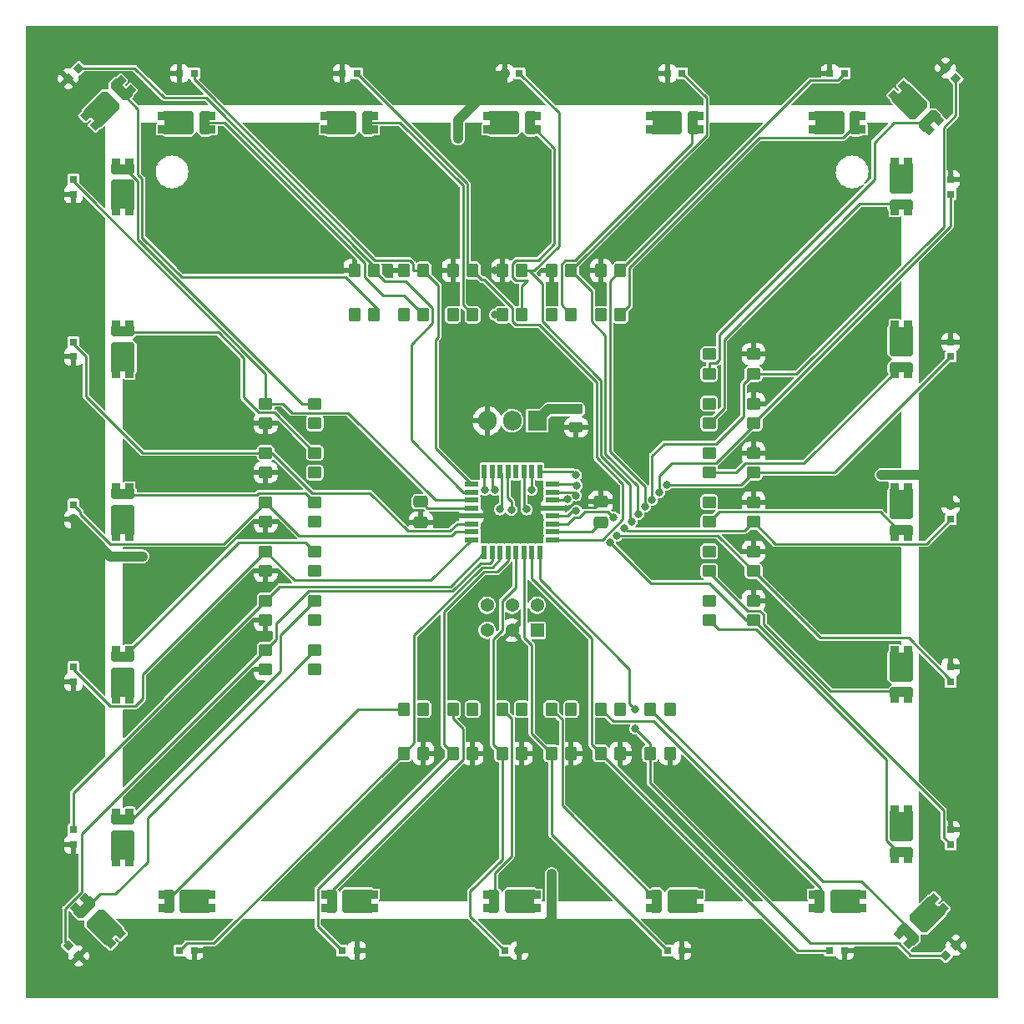
<source format=gbr>
%TF.GenerationSoftware,KiCad,Pcbnew,(6.0.9)*%
%TF.CreationDate,2023-04-03T18:36:49+10:00*%
%TF.ProjectId,Chi Chi - GV2,43686920-4368-4692-902d-204756322e6b,rev?*%
%TF.SameCoordinates,Original*%
%TF.FileFunction,Copper,L1,Top*%
%TF.FilePolarity,Positive*%
%FSLAX46Y46*%
G04 Gerber Fmt 4.6, Leading zero omitted, Abs format (unit mm)*
G04 Created by KiCad (PCBNEW (6.0.9)) date 2023-04-03 18:36:49*
%MOMM*%
%LPD*%
G01*
G04 APERTURE LIST*
G04 Aperture macros list*
%AMRoundRect*
0 Rectangle with rounded corners*
0 $1 Rounding radius*
0 $2 $3 $4 $5 $6 $7 $8 $9 X,Y pos of 4 corners*
0 Add a 4 corners polygon primitive as box body*
4,1,4,$2,$3,$4,$5,$6,$7,$8,$9,$2,$3,0*
0 Add four circle primitives for the rounded corners*
1,1,$1+$1,$2,$3*
1,1,$1+$1,$4,$5*
1,1,$1+$1,$6,$7*
1,1,$1+$1,$8,$9*
0 Add four rect primitives between the rounded corners*
20,1,$1+$1,$2,$3,$4,$5,0*
20,1,$1+$1,$4,$5,$6,$7,0*
20,1,$1+$1,$6,$7,$8,$9,0*
20,1,$1+$1,$8,$9,$2,$3,0*%
%AMRotRect*
0 Rectangle, with rotation*
0 The origin of the aperture is its center*
0 $1 length*
0 $2 width*
0 $3 Rotation angle, in degrees counterclockwise*
0 Add horizontal line*
21,1,$1,$2,0,0,$3*%
%AMFreePoly0*
4,1,32,-0.159998,1.205000,0.560000,1.205000,0.561666,1.204311,0.563363,1.203700,0.671932,1.105000,1.200000,1.105000,1.203536,1.103536,1.205000,1.100000,1.205000,0.300000,1.203536,0.296464,1.200001,0.295000,0.565000,0.295000,0.565000,-0.295000,1.200001,-0.295000,1.203536,-0.296464,1.205000,-0.300000,1.205000,-1.100000,1.203536,-1.103536,1.200000,-1.105000,0.671932,-1.105000,
0.563363,-1.203700,0.561666,-1.204311,0.560000,-1.205000,-0.160000,-1.205000,-0.163537,-1.203534,-0.453536,-0.913536,-0.455000,-0.909998,-0.455001,0.910000,-0.453536,0.913536,-0.163536,1.203536,-0.160000,1.205000,-0.159998,1.205000,-0.159998,1.205000,$1*%
%AMFreePoly1*
4,1,31,0.163536,1.203536,0.453536,0.913535,0.455000,0.909998,0.455001,-0.910000,0.453534,-0.913537,0.163536,-1.203536,0.159998,-1.205000,-2.560000,-1.205000,-2.561665,-1.204311,-2.563363,-1.203700,-2.671933,-1.105000,-3.200000,-1.105000,-3.203536,-1.103536,-3.205000,-1.100000,-3.205000,-0.300000,-3.203536,-0.296464,-3.200000,-0.295000,-2.564999,-0.295000,-2.564999,0.295000,-3.200000,0.295000,
-3.203536,0.296464,-3.205000,0.300000,-3.205000,1.100000,-3.203536,1.103536,-3.200000,1.105000,-2.671933,1.105000,-2.563363,1.203700,-2.561665,1.204311,-2.560000,1.205000,0.160000,1.205000,0.163536,1.203536,0.163536,1.203536,$1*%
G04 Aperture macros list end*
%TA.AperFunction,SMDPad,CuDef*%
%ADD10RoundRect,0.250000X0.350000X0.450000X-0.350000X0.450000X-0.350000X-0.450000X0.350000X-0.450000X0*%
%TD*%
%TA.AperFunction,SMDPad,CuDef*%
%ADD11RotRect,0.800000X0.800000X315.000000*%
%TD*%
%TA.AperFunction,ComponentPad*%
%ADD12R,1.905000X2.000000*%
%TD*%
%TA.AperFunction,ComponentPad*%
%ADD13O,1.905000X2.000000*%
%TD*%
%TA.AperFunction,SMDPad,CuDef*%
%ADD14RoundRect,0.250000X0.450000X-0.350000X0.450000X0.350000X-0.450000X0.350000X-0.450000X-0.350000X0*%
%TD*%
%TA.AperFunction,SMDPad,CuDef*%
%ADD15RoundRect,0.250000X-0.350000X-0.450000X0.350000X-0.450000X0.350000X0.450000X-0.350000X0.450000X0*%
%TD*%
%TA.AperFunction,SMDPad,CuDef*%
%ADD16FreePoly0,135.000000*%
%TD*%
%TA.AperFunction,SMDPad,CuDef*%
%ADD17FreePoly1,135.000000*%
%TD*%
%TA.AperFunction,SMDPad,CuDef*%
%ADD18R,0.800000X0.800000*%
%TD*%
%TA.AperFunction,SMDPad,CuDef*%
%ADD19RoundRect,0.250000X0.475000X-0.337500X0.475000X0.337500X-0.475000X0.337500X-0.475000X-0.337500X0*%
%TD*%
%TA.AperFunction,SMDPad,CuDef*%
%ADD20FreePoly0,270.000000*%
%TD*%
%TA.AperFunction,SMDPad,CuDef*%
%ADD21FreePoly1,270.000000*%
%TD*%
%TA.AperFunction,SMDPad,CuDef*%
%ADD22RoundRect,0.250000X-0.450000X0.350000X-0.450000X-0.350000X0.450000X-0.350000X0.450000X0.350000X0*%
%TD*%
%TA.AperFunction,SMDPad,CuDef*%
%ADD23FreePoly0,0.000000*%
%TD*%
%TA.AperFunction,SMDPad,CuDef*%
%ADD24FreePoly1,0.000000*%
%TD*%
%TA.AperFunction,SMDPad,CuDef*%
%ADD25FreePoly0,180.000000*%
%TD*%
%TA.AperFunction,SMDPad,CuDef*%
%ADD26FreePoly1,180.000000*%
%TD*%
%TA.AperFunction,SMDPad,CuDef*%
%ADD27RotRect,0.800000X0.800000X225.000000*%
%TD*%
%TA.AperFunction,SMDPad,CuDef*%
%ADD28FreePoly0,45.000000*%
%TD*%
%TA.AperFunction,SMDPad,CuDef*%
%ADD29FreePoly1,45.000000*%
%TD*%
%TA.AperFunction,SMDPad,CuDef*%
%ADD30FreePoly0,90.000000*%
%TD*%
%TA.AperFunction,SMDPad,CuDef*%
%ADD31FreePoly1,90.000000*%
%TD*%
%TA.AperFunction,SMDPad,CuDef*%
%ADD32R,1.462000X0.507200*%
%TD*%
%TA.AperFunction,SMDPad,CuDef*%
%ADD33R,0.507200X1.462000*%
%TD*%
%TA.AperFunction,SMDPad,CuDef*%
%ADD34RoundRect,0.250000X-0.475000X0.337500X-0.475000X-0.337500X0.475000X-0.337500X0.475000X0.337500X0*%
%TD*%
%TA.AperFunction,SMDPad,CuDef*%
%ADD35RoundRect,0.250000X0.450000X-0.262500X0.450000X0.262500X-0.450000X0.262500X-0.450000X-0.262500X0*%
%TD*%
%TA.AperFunction,SMDPad,CuDef*%
%ADD36FreePoly0,315.000000*%
%TD*%
%TA.AperFunction,SMDPad,CuDef*%
%ADD37FreePoly1,315.000000*%
%TD*%
%TA.AperFunction,SMDPad,CuDef*%
%ADD38FreePoly0,225.000000*%
%TD*%
%TA.AperFunction,SMDPad,CuDef*%
%ADD39FreePoly1,225.000000*%
%TD*%
%TA.AperFunction,SMDPad,CuDef*%
%ADD40RotRect,0.800000X0.800000X45.000000*%
%TD*%
%TA.AperFunction,ComponentPad*%
%ADD41R,1.370000X1.370000*%
%TD*%
%TA.AperFunction,ComponentPad*%
%ADD42C,1.370000*%
%TD*%
%TA.AperFunction,SMDPad,CuDef*%
%ADD43RotRect,0.800000X0.800000X135.000000*%
%TD*%
%TA.AperFunction,ViaPad*%
%ADD44C,0.800000*%
%TD*%
%TA.AperFunction,Conductor*%
%ADD45C,0.250000*%
%TD*%
%TA.AperFunction,Conductor*%
%ADD46C,1.000000*%
%TD*%
G04 APERTURE END LIST*
D10*
%TO.P,R2,1*%
%TO.N,+5V*%
X264500000Y-161500000D03*
%TO.P,R2,2*%
%TO.N,Net-(D2-PadA)*%
X262500000Y-161500000D03*
%TD*%
D11*
%TO.P,A19,1*%
%TO.N,+5V*%
X297469670Y-96469670D03*
%TO.P,A19,2*%
%TO.N,/SEN19*%
X298530330Y-97530330D03*
%TD*%
D12*
%TO.P,Q1,1,G*%
%TO.N,/LEDPWM*%
X256040000Y-132250000D03*
D13*
%TO.P,Q1,2,D*%
%TO.N,/MSFTDRN*%
X253500000Y-132250000D03*
%TO.P,Q1,3,S*%
%TO.N,GND*%
X250960000Y-132250000D03*
%TD*%
D14*
%TO.P,R19,1*%
%TO.N,GND*%
X228500000Y-147500000D03*
%TO.P,R19,2*%
%TO.N,/SEN9*%
X228500000Y-145500000D03*
%TD*%
D15*
%TO.P,R28,1*%
%TO.N,GND*%
X242500000Y-117000000D03*
%TO.P,R28,2*%
%TO.N,/SEN14*%
X244500000Y-117000000D03*
%TD*%
D16*
%TO.P,D7,A*%
%TO.N,Net-(D7-PadA)*%
X210297918Y-181797918D03*
D17*
%TO.P,D7,C*%
%TO.N,/MSFTDRN*%
X211287868Y-182787868D03*
%TD*%
D18*
%TO.P,A18,1*%
%TO.N,+5V*%
X285750000Y-97000000D03*
%TO.P,A18,2*%
%TO.N,/SEN18*%
X287250000Y-97000000D03*
%TD*%
D19*
%TO.P,C1,1*%
%TO.N,+5V*%
X262500000Y-142537500D03*
%TO.P,C1,2*%
%TO.N,GND*%
X262500000Y-140462500D03*
%TD*%
D18*
%TO.P,A12,1*%
%TO.N,+5V*%
X209000000Y-109250000D03*
%TO.P,A12,2*%
%TO.N,/SEN12*%
X209000000Y-107750000D03*
%TD*%
D10*
%TO.P,R7,1*%
%TO.N,GND*%
X259500000Y-166000000D03*
%TO.P,R7,2*%
%TO.N,/SEN3*%
X257500000Y-166000000D03*
%TD*%
%TO.P,R9,1*%
%TO.N,+5V*%
X249500000Y-161500000D03*
%TO.P,R9,2*%
%TO.N,Net-(D5-PadA)*%
X247500000Y-161500000D03*
%TD*%
D15*
%TO.P,R27,1*%
%TO.N,GND*%
X237500000Y-117000000D03*
%TO.P,R27,2*%
%TO.N,/SEN13*%
X239500000Y-117000000D03*
%TD*%
D20*
%TO.P,D20,A*%
%TO.N,Net-(D20-PadA)*%
X293000000Y-110200000D03*
D21*
%TO.P,D20,C*%
%TO.N,/MSFTDRN*%
X293000000Y-108800000D03*
%TD*%
D15*
%TO.P,R25,1*%
%TO.N,+5V*%
X237500000Y-121500000D03*
%TO.P,R25,2*%
%TO.N,Net-(D13-PadA)*%
X239500000Y-121500000D03*
%TD*%
D18*
%TO.P,A5,1*%
%TO.N,+5V*%
X237750000Y-186000000D03*
%TO.P,A5,2*%
%TO.N,/SEN5*%
X236250000Y-186000000D03*
%TD*%
%TO.P,A6,1*%
%TO.N,+5V*%
X221250000Y-186000000D03*
%TO.P,A6,2*%
%TO.N,/SEN6*%
X219750000Y-186000000D03*
%TD*%
D10*
%TO.P,R5,1*%
%TO.N,+5V*%
X259500000Y-161500000D03*
%TO.P,R5,2*%
%TO.N,Net-(D3-PadA)*%
X257500000Y-161500000D03*
%TD*%
%TO.P,R12,1*%
%TO.N,GND*%
X244500000Y-166000000D03*
%TO.P,R12,2*%
%TO.N,/SEN6*%
X242500000Y-166000000D03*
%TD*%
D22*
%TO.P,R46,1*%
%TO.N,+5V*%
X273500000Y-150500000D03*
%TO.P,R46,2*%
%TO.N,Net-(D24-PadA)*%
X273500000Y-152500000D03*
%TD*%
%TO.P,R40,1*%
%TO.N,GND*%
X278000000Y-130500000D03*
%TO.P,R40,2*%
%TO.N,/SEN20*%
X278000000Y-132500000D03*
%TD*%
D23*
%TO.P,D17,A*%
%TO.N,Net-(D17-PadA)*%
X271700000Y-102000000D03*
D24*
%TO.P,D17,C*%
%TO.N,/MSFTDRN*%
X270300000Y-102000000D03*
%TD*%
D14*
%TO.P,R20,1*%
%TO.N,GND*%
X228500000Y-142500000D03*
%TO.P,R20,2*%
%TO.N,/SEN10*%
X228500000Y-140500000D03*
%TD*%
D10*
%TO.P,R11,1*%
%TO.N,GND*%
X249500000Y-166000000D03*
%TO.P,R11,2*%
%TO.N,/SEN5*%
X247500000Y-166000000D03*
%TD*%
%TO.P,R4,1*%
%TO.N,GND*%
X264500000Y-166000000D03*
%TO.P,R4,2*%
%TO.N,/SEN2*%
X262500000Y-166000000D03*
%TD*%
D25*
%TO.P,D4,A*%
%TO.N,Net-(D4-PadA)*%
X251800000Y-181000000D03*
D26*
%TO.P,D4,C*%
%TO.N,/MSFTDRN*%
X253200000Y-181000000D03*
%TD*%
D18*
%TO.P,A16,1*%
%TO.N,+5V*%
X252750000Y-97000000D03*
%TO.P,A16,2*%
%TO.N,/SEN16*%
X254250000Y-97000000D03*
%TD*%
D10*
%TO.P,R8,1*%
%TO.N,GND*%
X254500000Y-166000000D03*
%TO.P,R8,2*%
%TO.N,/SEN4*%
X252500000Y-166000000D03*
%TD*%
D27*
%TO.P,A1,1*%
%TO.N,+5V*%
X298530330Y-185469670D03*
%TO.P,A1,2*%
%TO.N,/SEN1*%
X297469670Y-186530330D03*
%TD*%
D28*
%TO.P,D13,A*%
%TO.N,Net-(D13-PadA)*%
X213702082Y-98797918D03*
D29*
%TO.P,D13,C*%
%TO.N,/MSFTDRN*%
X212712132Y-99787868D03*
%TD*%
D10*
%TO.P,R10,1*%
%TO.N,+5V*%
X244500000Y-161500000D03*
%TO.P,R10,2*%
%TO.N,Net-(D6-PadA)*%
X242500000Y-161500000D03*
%TD*%
D30*
%TO.P,D9,A*%
%TO.N,Net-(D9-PadA)*%
X214000000Y-156300000D03*
D31*
%TO.P,D9,C*%
%TO.N,/MSFTDRN*%
X214000000Y-157700000D03*
%TD*%
D20*
%TO.P,D24,A*%
%TO.N,Net-(D24-PadA)*%
X293000000Y-175900000D03*
D21*
%TO.P,D24,C*%
%TO.N,/MSFTDRN*%
X293000000Y-174500000D03*
%TD*%
D32*
%TO.P,U1,1,(PCINT18/ADC18/TOCC2/RXD/INT1)_PC2*%
%TO.N,/SEN14*%
X249381000Y-138700000D03*
%TO.P,U1,2,(PCINT19/ADC19/TOCC3/TXD)_PC3*%
%TO.N,/SEN13*%
X249381000Y-139500000D03*
%TO.P,U1,3,(PCINT20/ADC20/TOCC4)_PC4*%
%TO.N,/SEN12*%
X249381000Y-140300000D03*
%TO.P,U1,4,VCC*%
%TO.N,+5V*%
X249381000Y-141100000D03*
%TO.P,U1,5,GND_2*%
%TO.N,GND*%
X249381000Y-141900000D03*
%TO.P,U1,6,(PCINT21/ADC21/TOCC5/ICP1/T0)_PC5*%
%TO.N,/SEN11*%
X249381000Y-142700000D03*
%TO.P,U1,7,(PCINT22/ADC22/CLKI/TOCC6)_PC6*%
%TO.N,/SEN10*%
X249381000Y-143500000D03*
%TO.P,U1,8,(PCINT23/ADC23/TOCC7/T1)_PC7*%
%TO.N,/SEN9*%
X249381000Y-144300000D03*
D33*
%TO.P,U1,9,(PCINT0/ADC0)_PA0*%
%TO.N,/SEN8*%
X250700000Y-145619000D03*
%TO.P,U1,10,(PCINT1/ADC1/AIN0)_PA1*%
%TO.N,/SEN7*%
X251500000Y-145619000D03*
%TO.P,U1,11,(PCINT2/ADC2/AIN1)_PA2*%
%TO.N,/SEN6*%
X252300000Y-145619000D03*
%TO.P,U1,12,(PCINT3/ADC3)_PA3*%
%TO.N,/SEN5*%
X253100000Y-145619000D03*
%TO.P,U1,13,(PCINT4/ADC4)_PA4*%
%TO.N,/SEN4*%
X253900000Y-145619000D03*
%TO.P,U1,14,(PCINT5/ADC5)_PA5*%
%TO.N,/SEN3*%
X254700000Y-145619000D03*
%TO.P,U1,15,(PCINT6/ADC6)_PA6*%
%TO.N,/SEN2*%
X255500000Y-145619000D03*
%TO.P,U1,16,(PCINT7/ADC7)_PA7*%
%TO.N,/SEN1*%
X256300000Y-145619000D03*
D32*
%TO.P,U1,17,PB0_(PCINT8/ADC8)*%
%TO.N,/SEN15*%
X257619000Y-144300000D03*
%TO.P,U1,18,AVCC*%
%TO.N,+5V*%
X257619000Y-143500000D03*
%TO.P,U1,19,PB1_(PCINT9/ADC9)*%
%TO.N,/SEN16*%
X257619000Y-142700000D03*
%TO.P,U1,20,PB2_(PCINT10/ADC10)*%
%TO.N,/SEN17*%
X257619000Y-141900000D03*
%TO.P,U1,21,GND*%
%TO.N,GND*%
X257619000Y-141100000D03*
%TO.P,U1,22,PB3_(PCINT11/ADC11)*%
%TO.N,/SEN18*%
X257619000Y-140300000D03*
%TO.P,U1,23,PB4_(PCINT12/ADC12)*%
%TO.N,/SEN19*%
X257619000Y-139500000D03*
%TO.P,U1,24,PB5_(PCINT13/ADC13)*%
%TO.N,/SEN20*%
X257619000Y-138700000D03*
D33*
%TO.P,U1,25,PB6_(PCINT14/ADC14)*%
%TO.N,/SEN21*%
X256300000Y-137381000D03*
%TO.P,U1,26,PB7_(PCINT15/ADC15)*%
%TO.N,/SEN22*%
X255500000Y-137381000D03*
%TO.P,U1,27,PD0_(PCINT24/ADC24/SDA/MOSI)*%
%TO.N,/SDA{slash}MOSI*%
X254700000Y-137381000D03*
%TO.P,U1,28,PD1_(PCINT25/ADC25/MISO)*%
%TO.N,unconnected-(U1-Pad28)*%
X253900000Y-137381000D03*
%TO.P,U1,29,PD2_(PCINT26/ADC26/RESET/DW)*%
%TO.N,/RST*%
X253100000Y-137381000D03*
%TO.P,U1,30,PD3_(PCINT27/ADC27/SCL/SCK)*%
%TO.N,/SCL*%
X252300000Y-137381000D03*
%TO.P,U1,31,PC0_(PCINT16/ADC16/TOCC0/SS/XCK)*%
%TO.N,/SEN23*%
X251500000Y-137381000D03*
%TO.P,U1,32,PC1_(PCINT17/ADC17/TOCC1/INT0/CLKO)*%
%TO.N,/SEN24*%
X250700000Y-137381000D03*
%TD*%
D14*
%TO.P,R15,1*%
%TO.N,GND*%
X228500000Y-157500000D03*
%TO.P,R15,2*%
%TO.N,/SEN7*%
X228500000Y-155500000D03*
%TD*%
D10*
%TO.P,R6,1*%
%TO.N,+5V*%
X254500000Y-161500000D03*
%TO.P,R6,2*%
%TO.N,Net-(D4-PadA)*%
X252500000Y-161500000D03*
%TD*%
D30*
%TO.P,D12,A*%
%TO.N,Net-(D12-PadA)*%
X214000000Y-106800000D03*
D31*
%TO.P,D12,C*%
%TO.N,/MSFTDRN*%
X214000000Y-108200000D03*
%TD*%
D22*
%TO.P,R48,1*%
%TO.N,GND*%
X278000000Y-150500000D03*
%TO.P,R48,2*%
%TO.N,/SEN24*%
X278000000Y-152500000D03*
%TD*%
D14*
%TO.P,R17,1*%
%TO.N,+5V*%
X233500000Y-147500000D03*
%TO.P,R17,2*%
%TO.N,Net-(D9-PadA)*%
X233500000Y-145500000D03*
%TD*%
D23*
%TO.P,D15,A*%
%TO.N,Net-(D15-PadA)*%
X238700000Y-102000000D03*
D24*
%TO.P,D15,C*%
%TO.N,/MSFTDRN*%
X237300000Y-102000000D03*
%TD*%
D15*
%TO.P,R34,1*%
%TO.N,+5V*%
X262500000Y-121500000D03*
%TO.P,R34,2*%
%TO.N,Net-(D18-PadA)*%
X264500000Y-121500000D03*
%TD*%
D22*
%TO.P,R47,1*%
%TO.N,GND*%
X278000000Y-145500000D03*
%TO.P,R47,2*%
%TO.N,/SEN23*%
X278000000Y-147500000D03*
%TD*%
%TO.P,R42,1*%
%TO.N,+5V*%
X273500000Y-140500000D03*
%TO.P,R42,2*%
%TO.N,Net-(D22-PadA)*%
X273500000Y-142500000D03*
%TD*%
D23*
%TO.P,D18,A*%
%TO.N,Net-(D18-PadA)*%
X288200000Y-102000000D03*
D24*
%TO.P,D18,C*%
%TO.N,/MSFTDRN*%
X286800000Y-102000000D03*
%TD*%
D14*
%TO.P,R22,1*%
%TO.N,+5V*%
X233500000Y-132500000D03*
%TO.P,R22,2*%
%TO.N,Net-(D12-PadA)*%
X233500000Y-130500000D03*
%TD*%
D18*
%TO.P,A14,1*%
%TO.N,+5V*%
X219750000Y-97000000D03*
%TO.P,A14,2*%
%TO.N,/SEN14*%
X221250000Y-97000000D03*
%TD*%
%TO.P,A3,1*%
%TO.N,+5V*%
X270750000Y-186000000D03*
%TO.P,A3,2*%
%TO.N,/SEN3*%
X269250000Y-186000000D03*
%TD*%
D14*
%TO.P,R21,1*%
%TO.N,+5V*%
X233500000Y-137500000D03*
%TO.P,R21,2*%
%TO.N,Net-(D11-PadA)*%
X233500000Y-135500000D03*
%TD*%
D25*
%TO.P,D5,A*%
%TO.N,Net-(D5-PadA)*%
X235300000Y-181000000D03*
D26*
%TO.P,D5,C*%
%TO.N,/MSFTDRN*%
X236700000Y-181000000D03*
%TD*%
D14*
%TO.P,R24,1*%
%TO.N,GND*%
X228500000Y-132500000D03*
%TO.P,R24,2*%
%TO.N,/SEN12*%
X228500000Y-130500000D03*
%TD*%
D18*
%TO.P,A11,1*%
%TO.N,+5V*%
X209000000Y-125750000D03*
%TO.P,A11,2*%
%TO.N,/SEN11*%
X209000000Y-124250000D03*
%TD*%
D34*
%TO.P,C2,1*%
%TO.N,+5V*%
X244250000Y-140462500D03*
%TO.P,C2,2*%
%TO.N,GND*%
X244250000Y-142537500D03*
%TD*%
D35*
%TO.P,R49,1*%
%TO.N,GND*%
X260000000Y-132912500D03*
%TO.P,R49,2*%
%TO.N,/LEDPWM*%
X260000000Y-131087500D03*
%TD*%
D14*
%TO.P,R14,1*%
%TO.N,+5V*%
X233500000Y-152500000D03*
%TO.P,R14,2*%
%TO.N,Net-(D8-PadA)*%
X233500000Y-150500000D03*
%TD*%
D20*
%TO.P,D21,A*%
%TO.N,Net-(D21-PadA)*%
X293000000Y-126700000D03*
D21*
%TO.P,D21,C*%
%TO.N,/MSFTDRN*%
X293000000Y-125300000D03*
%TD*%
D18*
%TO.P,A10,1*%
%TO.N,+5V*%
X209000000Y-142250000D03*
%TO.P,A10,2*%
%TO.N,/SEN10*%
X209000000Y-140750000D03*
%TD*%
D23*
%TO.P,D16,A*%
%TO.N,Net-(D16-PadA)*%
X255200000Y-102000000D03*
D24*
%TO.P,D16,C*%
%TO.N,/MSFTDRN*%
X253800000Y-102000000D03*
%TD*%
D14*
%TO.P,R23,1*%
%TO.N,GND*%
X228500000Y-137500000D03*
%TO.P,R23,2*%
%TO.N,/SEN11*%
X228500000Y-135500000D03*
%TD*%
D22*
%TO.P,R45,1*%
%TO.N,+5V*%
X273500000Y-145500000D03*
%TO.P,R45,2*%
%TO.N,Net-(D23-PadA)*%
X273500000Y-147500000D03*
%TD*%
%TO.P,R41,1*%
%TO.N,+5V*%
X273500000Y-135500000D03*
%TO.P,R41,2*%
%TO.N,Net-(D21-PadA)*%
X273500000Y-137500000D03*
%TD*%
D36*
%TO.P,D19,A*%
%TO.N,Net-(D19-PadA)*%
X295702082Y-101702082D03*
D37*
%TO.P,D19,C*%
%TO.N,/MSFTDRN*%
X294712132Y-100712132D03*
%TD*%
D23*
%TO.P,D14,A*%
%TO.N,Net-(D14-PadA)*%
X222200000Y-102000000D03*
D24*
%TO.P,D14,C*%
%TO.N,/MSFTDRN*%
X220800000Y-102000000D03*
%TD*%
D15*
%TO.P,R32,1*%
%TO.N,GND*%
X252500000Y-117000000D03*
%TO.P,R32,2*%
%TO.N,/SEN16*%
X254500000Y-117000000D03*
%TD*%
D25*
%TO.P,D3,A*%
%TO.N,Net-(D3-PadA)*%
X268300000Y-181000000D03*
D26*
%TO.P,D3,C*%
%TO.N,/MSFTDRN*%
X269700000Y-181000000D03*
%TD*%
D20*
%TO.P,D22,A*%
%TO.N,Net-(D22-PadA)*%
X293000000Y-143200000D03*
D21*
%TO.P,D22,C*%
%TO.N,/MSFTDRN*%
X293000000Y-141800000D03*
%TD*%
D38*
%TO.P,D1,A*%
%TO.N,Net-(D1-PadA)*%
X293797918Y-184202082D03*
D39*
%TO.P,D1,C*%
%TO.N,/MSFTDRN*%
X294787868Y-183212132D03*
%TD*%
D15*
%TO.P,R29,1*%
%TO.N,+5V*%
X247500000Y-121500000D03*
%TO.P,R29,2*%
%TO.N,Net-(D15-PadA)*%
X249500000Y-121500000D03*
%TD*%
D10*
%TO.P,R3,1*%
%TO.N,GND*%
X269500000Y-166000000D03*
%TO.P,R3,2*%
%TO.N,/SEN1*%
X267500000Y-166000000D03*
%TD*%
D18*
%TO.P,A23,1*%
%TO.N,+5V*%
X298000000Y-157250000D03*
%TO.P,A23,2*%
%TO.N,/SEN23*%
X298000000Y-158750000D03*
%TD*%
D22*
%TO.P,R39,1*%
%TO.N,GND*%
X278000000Y-125500000D03*
%TO.P,R39,2*%
%TO.N,/SEN19*%
X278000000Y-127500000D03*
%TD*%
D15*
%TO.P,R33,1*%
%TO.N,+5V*%
X257500000Y-121500000D03*
%TO.P,R33,2*%
%TO.N,Net-(D17-PadA)*%
X259500000Y-121500000D03*
%TD*%
%TO.P,R35,1*%
%TO.N,GND*%
X257500000Y-117000000D03*
%TO.P,R35,2*%
%TO.N,/SEN17*%
X259500000Y-117000000D03*
%TD*%
D14*
%TO.P,R18,1*%
%TO.N,+5V*%
X233500000Y-142500000D03*
%TO.P,R18,2*%
%TO.N,Net-(D10-PadA)*%
X233500000Y-140500000D03*
%TD*%
D22*
%TO.P,R38,1*%
%TO.N,+5V*%
X273500000Y-130500000D03*
%TO.P,R38,2*%
%TO.N,Net-(D20-PadA)*%
X273500000Y-132500000D03*
%TD*%
D18*
%TO.P,A9,1*%
%TO.N,+5V*%
X209000000Y-158750000D03*
%TO.P,A9,2*%
%TO.N,/SEN9*%
X209000000Y-157250000D03*
%TD*%
D15*
%TO.P,R36,1*%
%TO.N,GND*%
X262500000Y-117000000D03*
%TO.P,R36,2*%
%TO.N,/SEN18*%
X264500000Y-117000000D03*
%TD*%
D18*
%TO.P,A15,1*%
%TO.N,+5V*%
X236250000Y-97000000D03*
%TO.P,A15,2*%
%TO.N,/SEN15*%
X237750000Y-97000000D03*
%TD*%
D22*
%TO.P,R44,1*%
%TO.N,GND*%
X278000000Y-140500000D03*
%TO.P,R44,2*%
%TO.N,/SEN22*%
X278000000Y-142500000D03*
%TD*%
D40*
%TO.P,A13,1*%
%TO.N,+5V*%
X208469670Y-97530330D03*
%TO.P,A13,2*%
%TO.N,/SEN13*%
X209530330Y-96469670D03*
%TD*%
D18*
%TO.P,A24,1*%
%TO.N,+5V*%
X298000000Y-173750000D03*
%TO.P,A24,2*%
%TO.N,/SEN24*%
X298000000Y-175250000D03*
%TD*%
D14*
%TO.P,R13,1*%
%TO.N,+5V*%
X233500000Y-157500000D03*
%TO.P,R13,2*%
%TO.N,Net-(D7-PadA)*%
X233500000Y-155500000D03*
%TD*%
D18*
%TO.P,A21,1*%
%TO.N,+5V*%
X298000000Y-124250000D03*
%TO.P,A21,2*%
%TO.N,/SEN21*%
X298000000Y-125750000D03*
%TD*%
%TO.P,A4,1*%
%TO.N,+5V*%
X254250000Y-186000000D03*
%TO.P,A4,2*%
%TO.N,/SEN4*%
X252750000Y-186000000D03*
%TD*%
D41*
%TO.P,J1,01,01*%
%TO.N,+5V*%
X256040000Y-153500000D03*
D42*
%TO.P,J1,02,02*%
%TO.N,/SDA{slash}MOSI*%
X256040000Y-150960000D03*
%TO.P,J1,03,03*%
%TO.N,GND*%
X253500000Y-153500000D03*
%TO.P,J1,04,04*%
%TO.N,/SCL*%
X253500000Y-150960000D03*
%TO.P,J1,05,05*%
%TO.N,/RST*%
X250960000Y-153500000D03*
%TO.P,J1,06,06*%
%TO.N,/LEDPWM*%
X250960000Y-150960000D03*
%TD*%
D22*
%TO.P,R37,1*%
%TO.N,+5V*%
X273500000Y-125500000D03*
%TO.P,R37,2*%
%TO.N,Net-(D19-PadA)*%
X273500000Y-127500000D03*
%TD*%
D15*
%TO.P,R26,1*%
%TO.N,+5V*%
X242500000Y-121500000D03*
%TO.P,R26,2*%
%TO.N,Net-(D14-PadA)*%
X244500000Y-121500000D03*
%TD*%
D25*
%TO.P,D6,A*%
%TO.N,Net-(D6-PadA)*%
X218800000Y-181000000D03*
D26*
%TO.P,D6,C*%
%TO.N,/MSFTDRN*%
X220200000Y-181000000D03*
%TD*%
D22*
%TO.P,R43,1*%
%TO.N,GND*%
X278000000Y-135500000D03*
%TO.P,R43,2*%
%TO.N,/SEN21*%
X278000000Y-137500000D03*
%TD*%
D15*
%TO.P,R31,1*%
%TO.N,GND*%
X247500000Y-117000000D03*
%TO.P,R31,2*%
%TO.N,/SEN15*%
X249500000Y-117000000D03*
%TD*%
D18*
%TO.P,A8,1*%
%TO.N,+5V*%
X209000000Y-175250000D03*
%TO.P,A8,2*%
%TO.N,/SEN8*%
X209000000Y-173750000D03*
%TD*%
%TO.P,A20,1*%
%TO.N,+5V*%
X298000000Y-107750000D03*
%TO.P,A20,2*%
%TO.N,/SEN20*%
X298000000Y-109250000D03*
%TD*%
D30*
%TO.P,D11,A*%
%TO.N,Net-(D11-PadA)*%
X214000000Y-123300000D03*
D31*
%TO.P,D11,C*%
%TO.N,/MSFTDRN*%
X214000000Y-124700000D03*
%TD*%
D43*
%TO.P,A7,1*%
%TO.N,+5V*%
X209530330Y-186530330D03*
%TO.P,A7,2*%
%TO.N,/SEN7*%
X208469670Y-185469670D03*
%TD*%
D30*
%TO.P,D10,A*%
%TO.N,Net-(D10-PadA)*%
X214000000Y-139800000D03*
D31*
%TO.P,D10,C*%
%TO.N,/MSFTDRN*%
X214000000Y-141200000D03*
%TD*%
D30*
%TO.P,D8,A*%
%TO.N,Net-(D8-PadA)*%
X214000000Y-172800000D03*
D31*
%TO.P,D8,C*%
%TO.N,/MSFTDRN*%
X214000000Y-174200000D03*
%TD*%
D25*
%TO.P,D2,A*%
%TO.N,Net-(D2-PadA)*%
X284800000Y-181000000D03*
D26*
%TO.P,D2,C*%
%TO.N,/MSFTDRN*%
X286200000Y-181000000D03*
%TD*%
D15*
%TO.P,R30,1*%
%TO.N,+5V*%
X252500000Y-121500000D03*
%TO.P,R30,2*%
%TO.N,Net-(D16-PadA)*%
X254500000Y-121500000D03*
%TD*%
D10*
%TO.P,R1,1*%
%TO.N,+5V*%
X269500000Y-161500000D03*
%TO.P,R1,2*%
%TO.N,Net-(D1-PadA)*%
X267500000Y-161500000D03*
%TD*%
D14*
%TO.P,R16,1*%
%TO.N,GND*%
X228500000Y-152500000D03*
%TO.P,R16,2*%
%TO.N,/SEN8*%
X228500000Y-150500000D03*
%TD*%
D18*
%TO.P,A2,1*%
%TO.N,+5V*%
X287250000Y-186000000D03*
%TO.P,A2,2*%
%TO.N,/SEN2*%
X285750000Y-186000000D03*
%TD*%
%TO.P,A22,1*%
%TO.N,+5V*%
X298000000Y-140750000D03*
%TO.P,A22,2*%
%TO.N,/SEN22*%
X298000000Y-142250000D03*
%TD*%
%TO.P,A17,1*%
%TO.N,+5V*%
X269250000Y-97000000D03*
%TO.P,A17,2*%
%TO.N,/SEN17*%
X270750000Y-97000000D03*
%TD*%
D20*
%TO.P,D23,A*%
%TO.N,Net-(D23-PadA)*%
X293000000Y-159700000D03*
D21*
%TO.P,D23,C*%
%TO.N,/MSFTDRN*%
X293000000Y-158300000D03*
%TD*%
D44*
%TO.N,GND*%
X278000000Y-135250000D03*
%TO.N,+5V*%
X291000000Y-137750000D03*
X216000000Y-146000000D03*
X257500000Y-178250000D03*
X248000000Y-103599500D03*
%TO.N,GND*%
X250500000Y-113750000D03*
X256750000Y-113750000D03*
X244250000Y-142537500D03*
%TO.N,+5V*%
X244268750Y-140481250D03*
%TO.N,GND*%
X278000000Y-125500000D03*
X278000000Y-130500000D03*
X278000000Y-140500000D03*
X278000000Y-145500000D03*
X278000000Y-150500000D03*
X269500000Y-166000000D03*
X264500000Y-166000000D03*
X259500000Y-166000000D03*
X254500000Y-166000000D03*
X249500000Y-166000000D03*
X244500000Y-166000000D03*
X228500000Y-157500000D03*
X228500000Y-152500000D03*
X228500000Y-147500000D03*
X228500000Y-142500000D03*
X228500000Y-137500000D03*
X228500000Y-132500000D03*
X237500000Y-117000000D03*
X242500000Y-117000000D03*
X247500000Y-117000000D03*
X251750000Y-117000000D03*
X257500000Y-117000000D03*
X262500000Y-117000000D03*
%TO.N,+5V*%
X269500000Y-161500000D03*
X264500000Y-161500000D03*
X259500000Y-161500000D03*
X254500000Y-161500000D03*
X249500000Y-161500000D03*
X244500000Y-161500000D03*
X233500000Y-157500000D03*
X233500000Y-152500000D03*
X233500000Y-147500000D03*
X233500000Y-142500000D03*
X233500000Y-137500000D03*
X233500000Y-132500000D03*
X237500000Y-121500000D03*
X242500000Y-121500000D03*
X247500000Y-121500000D03*
X251750000Y-121500000D03*
X257500000Y-121500000D03*
X262500000Y-121500000D03*
X273500000Y-125500000D03*
X273500000Y-130500000D03*
X273500000Y-135500000D03*
X273500000Y-150500000D03*
X273500000Y-145500000D03*
X273750000Y-140500000D03*
X262393750Y-142401361D03*
%TO.N,/MSFTDRN*%
X270300000Y-102000000D03*
X286800000Y-102000000D03*
X294712132Y-100712132D03*
X293000000Y-108800000D03*
X293000000Y-125300000D03*
X293000000Y-141800000D03*
X293000000Y-158300000D03*
X293000000Y-174500000D03*
X294787868Y-183212132D03*
X286200000Y-181000000D03*
X269700000Y-181000000D03*
X253200000Y-181000000D03*
X236700000Y-181000000D03*
X220200000Y-181000000D03*
X211287868Y-182787868D03*
X214000000Y-174200000D03*
X214000000Y-157700000D03*
X214000000Y-141200000D03*
X214000000Y-124700000D03*
X214000000Y-108200000D03*
X212712132Y-99787868D03*
X220800000Y-102000000D03*
X237300000Y-102000000D03*
X253800000Y-102000000D03*
%TO.N,/RST*%
X253422884Y-141271210D03*
%TO.N,/SDA{slash}MOSI*%
X255000000Y-141250000D03*
%TO.N,/SCL*%
X252250000Y-141250000D03*
%TO.N,/SEN24*%
X250750000Y-139250000D03*
X263465272Y-144628782D03*
%TO.N,/SEN23*%
X251750000Y-139250000D03*
X264137300Y-143887300D03*
%TO.N,/SEN22*%
X264898737Y-143125861D03*
X255500000Y-139250000D03*
%TO.N,/SEN21*%
X269169447Y-138750000D03*
X260000000Y-137750000D03*
%TO.N,/SEN20*%
X268444947Y-139503417D03*
X260075871Y-138821043D03*
%TO.N,/SEN19*%
X259992377Y-139817052D03*
X267708746Y-140250000D03*
%TO.N,/SEN18*%
X259082458Y-140230638D03*
X266984246Y-140976747D03*
%TO.N,/SEN17*%
X260000000Y-141363000D03*
X266293738Y-141699383D03*
%TO.N,/SEN16*%
X263817018Y-142087500D03*
X265640245Y-142455658D03*
%TO.N,/SEN1*%
X266000000Y-161500000D03*
X266000000Y-163500000D03*
%TD*%
D45*
%TO.N,/SEN10*%
X231900000Y-143900000D02*
X228500000Y-140500000D01*
X247372792Y-143900000D02*
X231900000Y-143900000D01*
X247772792Y-143500000D02*
X247372792Y-143900000D01*
X249381000Y-143500000D02*
X247772792Y-143500000D01*
%TO.N,Net-(D11-PadA)*%
X226250000Y-129863173D02*
X226250000Y-125853086D01*
X226250000Y-125853086D02*
X223696914Y-123300000D01*
X227811827Y-131425000D02*
X226250000Y-129863173D01*
X223696914Y-123300000D02*
X214000000Y-123300000D01*
X229425000Y-131425000D02*
X227811827Y-131425000D01*
X233500000Y-135500000D02*
X229425000Y-131425000D01*
%TO.N,Net-(D13-PadA)*%
X215980000Y-107716914D02*
X215530000Y-107266914D01*
X215980000Y-113673898D02*
X215980000Y-107716914D01*
X215530000Y-107266914D02*
X215530000Y-100625836D01*
X219994275Y-117688173D02*
X215980000Y-113673898D01*
X236575000Y-117688173D02*
X219994275Y-117688173D01*
X239886827Y-121000000D02*
X236575000Y-117688173D01*
X215530000Y-100625836D02*
X213702082Y-98797918D01*
%TO.N,Net-(D12-PadA)*%
X214426690Y-106800000D02*
X214000000Y-106800000D01*
X215530000Y-113860294D02*
X215530000Y-107903310D01*
X232169706Y-130500000D02*
X215530000Y-113860294D01*
X233500000Y-130500000D02*
X232169706Y-130500000D01*
X215530000Y-107903310D02*
X214426690Y-106800000D01*
%TO.N,/SEN14*%
X221250000Y-97646914D02*
X221250000Y-97000000D01*
X239578086Y-115975000D02*
X221250000Y-97646914D01*
X243088173Y-115975000D02*
X239578086Y-115975000D01*
X243425000Y-117000000D02*
X243425000Y-116311827D01*
X243425000Y-116311827D02*
X243088173Y-115975000D01*
X244500000Y-117000000D02*
X243425000Y-117000000D01*
%TO.N,/SEN15*%
X248950000Y-116450000D02*
X248950000Y-108200000D01*
X249500000Y-117000000D02*
X248950000Y-116450000D01*
X248950000Y-108200000D02*
X237750000Y-97000000D01*
%TO.N,Net-(D15-PadA)*%
X248500000Y-108386396D02*
X242113604Y-102000000D01*
X242113604Y-102000000D02*
X238700000Y-102000000D01*
X248500000Y-120500000D02*
X248500000Y-108386396D01*
X249500000Y-121500000D02*
X248500000Y-120500000D01*
%TO.N,Net-(D17-PadA)*%
X271700000Y-104130294D02*
X271700000Y-102000000D01*
X258911827Y-115975000D02*
X259855294Y-115975000D01*
X258500000Y-116386827D02*
X258911827Y-115975000D01*
X258500000Y-120500000D02*
X258500000Y-116386827D01*
X259500000Y-121500000D02*
X258500000Y-120500000D01*
X259855294Y-115975000D02*
X271700000Y-104130294D01*
%TO.N,Net-(D18-PadA)*%
X278606397Y-103529999D02*
X287096691Y-103529999D01*
X265425000Y-116711396D02*
X278606397Y-103529999D01*
X288200000Y-102426690D02*
X288200000Y-102000000D01*
X265425000Y-120575000D02*
X265425000Y-116711396D01*
X287096691Y-103529999D02*
X288200000Y-102426690D01*
X264500000Y-121500000D02*
X265425000Y-120575000D01*
%TO.N,/SEN19*%
X298530330Y-101219670D02*
X298530330Y-97530330D01*
X297275000Y-112588604D02*
X297275000Y-102475000D01*
X282363604Y-127500000D02*
X297275000Y-112588604D01*
X297275000Y-102475000D02*
X298530330Y-101219670D01*
X278000000Y-127500000D02*
X282363604Y-127500000D01*
%TO.N,Net-(D22-PadA)*%
X292573310Y-143200000D02*
X293000000Y-143200000D01*
X290873310Y-141500000D02*
X292573310Y-143200000D01*
X274500000Y-141500000D02*
X290873310Y-141500000D01*
X273500000Y-142500000D02*
X274500000Y-141500000D01*
%TO.N,/SEN23*%
X284750000Y-154250000D02*
X293716690Y-154250000D01*
X293716690Y-154250000D02*
X298000000Y-158533310D01*
X278000000Y-147500000D02*
X284750000Y-154250000D01*
X298000000Y-158533310D02*
X298000000Y-158750000D01*
%TO.N,Net-(D23-PadA)*%
X279025000Y-152888604D02*
X285836396Y-159700000D01*
X278613173Y-151500000D02*
X279025000Y-151911827D01*
X279025000Y-151911827D02*
X279025000Y-152888604D01*
X277386827Y-151500000D02*
X278613173Y-151500000D01*
X273500000Y-147613173D02*
X277386827Y-151500000D01*
X273500000Y-147500000D02*
X273500000Y-147613173D01*
X285836396Y-159700000D02*
X293000000Y-159700000D01*
%TO.N,/SEN1*%
X265425000Y-160925000D02*
X265425000Y-157425000D01*
X265425000Y-157425000D02*
X256300000Y-148300000D01*
X266000000Y-161500000D02*
X265425000Y-160925000D01*
X256300000Y-148300000D02*
X256300000Y-145619000D01*
%TO.N,Net-(D24-PadA)*%
X274425000Y-153425000D02*
X273500000Y-152500000D01*
X291470000Y-166606396D02*
X278288604Y-153425000D01*
X291470000Y-174796690D02*
X291470000Y-166606396D01*
X278288604Y-153425000D02*
X274425000Y-153425000D01*
X292573310Y-175900000D02*
X291470000Y-174796690D01*
X293000000Y-175900000D02*
X292573310Y-175900000D01*
%TO.N,Net-(D1-PadA)*%
X285000000Y-179000000D02*
X267500000Y-161500000D01*
X288966690Y-179000000D02*
X285000000Y-179000000D01*
X293797918Y-183831228D02*
X288966690Y-179000000D01*
X293797918Y-184202082D02*
X293797918Y-183831228D01*
D46*
%TO.N,/LEDPWM*%
X257202500Y-131087500D02*
X256040000Y-132250000D01*
X260000000Y-131087500D02*
X257202500Y-131087500D01*
D45*
%TO.N,/SEN15*%
X262700000Y-144300000D02*
X257619000Y-144300000D01*
X264750000Y-138636396D02*
X264750000Y-142250000D01*
X262075000Y-135961396D02*
X264750000Y-138636396D01*
X256275431Y-122525000D02*
X262075000Y-128324569D01*
X262075000Y-128324569D02*
X262075000Y-135961396D01*
X253911827Y-122525000D02*
X256275431Y-122525000D01*
X253575000Y-120811827D02*
X253575000Y-122188173D01*
X250425000Y-117925000D02*
X250688173Y-117925000D01*
X249500000Y-117000000D02*
X250425000Y-117925000D01*
X264750000Y-142250000D02*
X262700000Y-144300000D01*
X250688173Y-117925000D02*
X253575000Y-120811827D01*
X253575000Y-122188173D02*
X253911827Y-122525000D01*
%TO.N,/SEN16*%
X256575000Y-122188173D02*
X256575000Y-118325000D01*
X262525000Y-128138173D02*
X256575000Y-122188173D01*
X265474500Y-138724500D02*
X262525000Y-135775000D01*
X262525000Y-135775000D02*
X262525000Y-128138173D01*
X265474500Y-142289913D02*
X265474500Y-138724500D01*
X255250000Y-117000000D02*
X254500000Y-117000000D01*
X265640245Y-142455658D02*
X265474500Y-142289913D01*
X256575000Y-118325000D02*
X255250000Y-117000000D01*
%TO.N,/SEN17*%
X261575000Y-122188173D02*
X261575000Y-119075000D01*
X261575000Y-119075000D02*
X259500000Y-117000000D01*
X262975000Y-135588604D02*
X262975000Y-123588173D01*
X266237027Y-138850631D02*
X262975000Y-135588604D01*
X266293738Y-141699383D02*
X266237027Y-141642672D01*
X266237027Y-141642672D02*
X266237027Y-138850631D01*
X262975000Y-123588173D02*
X261575000Y-122188173D01*
%TO.N,Net-(D2-PadA)*%
X263750000Y-162750000D02*
X262500000Y-161500000D01*
X284800000Y-181000000D02*
X284800000Y-179686827D01*
X284800000Y-179686827D02*
X267863173Y-162750000D01*
X267863173Y-162750000D02*
X263750000Y-162750000D01*
%TO.N,Net-(D10-PadA)*%
X227586827Y-139800000D02*
X214000000Y-139800000D01*
X232575000Y-139575000D02*
X227811827Y-139575000D01*
X233500000Y-140500000D02*
X232575000Y-139575000D01*
X227811827Y-139575000D02*
X227586827Y-139800000D01*
D46*
%TO.N,GND*%
X278000000Y-135500000D02*
X278000000Y-135250000D01*
%TO.N,+5V*%
X295000000Y-137750000D02*
X291000000Y-137750000D01*
X298000000Y-140750000D02*
X295000000Y-137750000D01*
X212750000Y-146000000D02*
X216000000Y-146000000D01*
X209000000Y-142250000D02*
X212750000Y-146000000D01*
X257500000Y-182750000D02*
X257500000Y-178250000D01*
X254250000Y-186000000D02*
X257500000Y-182750000D01*
X248000000Y-101750000D02*
X248000000Y-103599500D01*
X252750000Y-97000000D02*
X248000000Y-101750000D01*
%TO.N,GND*%
X256750000Y-113750000D02*
X250500000Y-113750000D01*
D45*
%TO.N,Net-(D16-PadA)*%
X257800000Y-104600000D02*
X255200000Y-102000000D01*
X257800000Y-114313604D02*
X257800000Y-104600000D01*
X253575000Y-117688173D02*
X253575000Y-116311827D01*
X253911827Y-118025000D02*
X253575000Y-117688173D01*
X256138604Y-115975000D02*
X257800000Y-114313604D01*
X255088173Y-118025000D02*
X253911827Y-118025000D01*
X254500000Y-118613173D02*
X255088173Y-118025000D01*
X253911827Y-115975000D02*
X256138604Y-115975000D01*
X254500000Y-121500000D02*
X254500000Y-118613173D01*
X253575000Y-116311827D02*
X253911827Y-115975000D01*
%TO.N,/SEN16*%
X258250000Y-114500000D02*
X258250000Y-101000000D01*
X258250000Y-101000000D02*
X254250000Y-97000000D01*
X255750000Y-117000000D02*
X258250000Y-114500000D01*
X254500000Y-117000000D02*
X255750000Y-117000000D01*
%TO.N,+5V*%
X244268750Y-140481250D02*
X244887500Y-141100000D01*
%TO.N,/SEN1*%
X267500000Y-165000000D02*
X266000000Y-163500000D01*
X267500000Y-166000000D02*
X267500000Y-165000000D01*
%TO.N,+5V*%
X273500000Y-140500000D02*
X273750000Y-140500000D01*
X262500000Y-142507611D02*
X262393750Y-142401361D01*
X262500000Y-142537500D02*
X262500000Y-142507611D01*
%TO.N,Net-(D20-PadA)*%
X275000000Y-131000000D02*
X273500000Y-132500000D01*
X275000000Y-124000000D02*
X275000000Y-131000000D01*
X288800000Y-110200000D02*
X275000000Y-124000000D01*
X293000000Y-110200000D02*
X288800000Y-110200000D01*
%TO.N,Net-(D19-PadA)*%
X295400368Y-102003796D02*
X295702082Y-101702082D01*
X274525000Y-123475000D02*
X290250000Y-107750000D01*
X274525000Y-126088173D02*
X274525000Y-123475000D01*
X290250000Y-107750000D02*
X290250000Y-104000000D01*
X273500000Y-126425000D02*
X274188173Y-126425000D01*
X292246204Y-102003796D02*
X295400368Y-102003796D01*
X273500000Y-127500000D02*
X273500000Y-126425000D01*
X274188173Y-126425000D02*
X274525000Y-126088173D01*
X290250000Y-104000000D02*
X292246204Y-102003796D01*
%TO.N,/SEN11*%
X209000000Y-124466690D02*
X209000000Y-124250000D01*
X210250000Y-129750000D02*
X210250000Y-125716690D01*
X216000000Y-135500000D02*
X210250000Y-129750000D01*
X210250000Y-125716690D02*
X209000000Y-124466690D01*
X228500000Y-135500000D02*
X216000000Y-135500000D01*
%TO.N,/SCL*%
X252475000Y-141025000D02*
X252475000Y-137556000D01*
X252475000Y-137556000D02*
X252300000Y-137381000D01*
X252250000Y-141250000D02*
X252475000Y-141025000D01*
%TO.N,/SDA{slash}MOSI*%
X254700000Y-140950000D02*
X254700000Y-137381000D01*
X255000000Y-141250000D02*
X254700000Y-140950000D01*
%TO.N,/RST*%
X253000000Y-140000000D02*
X253000000Y-137481000D01*
X253422884Y-140422884D02*
X253000000Y-140000000D01*
X253000000Y-137481000D02*
X253100000Y-137381000D01*
X253422884Y-141271210D02*
X253422884Y-140422884D01*
%TO.N,/SEN24*%
X250750000Y-139250000D02*
X250700000Y-139200000D01*
X250700000Y-139200000D02*
X250700000Y-137381000D01*
%TO.N,/SEN23*%
X251750000Y-139250000D02*
X251500000Y-139000000D01*
X251500000Y-139000000D02*
X251500000Y-137381000D01*
%TO.N,/SEN5*%
X251978600Y-147575000D02*
X253100000Y-146453600D01*
X250653188Y-147575000D02*
X251978600Y-147575000D01*
X246575000Y-165075000D02*
X246575000Y-151653188D01*
X246575000Y-151653188D02*
X250653188Y-147575000D01*
X247500000Y-166000000D02*
X246575000Y-165075000D01*
X253100000Y-146453600D02*
X253100000Y-145619000D01*
%TO.N,/SEN6*%
X251464996Y-147125000D02*
X252300000Y-146289996D01*
X250466792Y-147125000D02*
X251464996Y-147125000D01*
X252300000Y-146289996D02*
X252300000Y-145619000D01*
X242500000Y-166000000D02*
X243575000Y-164925000D01*
X243575000Y-164925000D02*
X243575000Y-154016792D01*
X243575000Y-154016792D02*
X250466792Y-147125000D01*
%TO.N,/SEN7*%
X251500000Y-146453600D02*
X251500000Y-145619000D01*
X247455396Y-149500000D02*
X250280396Y-146675000D01*
X251278600Y-146675000D02*
X251500000Y-146453600D01*
X228500000Y-155500000D02*
X229550000Y-154450000D01*
X229550000Y-154450000D02*
X229550000Y-152836827D01*
X229550000Y-152836827D02*
X232886827Y-149500000D01*
X232886827Y-149500000D02*
X247455396Y-149500000D01*
X250280396Y-146675000D02*
X251278600Y-146675000D01*
%TO.N,/SEN20*%
X274188173Y-136575000D02*
X278000000Y-132763173D01*
X278000000Y-132763173D02*
X278000000Y-132500000D01*
X269675000Y-136575000D02*
X274188173Y-136575000D01*
X268444947Y-139503417D02*
X268444947Y-137805053D01*
X268444947Y-137805053D02*
X269675000Y-136575000D01*
%TO.N,/SEN21*%
X269169897Y-138749550D02*
X276750450Y-138749550D01*
X269169447Y-138750000D02*
X269169897Y-138749550D01*
X276750450Y-138749550D02*
X278000000Y-137500000D01*
%TO.N,/SEN19*%
X276975000Y-128525000D02*
X278000000Y-127500000D01*
X274188173Y-134575000D02*
X276975000Y-131788173D01*
X268925000Y-134575000D02*
X274188173Y-134575000D01*
X267708746Y-135791254D02*
X268925000Y-134575000D01*
X267708746Y-140250000D02*
X267708746Y-135791254D01*
X276975000Y-131788173D02*
X276975000Y-128525000D01*
%TO.N,/SEN18*%
X263425000Y-118075000D02*
X264500000Y-117000000D01*
X266984246Y-138961454D02*
X263425000Y-135402208D01*
X263425000Y-135402208D02*
X263425000Y-118075000D01*
X266984246Y-140976747D02*
X266984246Y-138961454D01*
%TO.N,/SEN24*%
X277250000Y-152500000D02*
X278000000Y-152500000D01*
X273500000Y-148750000D02*
X277250000Y-152500000D01*
X267586490Y-148750000D02*
X273500000Y-148750000D01*
X263465272Y-144628782D02*
X267586490Y-148750000D01*
%TO.N,/SEN23*%
X274387300Y-143887300D02*
X278000000Y-147500000D01*
X264137300Y-143887300D02*
X274387300Y-143887300D01*
%TO.N,/SEN22*%
X265197876Y-143425000D02*
X264898737Y-143125861D01*
X255500000Y-139250000D02*
X255500000Y-137381000D01*
X277075000Y-143425000D02*
X265197876Y-143425000D01*
X278000000Y-142500000D02*
X277075000Y-143425000D01*
%TO.N,/SEN21*%
X259631000Y-137381000D02*
X256300000Y-137381000D01*
X260000000Y-137750000D02*
X259631000Y-137381000D01*
%TO.N,/SEN20*%
X259954828Y-138700000D02*
X257619000Y-138700000D01*
X260075871Y-138821043D02*
X259954828Y-138700000D01*
%TO.N,Net-(D21-PadA)*%
X283125000Y-136575000D02*
X293000000Y-126700000D01*
X277175000Y-136575000D02*
X283125000Y-136575000D01*
X273500000Y-137500000D02*
X276250000Y-137500000D01*
X276250000Y-137500000D02*
X277175000Y-136575000D01*
%TO.N,/SEN19*%
X259675325Y-139500000D02*
X257619000Y-139500000D01*
X259992377Y-139817052D02*
X259675325Y-139500000D01*
%TO.N,/SEN18*%
X259013096Y-140300000D02*
X257619000Y-140300000D01*
X259082458Y-140230638D02*
X259013096Y-140300000D01*
%TO.N,GND*%
X257769000Y-141250000D02*
X257619000Y-141100000D01*
X259699695Y-140638000D02*
X259275000Y-141062695D01*
X259275000Y-141062695D02*
X259275000Y-141088604D01*
X259275000Y-141088604D02*
X259113604Y-141250000D01*
X260300305Y-140638000D02*
X259699695Y-140638000D01*
X260712305Y-141050000D02*
X260300305Y-140638000D01*
X259113604Y-141250000D02*
X257769000Y-141250000D01*
X261912500Y-141050000D02*
X260712305Y-141050000D01*
X262500000Y-140462500D02*
X261912500Y-141050000D01*
%TO.N,/SEN16*%
X259775604Y-142088000D02*
X259163604Y-142700000D01*
X260300305Y-142088000D02*
X259775604Y-142088000D01*
X260888305Y-141500000D02*
X260300305Y-142088000D01*
X263229518Y-141500000D02*
X260888305Y-141500000D01*
X263817018Y-142087500D02*
X263229518Y-141500000D01*
X259163604Y-142700000D02*
X257619000Y-142700000D01*
%TO.N,+5V*%
X261537500Y-143500000D02*
X257619000Y-143500000D01*
X262500000Y-142537500D02*
X261537500Y-143500000D01*
%TO.N,/SEN17*%
X259100000Y-141900000D02*
X257619000Y-141900000D01*
X259637000Y-141363000D02*
X259100000Y-141900000D01*
X260000000Y-141363000D02*
X259637000Y-141363000D01*
%TO.N,/SEN14*%
X246000000Y-123750000D02*
X246000000Y-118500000D01*
X246000000Y-118500000D02*
X244500000Y-117000000D01*
X245725000Y-135044000D02*
X245725000Y-124025000D01*
X245725000Y-124025000D02*
X246000000Y-123750000D01*
X249381000Y-138700000D02*
X245725000Y-135044000D01*
%TO.N,/SEN13*%
X242726561Y-118113388D02*
X240613388Y-118113388D01*
X245425000Y-120811827D02*
X242726561Y-118113388D01*
X245425000Y-122325000D02*
X245425000Y-120811827D01*
X243250000Y-134203600D02*
X243250000Y-124500000D01*
X240613388Y-118113388D02*
X239500000Y-117000000D01*
X248546400Y-139500000D02*
X243250000Y-134203600D01*
X243250000Y-124500000D02*
X245425000Y-122325000D01*
X249381000Y-139500000D02*
X248546400Y-139500000D01*
%TO.N,/SEN12*%
X230250000Y-130500000D02*
X228500000Y-130500000D01*
X231181802Y-131431802D02*
X230250000Y-130500000D01*
X236844975Y-131431802D02*
X231181802Y-131431802D01*
X245713173Y-140300000D02*
X236844975Y-131431802D01*
X249381000Y-140300000D02*
X245713173Y-140300000D01*
%TO.N,/SEN11*%
X247936396Y-142700000D02*
X249381000Y-142700000D01*
X247186396Y-143450000D02*
X247936396Y-142700000D01*
X242950000Y-143450000D02*
X247186396Y-143450000D01*
X239075000Y-139575000D02*
X242950000Y-143450000D01*
X233211396Y-139575000D02*
X239075000Y-139575000D01*
X229136396Y-135500000D02*
X233211396Y-139575000D01*
X228500000Y-135500000D02*
X229136396Y-135500000D01*
%TO.N,/SEN9*%
X245256000Y-148425000D02*
X249381000Y-144300000D01*
X231425000Y-148425000D02*
X245256000Y-148425000D01*
X228500000Y-145500000D02*
X231425000Y-148425000D01*
%TO.N,/SEN8*%
X229950000Y-149050000D02*
X228500000Y-150500000D01*
X247269000Y-149050000D02*
X229950000Y-149050000D01*
X250700000Y-145619000D02*
X247269000Y-149050000D01*
%TO.N,/SEN2*%
X255500000Y-148250000D02*
X255500000Y-145619000D01*
X261575000Y-154325000D02*
X255500000Y-148250000D01*
X261575000Y-165075000D02*
X261575000Y-154325000D01*
X262500000Y-166000000D02*
X261575000Y-165075000D01*
%TO.N,/SEN3*%
X254750000Y-145669000D02*
X254700000Y-145619000D01*
X254750000Y-154230000D02*
X254750000Y-145669000D01*
X255500000Y-154980000D02*
X254750000Y-154230000D01*
X255500000Y-164000000D02*
X255500000Y-154980000D01*
X257500000Y-166000000D02*
X255500000Y-164000000D01*
%TO.N,/SEN4*%
X252490000Y-150541644D02*
X253900000Y-149131644D01*
X252490000Y-153500000D02*
X252490000Y-150541644D01*
X251575000Y-154415000D02*
X252490000Y-153500000D01*
X251575000Y-165075000D02*
X251575000Y-154415000D01*
X253900000Y-149131644D02*
X253900000Y-145619000D01*
X252500000Y-166000000D02*
X251575000Y-165075000D01*
%TO.N,Net-(D14-PadA)*%
X238575000Y-116244706D02*
X224330294Y-102000000D01*
X224330294Y-102000000D02*
X222200000Y-102000000D01*
X240386827Y-119500000D02*
X238575000Y-117688173D01*
X238575000Y-117688173D02*
X238575000Y-116244706D01*
X242500000Y-119500000D02*
X240386827Y-119500000D01*
X244500000Y-121500000D02*
X242500000Y-119500000D01*
%TO.N,/SEN13*%
X215219670Y-96469670D02*
X209530330Y-96469670D01*
X218250000Y-99500000D02*
X215219670Y-96469670D01*
X222466690Y-99500000D02*
X218250000Y-99500000D01*
X239500000Y-116533310D02*
X222466690Y-99500000D01*
X239500000Y-117000000D02*
X239500000Y-116533310D01*
%TO.N,/SEN17*%
X273230000Y-103236690D02*
X273230000Y-99480000D01*
X259500000Y-116966690D02*
X273230000Y-103236690D01*
X259500000Y-117000000D02*
X259500000Y-116966690D01*
X273230000Y-99480000D02*
X270750000Y-97000000D01*
%TO.N,/SEN18*%
X283775000Y-97725000D02*
X286525000Y-97725000D01*
X286525000Y-97725000D02*
X287250000Y-97000000D01*
X264500000Y-117000000D02*
X283775000Y-97725000D01*
%TO.N,/SEN20*%
X278000000Y-132500000D02*
X298000000Y-112500000D01*
X298000000Y-112500000D02*
X298000000Y-109250000D01*
%TO.N,/SEN21*%
X286250000Y-137500000D02*
X298000000Y-125750000D01*
X278000000Y-137500000D02*
X286250000Y-137500000D01*
%TO.N,/SEN22*%
X295520000Y-144730000D02*
X298000000Y-142250000D01*
X280230000Y-144730000D02*
X295520000Y-144730000D01*
X278000000Y-142500000D02*
X280230000Y-144730000D01*
%TO.N,/SEN24*%
X297275000Y-174525000D02*
X298000000Y-175250000D01*
X297275000Y-171775000D02*
X297275000Y-174525000D01*
X278000000Y-152500000D02*
X297275000Y-171775000D01*
%TO.N,/SEN1*%
X293962420Y-186530330D02*
X297469670Y-186530330D01*
X267500000Y-169000000D02*
X283775000Y-185275000D01*
X283775000Y-185275000D02*
X292707090Y-185275000D01*
X292707090Y-185275000D02*
X293962420Y-186530330D01*
X267500000Y-166000000D02*
X267500000Y-169000000D01*
%TO.N,/SEN2*%
X282500000Y-186000000D02*
X285750000Y-186000000D01*
X262500000Y-166000000D02*
X282500000Y-186000000D01*
%TO.N,/SEN3*%
X257500000Y-174250000D02*
X269250000Y-186000000D01*
X257500000Y-166000000D02*
X257500000Y-174250000D01*
%TO.N,Net-(D3-PadA)*%
X258575000Y-162575000D02*
X257500000Y-161500000D01*
X258575000Y-171275000D02*
X258575000Y-162575000D01*
X268300000Y-181000000D02*
X258575000Y-171275000D01*
%TO.N,Net-(D4-PadA)*%
X251800000Y-178086396D02*
X251800000Y-181000000D01*
X253425000Y-176461396D02*
X251800000Y-178086396D01*
X253425000Y-162425000D02*
X253425000Y-176461396D01*
X252500000Y-161500000D02*
X253425000Y-162425000D01*
%TO.N,/SEN4*%
X249250000Y-182500000D02*
X252750000Y-186000000D01*
X249250000Y-180000000D02*
X249250000Y-182500000D01*
X252500000Y-166000000D02*
X252500000Y-176750000D01*
X252500000Y-176750000D02*
X249250000Y-180000000D01*
%TO.N,Net-(D5-PadA)*%
X235300000Y-179813173D02*
X235300000Y-181000000D01*
X248500000Y-166613173D02*
X235300000Y-179813173D01*
X248500000Y-163500000D02*
X248500000Y-166613173D01*
X247500000Y-162500000D02*
X248500000Y-163500000D01*
X247500000Y-161500000D02*
X247500000Y-162500000D01*
%TO.N,/SEN6*%
X220475000Y-185275000D02*
X219750000Y-186000000D01*
X223225000Y-185275000D02*
X220475000Y-185275000D01*
X242500000Y-166000000D02*
X223225000Y-185275000D01*
%TO.N,/SEN5*%
X233770000Y-183520000D02*
X236250000Y-186000000D01*
X233770000Y-179730000D02*
X233770000Y-183520000D01*
X247500000Y-166000000D02*
X233770000Y-179730000D01*
%TO.N,Net-(D6-PadA)*%
X237873310Y-161500000D02*
X242500000Y-161500000D01*
X218800000Y-180573310D02*
X237873310Y-161500000D01*
X218800000Y-181000000D02*
X218800000Y-180573310D01*
%TO.N,Net-(D7-PadA)*%
X210297918Y-181702082D02*
X210297918Y-181797918D01*
X213250000Y-180250000D02*
X211750000Y-180250000D01*
X216500000Y-172500000D02*
X216500000Y-177000000D01*
X216500000Y-177000000D02*
X213250000Y-180250000D01*
X233500000Y-155500000D02*
X216500000Y-172500000D01*
X211750000Y-180250000D02*
X210297918Y-181702082D01*
%TO.N,Net-(D8-PadA)*%
X230000000Y-157613173D02*
X230000000Y-154000000D01*
X214813173Y-172800000D02*
X230000000Y-157613173D01*
X230000000Y-154000000D02*
X233500000Y-150500000D01*
X214000000Y-172800000D02*
X214813173Y-172800000D01*
%TO.N,/SEN7*%
X209841044Y-174158956D02*
X209841044Y-180091045D01*
X209841044Y-180091045D02*
X208186827Y-181745262D01*
X208186827Y-181745262D02*
X208186827Y-185186827D01*
X208186827Y-185186827D02*
X208469670Y-185469670D01*
X228500000Y-155500000D02*
X209841044Y-174158956D01*
%TO.N,/SEN8*%
X209000000Y-170000000D02*
X209000000Y-173750000D01*
X228500000Y-150500000D02*
X209000000Y-170000000D01*
%TO.N,Net-(D9-PadA)*%
X232575000Y-144575000D02*
X225725000Y-144575000D01*
X225725000Y-144575000D02*
X214000000Y-156300000D01*
X233500000Y-145500000D02*
X232575000Y-144575000D01*
%TO.N,/SEN9*%
X209000000Y-157466690D02*
X209000000Y-157250000D01*
X212763310Y-161230000D02*
X209000000Y-157466690D01*
X215236690Y-161230000D02*
X212763310Y-161230000D01*
X216025000Y-160441690D02*
X215236690Y-161230000D01*
X216025000Y-157975000D02*
X216025000Y-160441690D01*
X228500000Y-145500000D02*
X216025000Y-157975000D01*
%TO.N,/SEN10*%
X209700000Y-141450000D02*
X209000000Y-140750000D01*
X224270000Y-144730000D02*
X212705000Y-144730000D01*
X212705000Y-144730000D02*
X209700000Y-141725000D01*
X209700000Y-141725000D02*
X209700000Y-141450000D01*
X228500000Y-140500000D02*
X224270000Y-144730000D01*
%TO.N,/SEN12*%
X209000000Y-107966690D02*
X209000000Y-107750000D01*
X228500000Y-127466690D02*
X209000000Y-107966690D01*
X228500000Y-130500000D02*
X228500000Y-127466690D01*
%TO.N,GND*%
X247462500Y-142537500D02*
X248100000Y-141900000D01*
X248100000Y-141900000D02*
X249381000Y-141900000D01*
X244250000Y-142537500D02*
X247462500Y-142537500D01*
%TO.N,+5V*%
X244250000Y-140462500D02*
X244268750Y-140481250D01*
X244887500Y-141100000D02*
X249381000Y-141100000D01*
%TD*%
%TA.AperFunction,Conductor*%
%TO.N,GND*%
G36*
X253541187Y-146520838D02*
G01*
X253541614Y-146521123D01*
X253541690Y-146521174D01*
X253571570Y-146562033D01*
X253574500Y-146582651D01*
X253574500Y-148966166D01*
X253557187Y-149013732D01*
X253552826Y-149018492D01*
X252272168Y-150299150D01*
X252267409Y-150303511D01*
X252236806Y-150329189D01*
X252223298Y-150352587D01*
X252216831Y-150363788D01*
X252213362Y-150369233D01*
X252190446Y-150401960D01*
X252188771Y-150408212D01*
X252186649Y-150412762D01*
X252184361Y-150418286D01*
X252182647Y-150422997D01*
X252179412Y-150428599D01*
X252178289Y-150434970D01*
X252178288Y-150434972D01*
X252172476Y-150467938D01*
X252171079Y-150474240D01*
X252160736Y-150512837D01*
X252161300Y-150519285D01*
X252161300Y-150519286D01*
X252164218Y-150552635D01*
X252164500Y-150559085D01*
X252164500Y-153334521D01*
X252147187Y-153382087D01*
X252142826Y-153386847D01*
X252000867Y-153528807D01*
X251976299Y-153553375D01*
X251930423Y-153574767D01*
X251881529Y-153561666D01*
X251852495Y-153520202D01*
X251850137Y-153502294D01*
X251850378Y-153500000D01*
X251845246Y-153451168D01*
X251831326Y-153318731D01*
X251831326Y-153318729D01*
X251830921Y-153314880D01*
X251773401Y-153137851D01*
X251680331Y-152976649D01*
X251662085Y-152956384D01*
X251558372Y-152841200D01*
X251555779Y-152838320D01*
X251552641Y-152836040D01*
X251408326Y-152731189D01*
X251408325Y-152731188D01*
X251405189Y-152728910D01*
X251385428Y-152720112D01*
X251238687Y-152654778D01*
X251238684Y-152654777D01*
X251235142Y-152653200D01*
X251231350Y-152652394D01*
X251231347Y-152652393D01*
X251056867Y-152615307D01*
X251056866Y-152615307D01*
X251053070Y-152614500D01*
X250866930Y-152614500D01*
X250863134Y-152615307D01*
X250863133Y-152615307D01*
X250688653Y-152652393D01*
X250688650Y-152652394D01*
X250684858Y-152653200D01*
X250681316Y-152654777D01*
X250681313Y-152654778D01*
X250534572Y-152720112D01*
X250514811Y-152728910D01*
X250511675Y-152731188D01*
X250511674Y-152731189D01*
X250367359Y-152836040D01*
X250364221Y-152838320D01*
X250361628Y-152841200D01*
X250257916Y-152956384D01*
X250239669Y-152976649D01*
X250146599Y-153137851D01*
X250089079Y-153314880D01*
X250088674Y-153318729D01*
X250088674Y-153318731D01*
X250074754Y-153451168D01*
X250069622Y-153500000D01*
X250070027Y-153503853D01*
X250086462Y-153660217D01*
X250089079Y-153685120D01*
X250146599Y-153862149D01*
X250239669Y-154023351D01*
X250242260Y-154026228D01*
X250242261Y-154026230D01*
X250285843Y-154074632D01*
X250364221Y-154161680D01*
X250367358Y-154163959D01*
X250367359Y-154163960D01*
X250443128Y-154219009D01*
X250514811Y-154271090D01*
X250518353Y-154272667D01*
X250681313Y-154345222D01*
X250681316Y-154345223D01*
X250684858Y-154346800D01*
X250688650Y-154347606D01*
X250688653Y-154347607D01*
X250817469Y-154374987D01*
X250866930Y-154385500D01*
X251053070Y-154385500D01*
X251160116Y-154362747D01*
X251210241Y-154369792D01*
X251244112Y-154407409D01*
X251249500Y-154435130D01*
X251249500Y-165057559D01*
X251249218Y-165064009D01*
X251247628Y-165082187D01*
X251245736Y-165103807D01*
X251247412Y-165110060D01*
X251256078Y-165142401D01*
X251257476Y-165148706D01*
X251260387Y-165165214D01*
X251264412Y-165188045D01*
X251267647Y-165193647D01*
X251269361Y-165198358D01*
X251271649Y-165203882D01*
X251273771Y-165208432D01*
X251275446Y-165214684D01*
X251279158Y-165219986D01*
X251279159Y-165219987D01*
X251298362Y-165247411D01*
X251301828Y-165252851D01*
X251321806Y-165287455D01*
X251326766Y-165291617D01*
X251326767Y-165291618D01*
X251352415Y-165313140D01*
X251357175Y-165317501D01*
X251677826Y-165638152D01*
X251699218Y-165684028D01*
X251699500Y-165690478D01*
X251699500Y-166503834D01*
X251702481Y-166535369D01*
X251747366Y-166663184D01*
X251827850Y-166772150D01*
X251936816Y-166852634D01*
X252064631Y-166897519D01*
X252069114Y-166897943D01*
X252069115Y-166897943D01*
X252094438Y-166900337D01*
X252094445Y-166900337D01*
X252096166Y-166900500D01*
X252100500Y-166900500D01*
X252148066Y-166917813D01*
X252173376Y-166961650D01*
X252174500Y-166974500D01*
X252174500Y-176584522D01*
X252157187Y-176632088D01*
X252152826Y-176636848D01*
X249032168Y-179757506D01*
X249027409Y-179761867D01*
X248996806Y-179787545D01*
X248977609Y-179820797D01*
X248976831Y-179822144D01*
X248973362Y-179827589D01*
X248950446Y-179860316D01*
X248948771Y-179866568D01*
X248946649Y-179871118D01*
X248944361Y-179876642D01*
X248942647Y-179881353D01*
X248939412Y-179886955D01*
X248938289Y-179893326D01*
X248938288Y-179893328D01*
X248932476Y-179926294D01*
X248931079Y-179932596D01*
X248920736Y-179971193D01*
X248921300Y-179977641D01*
X248921300Y-179977642D01*
X248924218Y-180010991D01*
X248924500Y-180017441D01*
X248924500Y-180926000D01*
X248907187Y-180973566D01*
X248863350Y-180998876D01*
X248850500Y-181000000D01*
X240065406Y-181000000D01*
X240017840Y-180982687D01*
X239992530Y-180938850D01*
X240001320Y-180889000D01*
X240024293Y-180864472D01*
X240028719Y-180861514D01*
X240048386Y-180848373D01*
X240052434Y-180842314D01*
X240052436Y-180842312D01*
X240070693Y-180814985D01*
X240092697Y-180782050D01*
X240094282Y-180778223D01*
X240109840Y-180700025D01*
X240109428Y-180697952D01*
X240109428Y-179902096D01*
X240109840Y-179900025D01*
X240094288Y-179821792D01*
X240093876Y-179820797D01*
X240093868Y-179820777D01*
X240092695Y-179817945D01*
X240048373Y-179751614D01*
X240042314Y-179747566D01*
X240042312Y-179747564D01*
X240013635Y-179728405D01*
X239982050Y-179707303D01*
X239978223Y-179705718D01*
X239974656Y-179705008D01*
X239974655Y-179705008D01*
X239907173Y-179691582D01*
X239907172Y-179691582D01*
X239900025Y-179690160D01*
X239897952Y-179690572D01*
X239479576Y-179690572D01*
X239429799Y-179671328D01*
X239426233Y-179668086D01*
X239408747Y-179652190D01*
X239408339Y-179651580D01*
X239407348Y-179650919D01*
X239401706Y-179645789D01*
X239401579Y-179645929D01*
X239400243Y-179644933D01*
X239400479Y-179644675D01*
X239400388Y-179644592D01*
X239376167Y-179630001D01*
X239373284Y-179628171D01*
X239342005Y-179607284D01*
X239340896Y-179606825D01*
X239340804Y-179607047D01*
X239340540Y-179606906D01*
X239340518Y-179606899D01*
X239339965Y-179606685D01*
X239340052Y-179606475D01*
X239339241Y-179606139D01*
X239337825Y-179605857D01*
X239332980Y-179603983D01*
X239331755Y-179603245D01*
X239330934Y-179602950D01*
X239330858Y-179603162D01*
X239330240Y-179602923D01*
X239330229Y-179602918D01*
X239329914Y-179602839D01*
X239329995Y-179602613D01*
X239328865Y-179602207D01*
X239311419Y-179599593D01*
X239292572Y-179596769D01*
X239289115Y-179596167D01*
X239260995Y-179590572D01*
X239260872Y-179590572D01*
X239260872Y-179590918D01*
X239260841Y-179590915D01*
X239258880Y-179591134D01*
X239258880Y-179590572D01*
X239251215Y-179590572D01*
X239250040Y-179590396D01*
X239249333Y-179590572D01*
X236542096Y-179590572D01*
X236540025Y-179590160D01*
X236532882Y-179591580D01*
X236532880Y-179591580D01*
X236503695Y-179597382D01*
X236461792Y-179605712D01*
X236460797Y-179606124D01*
X236460777Y-179606132D01*
X236457945Y-179607305D01*
X236454926Y-179609323D01*
X236454925Y-179609323D01*
X236397661Y-179647589D01*
X236397659Y-179647591D01*
X236391603Y-179651638D01*
X236390428Y-179653397D01*
X236103378Y-179940447D01*
X236101618Y-179941623D01*
X236068642Y-179990978D01*
X236061530Y-180001622D01*
X236020709Y-180031554D01*
X235970198Y-180028245D01*
X235938474Y-180001627D01*
X235902412Y-179947663D01*
X235902411Y-179947662D01*
X235898362Y-179941603D01*
X235896603Y-179940428D01*
X235817163Y-179860988D01*
X235795771Y-179815112D01*
X235808872Y-179766217D01*
X235817163Y-179756336D01*
X248548452Y-167025047D01*
X248594328Y-167003655D01*
X248643223Y-167016756D01*
X248653058Y-167025001D01*
X248673967Y-167045874D01*
X248680667Y-167051165D01*
X248823816Y-167139403D01*
X248831555Y-167143011D01*
X248991402Y-167196031D01*
X248999263Y-167197716D01*
X249097758Y-167207807D01*
X249101529Y-167208000D01*
X249232952Y-167208000D01*
X249242948Y-167204362D01*
X249246000Y-167199075D01*
X249246000Y-167194951D01*
X249754000Y-167194951D01*
X249757638Y-167204947D01*
X249762925Y-167207999D01*
X249898454Y-167207999D01*
X249902259Y-167207802D01*
X250002034Y-167197450D01*
X250009908Y-167195749D01*
X250169650Y-167142456D01*
X250177389Y-167138831D01*
X250320377Y-167050347D01*
X250327076Y-167045036D01*
X250445868Y-166926038D01*
X250451168Y-166919328D01*
X250539403Y-166776184D01*
X250543011Y-166768445D01*
X250596031Y-166608598D01*
X250597716Y-166600737D01*
X250607807Y-166502242D01*
X250608000Y-166498471D01*
X250608000Y-166267048D01*
X250604362Y-166257052D01*
X250599075Y-166254000D01*
X249767048Y-166254000D01*
X249757052Y-166257638D01*
X249754000Y-166262925D01*
X249754000Y-167194951D01*
X249246000Y-167194951D01*
X249246000Y-165732952D01*
X249754000Y-165732952D01*
X249757638Y-165742948D01*
X249762925Y-165746000D01*
X250594951Y-165746000D01*
X250604947Y-165742362D01*
X250607999Y-165737075D01*
X250607999Y-165501546D01*
X250607802Y-165497741D01*
X250597450Y-165397966D01*
X250595749Y-165390092D01*
X250542456Y-165230350D01*
X250538831Y-165222611D01*
X250450347Y-165079623D01*
X250445036Y-165072924D01*
X250326038Y-164954132D01*
X250319328Y-164948832D01*
X250176184Y-164860597D01*
X250168445Y-164856989D01*
X250008598Y-164803969D01*
X250000737Y-164802284D01*
X249902242Y-164792193D01*
X249898471Y-164792000D01*
X249767048Y-164792000D01*
X249757052Y-164795638D01*
X249754000Y-164800925D01*
X249754000Y-165732952D01*
X249246000Y-165732952D01*
X249246000Y-164805049D01*
X249242362Y-164795053D01*
X249237075Y-164792001D01*
X249101546Y-164792001D01*
X249097741Y-164792198D01*
X248997966Y-164802550D01*
X248990100Y-164804249D01*
X248922919Y-164826662D01*
X248872318Y-164825292D01*
X248834437Y-164791718D01*
X248825500Y-164756465D01*
X248825500Y-163517441D01*
X248825782Y-163510991D01*
X248828700Y-163477642D01*
X248828700Y-163477641D01*
X248829264Y-163471193D01*
X248818921Y-163432596D01*
X248817524Y-163426294D01*
X248811712Y-163393328D01*
X248811711Y-163393326D01*
X248810588Y-163386955D01*
X248807353Y-163381353D01*
X248805639Y-163376642D01*
X248803351Y-163371118D01*
X248801229Y-163366568D01*
X248799554Y-163360316D01*
X248776638Y-163327589D01*
X248773169Y-163322144D01*
X248756430Y-163293150D01*
X248753194Y-163287545D01*
X248748233Y-163283382D01*
X248722585Y-163261860D01*
X248717825Y-163257499D01*
X247961167Y-162500841D01*
X247939775Y-162454965D01*
X247952876Y-162406070D01*
X247988974Y-162378695D01*
X248037444Y-162361673D01*
X248063184Y-162352634D01*
X248075792Y-162343322D01*
X248167701Y-162275436D01*
X248172150Y-162272150D01*
X248252634Y-162163184D01*
X248297519Y-162035369D01*
X248300500Y-162003834D01*
X248699500Y-162003834D01*
X248702481Y-162035369D01*
X248747366Y-162163184D01*
X248827850Y-162272150D01*
X248832299Y-162275436D01*
X248924209Y-162343322D01*
X248936816Y-162352634D01*
X249064631Y-162397519D01*
X249069114Y-162397943D01*
X249069115Y-162397943D01*
X249094438Y-162400337D01*
X249094445Y-162400337D01*
X249096166Y-162400500D01*
X249903834Y-162400500D01*
X249905555Y-162400337D01*
X249905562Y-162400337D01*
X249930885Y-162397943D01*
X249930886Y-162397943D01*
X249935369Y-162397519D01*
X250063184Y-162352634D01*
X250075792Y-162343322D01*
X250167701Y-162275436D01*
X250172150Y-162272150D01*
X250252634Y-162163184D01*
X250297519Y-162035369D01*
X250300500Y-162003834D01*
X250300500Y-160996166D01*
X250299452Y-160985074D01*
X250297943Y-160969115D01*
X250297943Y-160969114D01*
X250297519Y-160964631D01*
X250252634Y-160836816D01*
X250234193Y-160811848D01*
X250175436Y-160732299D01*
X250172150Y-160727850D01*
X250115345Y-160685893D01*
X250067632Y-160650651D01*
X250067630Y-160650650D01*
X250063184Y-160647366D01*
X249935369Y-160602481D01*
X249930886Y-160602057D01*
X249930885Y-160602057D01*
X249905562Y-160599663D01*
X249905555Y-160599663D01*
X249903834Y-160599500D01*
X249096166Y-160599500D01*
X249094445Y-160599663D01*
X249094438Y-160599663D01*
X249069115Y-160602057D01*
X249069114Y-160602057D01*
X249064631Y-160602481D01*
X248936816Y-160647366D01*
X248932370Y-160650650D01*
X248932368Y-160650651D01*
X248884655Y-160685893D01*
X248827850Y-160727850D01*
X248824564Y-160732299D01*
X248765808Y-160811848D01*
X248747366Y-160836816D01*
X248702481Y-160964631D01*
X248702057Y-160969114D01*
X248702057Y-160969115D01*
X248700549Y-160985074D01*
X248699500Y-160996166D01*
X248699500Y-162003834D01*
X248300500Y-162003834D01*
X248300500Y-160996166D01*
X248299452Y-160985074D01*
X248297943Y-160969115D01*
X248297943Y-160969114D01*
X248297519Y-160964631D01*
X248252634Y-160836816D01*
X248234193Y-160811848D01*
X248175436Y-160732299D01*
X248172150Y-160727850D01*
X248115345Y-160685893D01*
X248067632Y-160650651D01*
X248067630Y-160650650D01*
X248063184Y-160647366D01*
X247935369Y-160602481D01*
X247930886Y-160602057D01*
X247930885Y-160602057D01*
X247905562Y-160599663D01*
X247905555Y-160599663D01*
X247903834Y-160599500D01*
X247096166Y-160599500D01*
X247094445Y-160599663D01*
X247094438Y-160599663D01*
X247069115Y-160602057D01*
X247069114Y-160602057D01*
X247064631Y-160602481D01*
X246999019Y-160625522D01*
X246948403Y-160624948D01*
X246909998Y-160591972D01*
X246900500Y-160555702D01*
X246900500Y-151818666D01*
X246917813Y-151771100D01*
X246922174Y-151766340D01*
X247728514Y-150960000D01*
X250069622Y-150960000D01*
X250089079Y-151145120D01*
X250146599Y-151322149D01*
X250239669Y-151483351D01*
X250242260Y-151486228D01*
X250242261Y-151486230D01*
X250315857Y-151567966D01*
X250364221Y-151621680D01*
X250367358Y-151623959D01*
X250367359Y-151623960D01*
X250478874Y-151704980D01*
X250514811Y-151731090D01*
X250518353Y-151732667D01*
X250681313Y-151805222D01*
X250681316Y-151805223D01*
X250684858Y-151806800D01*
X250688650Y-151807606D01*
X250688653Y-151807607D01*
X250863133Y-151844693D01*
X250866930Y-151845500D01*
X251053070Y-151845500D01*
X251056867Y-151844693D01*
X251231347Y-151807607D01*
X251231350Y-151807606D01*
X251235142Y-151806800D01*
X251238684Y-151805223D01*
X251238687Y-151805222D01*
X251401647Y-151732667D01*
X251405189Y-151731090D01*
X251441127Y-151704980D01*
X251552641Y-151623960D01*
X251552642Y-151623959D01*
X251555779Y-151621680D01*
X251604143Y-151567966D01*
X251677739Y-151486230D01*
X251677740Y-151486228D01*
X251680331Y-151483351D01*
X251773401Y-151322149D01*
X251830921Y-151145120D01*
X251850378Y-150960000D01*
X251830921Y-150774880D01*
X251773401Y-150597851D01*
X251680331Y-150436649D01*
X251555779Y-150298320D01*
X251479566Y-150242948D01*
X251408326Y-150191189D01*
X251408325Y-150191188D01*
X251405189Y-150188910D01*
X251399694Y-150186463D01*
X251238687Y-150114778D01*
X251238684Y-150114777D01*
X251235142Y-150113200D01*
X251231350Y-150112394D01*
X251231347Y-150112393D01*
X251056867Y-150075307D01*
X251056866Y-150075307D01*
X251053070Y-150074500D01*
X250866930Y-150074500D01*
X250863134Y-150075307D01*
X250863133Y-150075307D01*
X250688653Y-150112393D01*
X250688650Y-150112394D01*
X250684858Y-150113200D01*
X250681316Y-150114777D01*
X250681313Y-150114778D01*
X250520306Y-150186463D01*
X250514811Y-150188910D01*
X250511675Y-150191188D01*
X250511674Y-150191189D01*
X250440434Y-150242948D01*
X250364221Y-150298320D01*
X250239669Y-150436649D01*
X250146599Y-150597851D01*
X250089079Y-150774880D01*
X250069622Y-150960000D01*
X247728514Y-150960000D01*
X250766340Y-147922174D01*
X250812216Y-147900782D01*
X250818666Y-147900500D01*
X251961159Y-147900500D01*
X251967609Y-147900782D01*
X252000958Y-147903700D01*
X252000959Y-147903700D01*
X252007407Y-147904264D01*
X252046004Y-147893921D01*
X252052303Y-147892525D01*
X252061871Y-147890838D01*
X252085272Y-147886712D01*
X252085274Y-147886711D01*
X252091645Y-147885588D01*
X252097247Y-147882353D01*
X252101958Y-147880639D01*
X252107482Y-147878351D01*
X252112032Y-147876229D01*
X252118284Y-147874554D01*
X252151011Y-147851638D01*
X252156451Y-147848172D01*
X252191055Y-147828194D01*
X252195218Y-147823233D01*
X252216740Y-147797585D01*
X252221101Y-147792825D01*
X253317832Y-146696094D01*
X253322592Y-146691733D01*
X253330287Y-146685276D01*
X253353194Y-146666055D01*
X253373172Y-146631451D01*
X253376638Y-146626011D01*
X253395841Y-146598587D01*
X253395842Y-146598586D01*
X253399554Y-146593284D01*
X253401229Y-146587032D01*
X253403351Y-146582482D01*
X253405639Y-146576958D01*
X253407256Y-146572514D01*
X253407729Y-146571911D01*
X253408188Y-146570803D01*
X253410588Y-146566646D01*
X253411464Y-146567152D01*
X253435680Y-146536295D01*
X253442343Y-146531843D01*
X253458888Y-146520788D01*
X253508055Y-146508756D01*
X253541187Y-146520838D01*
G37*
%TD.AperFunction*%
%TA.AperFunction,Conductor*%
G36*
X269727566Y-165763313D02*
G01*
X269752876Y-165807150D01*
X269754000Y-165820000D01*
X269754000Y-167194951D01*
X269757638Y-167204947D01*
X269762925Y-167207999D01*
X269898454Y-167207999D01*
X269902259Y-167207802D01*
X270002034Y-167197450D01*
X270009908Y-167195749D01*
X270169650Y-167142456D01*
X270177389Y-167138831D01*
X270320377Y-167050347D01*
X270327076Y-167045036D01*
X270445868Y-166926038D01*
X270451168Y-166919328D01*
X270539403Y-166776184D01*
X270543011Y-166768445D01*
X270596031Y-166608598D01*
X270597716Y-166600737D01*
X270607807Y-166502242D01*
X270608000Y-166498471D01*
X270607999Y-166133805D01*
X270625312Y-166086239D01*
X270669149Y-166060929D01*
X270718999Y-166069719D01*
X270734325Y-166081479D01*
X284155457Y-179502611D01*
X284176849Y-179548487D01*
X284163748Y-179597382D01*
X284144220Y-179616481D01*
X284143510Y-179616955D01*
X284126737Y-179628153D01*
X284123844Y-179629989D01*
X284109434Y-179638673D01*
X284099612Y-179644592D01*
X284099521Y-179644675D01*
X284099779Y-179644958D01*
X284098677Y-179646210D01*
X284098294Y-179645789D01*
X284092687Y-179650887D01*
X284091690Y-179651552D01*
X284091279Y-179652166D01*
X284091192Y-179652245D01*
X284070202Y-179671327D01*
X284020424Y-179690572D01*
X283602081Y-179690572D01*
X283600009Y-179690160D01*
X283521777Y-179705718D01*
X283517950Y-179707303D01*
X283514930Y-179709321D01*
X283514926Y-179709323D01*
X283457680Y-179747572D01*
X283457678Y-179747574D01*
X283451618Y-179751623D01*
X283407305Y-179817945D01*
X283406132Y-179820777D01*
X283406124Y-179820797D01*
X283405712Y-179821792D01*
X283390160Y-179899975D01*
X283390572Y-179902048D01*
X283390572Y-180697919D01*
X283390160Y-180699991D01*
X283405718Y-180778223D01*
X283407303Y-180782050D01*
X283409321Y-180785070D01*
X283409323Y-180785074D01*
X283447572Y-180842320D01*
X283447574Y-180842322D01*
X283451623Y-180848382D01*
X283457683Y-180852431D01*
X283457687Y-180852435D01*
X283475701Y-180864471D01*
X283505633Y-180905292D01*
X283502323Y-180955802D01*
X283467320Y-180992368D01*
X283434590Y-181000000D01*
X279990978Y-181000000D01*
X279943412Y-180982687D01*
X279938652Y-180978326D01*
X267847174Y-168886848D01*
X267825782Y-168840972D01*
X267825500Y-168834522D01*
X267825500Y-166974500D01*
X267842813Y-166926934D01*
X267886650Y-166901624D01*
X267899500Y-166900500D01*
X267903834Y-166900500D01*
X267905555Y-166900337D01*
X267905562Y-166900337D01*
X267930885Y-166897943D01*
X267930886Y-166897943D01*
X267935369Y-166897519D01*
X268063184Y-166852634D01*
X268172150Y-166772150D01*
X268252634Y-166663184D01*
X268267886Y-166619752D01*
X268299981Y-166580609D01*
X268349728Y-166571254D01*
X268393850Y-166596064D01*
X268407903Y-166620852D01*
X268457548Y-166769658D01*
X268461169Y-166777389D01*
X268549653Y-166920377D01*
X268554964Y-166927076D01*
X268673962Y-167045868D01*
X268680672Y-167051168D01*
X268823816Y-167139403D01*
X268831555Y-167143011D01*
X268991402Y-167196031D01*
X268999263Y-167197716D01*
X269097758Y-167207807D01*
X269101529Y-167208000D01*
X269232952Y-167208000D01*
X269242948Y-167204362D01*
X269246000Y-167199075D01*
X269246000Y-165820000D01*
X269263313Y-165772434D01*
X269307150Y-165747124D01*
X269320000Y-165746000D01*
X269680000Y-165746000D01*
X269727566Y-165763313D01*
G37*
%TD.AperFunction*%
%TA.AperFunction,Conductor*%
G36*
X255186500Y-148381854D02*
G01*
X255210117Y-148403496D01*
X255223362Y-148422412D01*
X255226828Y-148427851D01*
X255246806Y-148462455D01*
X255251766Y-148466617D01*
X255251767Y-148466618D01*
X255277415Y-148488140D01*
X255282175Y-148492501D01*
X261227826Y-154438153D01*
X261249218Y-154484029D01*
X261249500Y-154490479D01*
X261249500Y-165057559D01*
X261249218Y-165064009D01*
X261247628Y-165082187D01*
X261245736Y-165103807D01*
X261247412Y-165110060D01*
X261256078Y-165142401D01*
X261257476Y-165148706D01*
X261260387Y-165165214D01*
X261264412Y-165188045D01*
X261267647Y-165193647D01*
X261269361Y-165198358D01*
X261271649Y-165203882D01*
X261273771Y-165208432D01*
X261275446Y-165214684D01*
X261279158Y-165219986D01*
X261279159Y-165219987D01*
X261298362Y-165247411D01*
X261301828Y-165252851D01*
X261321806Y-165287455D01*
X261326766Y-165291617D01*
X261326767Y-165291618D01*
X261352415Y-165313140D01*
X261357175Y-165317501D01*
X261677826Y-165638152D01*
X261699218Y-165684028D01*
X261699500Y-165690478D01*
X261699500Y-166503834D01*
X261702481Y-166535369D01*
X261747366Y-166663184D01*
X261827850Y-166772150D01*
X261936816Y-166852634D01*
X262064631Y-166897519D01*
X262069114Y-166897943D01*
X262069115Y-166897943D01*
X262094438Y-166900337D01*
X262094445Y-166900337D01*
X262096166Y-166900500D01*
X262903834Y-166900500D01*
X262905568Y-166900336D01*
X262905782Y-166900326D01*
X262954111Y-166915380D01*
X262961592Y-166921918D01*
X276913347Y-180873674D01*
X276934739Y-180919550D01*
X276921638Y-180968445D01*
X276880174Y-180997479D01*
X276861021Y-181000000D01*
X273065406Y-181000000D01*
X273017840Y-180982687D01*
X272992530Y-180938850D01*
X273001320Y-180889000D01*
X273024293Y-180864472D01*
X273028719Y-180861514D01*
X273048386Y-180848373D01*
X273052434Y-180842314D01*
X273052436Y-180842312D01*
X273070693Y-180814985D01*
X273092697Y-180782050D01*
X273094282Y-180778223D01*
X273109840Y-180700025D01*
X273109428Y-180697952D01*
X273109428Y-179902096D01*
X273109840Y-179900025D01*
X273094288Y-179821792D01*
X273093876Y-179820797D01*
X273093868Y-179820777D01*
X273092695Y-179817945D01*
X273048373Y-179751614D01*
X273042314Y-179747566D01*
X273042312Y-179747564D01*
X273013635Y-179728405D01*
X272982050Y-179707303D01*
X272978223Y-179705718D01*
X272974656Y-179705008D01*
X272974655Y-179705008D01*
X272907173Y-179691582D01*
X272907172Y-179691582D01*
X272900025Y-179690160D01*
X272897952Y-179690572D01*
X272479576Y-179690572D01*
X272429799Y-179671328D01*
X272426233Y-179668086D01*
X272408747Y-179652190D01*
X272408339Y-179651580D01*
X272407348Y-179650919D01*
X272401706Y-179645789D01*
X272401579Y-179645929D01*
X272400243Y-179644933D01*
X272400479Y-179644675D01*
X272400388Y-179644592D01*
X272376167Y-179630001D01*
X272373284Y-179628171D01*
X272342005Y-179607284D01*
X272340896Y-179606825D01*
X272340804Y-179607047D01*
X272340540Y-179606906D01*
X272340518Y-179606899D01*
X272339965Y-179606685D01*
X272340052Y-179606475D01*
X272339241Y-179606139D01*
X272337825Y-179605857D01*
X272332980Y-179603983D01*
X272331755Y-179603245D01*
X272330934Y-179602950D01*
X272330858Y-179603162D01*
X272330240Y-179602923D01*
X272330229Y-179602918D01*
X272329914Y-179602839D01*
X272329995Y-179602613D01*
X272328865Y-179602207D01*
X272311419Y-179599593D01*
X272292572Y-179596769D01*
X272289115Y-179596167D01*
X272260995Y-179590572D01*
X272260872Y-179590572D01*
X272260872Y-179590918D01*
X272260841Y-179590915D01*
X272258880Y-179591134D01*
X272258880Y-179590572D01*
X272251215Y-179590572D01*
X272250040Y-179590396D01*
X272249333Y-179590572D01*
X269542096Y-179590572D01*
X269540025Y-179590160D01*
X269532882Y-179591580D01*
X269532880Y-179591580D01*
X269503695Y-179597382D01*
X269461792Y-179605712D01*
X269460797Y-179606124D01*
X269460777Y-179606132D01*
X269457945Y-179607305D01*
X269454926Y-179609323D01*
X269454925Y-179609323D01*
X269397661Y-179647589D01*
X269397659Y-179647591D01*
X269391603Y-179651638D01*
X269390428Y-179653397D01*
X269103378Y-179940447D01*
X269101618Y-179941623D01*
X269068642Y-179990978D01*
X269061530Y-180001622D01*
X269020709Y-180031554D01*
X268970198Y-180028245D01*
X268938474Y-180001627D01*
X268902412Y-179947663D01*
X268902411Y-179947662D01*
X268898362Y-179941603D01*
X268896603Y-179940428D01*
X268609538Y-179653363D01*
X268608362Y-179651603D01*
X268542035Y-179607297D01*
X268541060Y-179606893D01*
X268538228Y-179605720D01*
X268534667Y-179605011D01*
X268534662Y-179605010D01*
X268467172Y-179591582D01*
X268460025Y-179590160D01*
X268457952Y-179590572D01*
X267750668Y-179590572D01*
X267749961Y-179590396D01*
X267748787Y-179590572D01*
X267741119Y-179590572D01*
X267741119Y-179590721D01*
X267739128Y-179590918D01*
X267739128Y-179590572D01*
X267739005Y-179590572D01*
X267710710Y-179596199D01*
X267707271Y-179596798D01*
X267694743Y-179598677D01*
X267674678Y-179601686D01*
X267674674Y-179601687D01*
X267671080Y-179602226D01*
X267669951Y-179602632D01*
X267670032Y-179602858D01*
X267669680Y-179602947D01*
X267669085Y-179603177D01*
X267669010Y-179602970D01*
X267668187Y-179603266D01*
X267666988Y-179603989D01*
X267662180Y-179605849D01*
X267660793Y-179606125D01*
X267659984Y-179606460D01*
X267660069Y-179606666D01*
X267659486Y-179606892D01*
X267659196Y-179607047D01*
X267659104Y-179606825D01*
X267657995Y-179607284D01*
X267654974Y-179609301D01*
X267654972Y-179609302D01*
X267626739Y-179628152D01*
X267623844Y-179629989D01*
X267609434Y-179638673D01*
X267599612Y-179644592D01*
X267599521Y-179644675D01*
X267599779Y-179644958D01*
X267598677Y-179646210D01*
X267598294Y-179645789D01*
X267592687Y-179650887D01*
X267591690Y-179651552D01*
X267591279Y-179652166D01*
X267591192Y-179652245D01*
X267570202Y-179671327D01*
X267520424Y-179690572D01*
X267481550Y-179690572D01*
X267433984Y-179673259D01*
X267429224Y-179668898D01*
X258922174Y-171161848D01*
X258900782Y-171115972D01*
X258900500Y-171109522D01*
X258900500Y-167268089D01*
X258917813Y-167220523D01*
X258961650Y-167195213D01*
X258990014Y-167195733D01*
X258999263Y-167197716D01*
X259097758Y-167207807D01*
X259101529Y-167208000D01*
X259232952Y-167208000D01*
X259242948Y-167204362D01*
X259246000Y-167199075D01*
X259246000Y-167194951D01*
X259754000Y-167194951D01*
X259757638Y-167204947D01*
X259762925Y-167207999D01*
X259898454Y-167207999D01*
X259902259Y-167207802D01*
X260002034Y-167197450D01*
X260009908Y-167195749D01*
X260169650Y-167142456D01*
X260177389Y-167138831D01*
X260320377Y-167050347D01*
X260327076Y-167045036D01*
X260445868Y-166926038D01*
X260451168Y-166919328D01*
X260539403Y-166776184D01*
X260543011Y-166768445D01*
X260596031Y-166608598D01*
X260597716Y-166600737D01*
X260607807Y-166502242D01*
X260608000Y-166498471D01*
X260608000Y-166267048D01*
X260604362Y-166257052D01*
X260599075Y-166254000D01*
X259767048Y-166254000D01*
X259757052Y-166257638D01*
X259754000Y-166262925D01*
X259754000Y-167194951D01*
X259246000Y-167194951D01*
X259246000Y-165732952D01*
X259754000Y-165732952D01*
X259757638Y-165742948D01*
X259762925Y-165746000D01*
X260594951Y-165746000D01*
X260604947Y-165742362D01*
X260607999Y-165737075D01*
X260607999Y-165501546D01*
X260607802Y-165497741D01*
X260597450Y-165397966D01*
X260595749Y-165390092D01*
X260542456Y-165230350D01*
X260538831Y-165222611D01*
X260450347Y-165079623D01*
X260445036Y-165072924D01*
X260326038Y-164954132D01*
X260319328Y-164948832D01*
X260176184Y-164860597D01*
X260168445Y-164856989D01*
X260008598Y-164803969D01*
X260000737Y-164802284D01*
X259902242Y-164792193D01*
X259898471Y-164792000D01*
X259767048Y-164792000D01*
X259757052Y-164795638D01*
X259754000Y-164800925D01*
X259754000Y-165732952D01*
X259246000Y-165732952D01*
X259246000Y-164805049D01*
X259242362Y-164795053D01*
X259237075Y-164792001D01*
X259101546Y-164792001D01*
X259097741Y-164792198D01*
X258997968Y-164802550D01*
X258990125Y-164804244D01*
X258939975Y-164797365D01*
X258905980Y-164759860D01*
X258900500Y-164731912D01*
X258900500Y-162592441D01*
X258900782Y-162585991D01*
X258903700Y-162552642D01*
X258903700Y-162552641D01*
X258904264Y-162546193D01*
X258893921Y-162507596D01*
X258892524Y-162501294D01*
X258887800Y-162474500D01*
X258885588Y-162461955D01*
X258884570Y-162460192D01*
X258884571Y-162411826D01*
X258917110Y-162373050D01*
X258966960Y-162364262D01*
X258978627Y-162367317D01*
X259018783Y-162381419D01*
X259064631Y-162397519D01*
X259069114Y-162397943D01*
X259069115Y-162397943D01*
X259094438Y-162400337D01*
X259094445Y-162400337D01*
X259096166Y-162400500D01*
X259903834Y-162400500D01*
X259905555Y-162400337D01*
X259905562Y-162400337D01*
X259930885Y-162397943D01*
X259930886Y-162397943D01*
X259935369Y-162397519D01*
X260063184Y-162352634D01*
X260075792Y-162343322D01*
X260167701Y-162275436D01*
X260172150Y-162272150D01*
X260252634Y-162163184D01*
X260297519Y-162035369D01*
X260300500Y-162003834D01*
X260300500Y-160996166D01*
X260299452Y-160985074D01*
X260297943Y-160969115D01*
X260297943Y-160969114D01*
X260297519Y-160964631D01*
X260252634Y-160836816D01*
X260234193Y-160811848D01*
X260175436Y-160732299D01*
X260172150Y-160727850D01*
X260115345Y-160685893D01*
X260067632Y-160650651D01*
X260067630Y-160650650D01*
X260063184Y-160647366D01*
X259935369Y-160602481D01*
X259930886Y-160602057D01*
X259930885Y-160602057D01*
X259905562Y-160599663D01*
X259905555Y-160599663D01*
X259903834Y-160599500D01*
X259096166Y-160599500D01*
X259094445Y-160599663D01*
X259094438Y-160599663D01*
X259069115Y-160602057D01*
X259069114Y-160602057D01*
X259064631Y-160602481D01*
X258936816Y-160647366D01*
X258932370Y-160650650D01*
X258932368Y-160650651D01*
X258884655Y-160685893D01*
X258827850Y-160727850D01*
X258824564Y-160732299D01*
X258765808Y-160811848D01*
X258747366Y-160836816D01*
X258702481Y-160964631D01*
X258702057Y-160969114D01*
X258702057Y-160969115D01*
X258700549Y-160985074D01*
X258699500Y-160996166D01*
X258699500Y-162003834D01*
X258702481Y-162035369D01*
X258703974Y-162039620D01*
X258706700Y-162047383D01*
X258706126Y-162097999D01*
X258673151Y-162136404D01*
X258623204Y-162144627D01*
X258584554Y-162124228D01*
X258322174Y-161861848D01*
X258300782Y-161815972D01*
X258300500Y-161809522D01*
X258300500Y-160996166D01*
X258299452Y-160985074D01*
X258297943Y-160969115D01*
X258297943Y-160969114D01*
X258297519Y-160964631D01*
X258252634Y-160836816D01*
X258234193Y-160811848D01*
X258175436Y-160732299D01*
X258172150Y-160727850D01*
X258115345Y-160685893D01*
X258067632Y-160650651D01*
X258067630Y-160650650D01*
X258063184Y-160647366D01*
X257935369Y-160602481D01*
X257930886Y-160602057D01*
X257930885Y-160602057D01*
X257905562Y-160599663D01*
X257905555Y-160599663D01*
X257903834Y-160599500D01*
X257096166Y-160599500D01*
X257094445Y-160599663D01*
X257094438Y-160599663D01*
X257069115Y-160602057D01*
X257069114Y-160602057D01*
X257064631Y-160602481D01*
X256936816Y-160647366D01*
X256932370Y-160650650D01*
X256932368Y-160650651D01*
X256884655Y-160685893D01*
X256827850Y-160727850D01*
X256824564Y-160732299D01*
X256765808Y-160811848D01*
X256747366Y-160836816D01*
X256702481Y-160964631D01*
X256702057Y-160969114D01*
X256702057Y-160969115D01*
X256700549Y-160985074D01*
X256699500Y-160996166D01*
X256699500Y-162003834D01*
X256702481Y-162035369D01*
X256747366Y-162163184D01*
X256827850Y-162272150D01*
X256832299Y-162275436D01*
X256924209Y-162343322D01*
X256936816Y-162352634D01*
X257064631Y-162397519D01*
X257069114Y-162397943D01*
X257069115Y-162397943D01*
X257094438Y-162400337D01*
X257094445Y-162400337D01*
X257096166Y-162400500D01*
X257903834Y-162400500D01*
X257905568Y-162400336D01*
X257905782Y-162400326D01*
X257954111Y-162415380D01*
X257961592Y-162421918D01*
X258227826Y-162688152D01*
X258249218Y-162734028D01*
X258249500Y-162740478D01*
X258249500Y-165138327D01*
X258232187Y-165185893D01*
X258188350Y-165211203D01*
X258138500Y-165202413D01*
X258131535Y-165197851D01*
X258067632Y-165150651D01*
X258067630Y-165150650D01*
X258063184Y-165147366D01*
X257935369Y-165102481D01*
X257930886Y-165102057D01*
X257930885Y-165102057D01*
X257905562Y-165099663D01*
X257905555Y-165099663D01*
X257903834Y-165099500D01*
X257096166Y-165099500D01*
X257094432Y-165099664D01*
X257094218Y-165099674D01*
X257045889Y-165084620D01*
X257038408Y-165078082D01*
X255847174Y-163886848D01*
X255825782Y-163840972D01*
X255825500Y-163834522D01*
X255825500Y-154997433D01*
X255825782Y-154990984D01*
X255827852Y-154967320D01*
X255829263Y-154951193D01*
X255818924Y-154912604D01*
X255817527Y-154906304D01*
X255811712Y-154873328D01*
X255811712Y-154873327D01*
X255810588Y-154866955D01*
X255807352Y-154861350D01*
X255805646Y-154856662D01*
X255803336Y-154851087D01*
X255801230Y-154846570D01*
X255799554Y-154840316D01*
X255776638Y-154807588D01*
X255773170Y-154802144D01*
X255756432Y-154773153D01*
X255756431Y-154773152D01*
X255753194Y-154767545D01*
X255748236Y-154763385D01*
X255748232Y-154763380D01*
X255722591Y-154741865D01*
X255717831Y-154737504D01*
X255492153Y-154511826D01*
X255470761Y-154465950D01*
X255483862Y-154417055D01*
X255525326Y-154388021D01*
X255544479Y-154385500D01*
X256744748Y-154385500D01*
X256748317Y-154384790D01*
X256748318Y-154384790D01*
X256758705Y-154382724D01*
X256803231Y-154373867D01*
X256809492Y-154369684D01*
X256863491Y-154333602D01*
X256869552Y-154329552D01*
X256913867Y-154263231D01*
X256925500Y-154204748D01*
X256925500Y-152795252D01*
X256913867Y-152736769D01*
X256901214Y-152717832D01*
X256873602Y-152676509D01*
X256869552Y-152670448D01*
X256803231Y-152626133D01*
X256758705Y-152617276D01*
X256748318Y-152615210D01*
X256748317Y-152615210D01*
X256744748Y-152614500D01*
X255335252Y-152614500D01*
X255331683Y-152615210D01*
X255331682Y-152615210D01*
X255321295Y-152617276D01*
X255276769Y-152626133D01*
X255210448Y-152670448D01*
X255206398Y-152676509D01*
X255201826Y-152681081D01*
X255155950Y-152702473D01*
X255107055Y-152689372D01*
X255078021Y-152647908D01*
X255075500Y-152628755D01*
X255075500Y-151324331D01*
X255092813Y-151276765D01*
X255136650Y-151251455D01*
X255186500Y-151260245D01*
X255219878Y-151301464D01*
X255226599Y-151322149D01*
X255319669Y-151483351D01*
X255322260Y-151486228D01*
X255322261Y-151486230D01*
X255395857Y-151567966D01*
X255444221Y-151621680D01*
X255447358Y-151623959D01*
X255447359Y-151623960D01*
X255558874Y-151704980D01*
X255594811Y-151731090D01*
X255598353Y-151732667D01*
X255761313Y-151805222D01*
X255761316Y-151805223D01*
X255764858Y-151806800D01*
X255768650Y-151807606D01*
X255768653Y-151807607D01*
X255943133Y-151844693D01*
X255946930Y-151845500D01*
X256133070Y-151845500D01*
X256136867Y-151844693D01*
X256311347Y-151807607D01*
X256311350Y-151807606D01*
X256315142Y-151806800D01*
X256318684Y-151805223D01*
X256318687Y-151805222D01*
X256481647Y-151732667D01*
X256485189Y-151731090D01*
X256521127Y-151704980D01*
X256632641Y-151623960D01*
X256632642Y-151623959D01*
X256635779Y-151621680D01*
X256684143Y-151567966D01*
X256757739Y-151486230D01*
X256757740Y-151486228D01*
X256760331Y-151483351D01*
X256853401Y-151322149D01*
X256910921Y-151145120D01*
X256930378Y-150960000D01*
X256910921Y-150774880D01*
X256853401Y-150597851D01*
X256760331Y-150436649D01*
X256635779Y-150298320D01*
X256559566Y-150242948D01*
X256488326Y-150191189D01*
X256488325Y-150191188D01*
X256485189Y-150188910D01*
X256479694Y-150186463D01*
X256318687Y-150114778D01*
X256318684Y-150114777D01*
X256315142Y-150113200D01*
X256311350Y-150112394D01*
X256311347Y-150112393D01*
X256136867Y-150075307D01*
X256136866Y-150075307D01*
X256133070Y-150074500D01*
X255946930Y-150074500D01*
X255943134Y-150075307D01*
X255943133Y-150075307D01*
X255768653Y-150112393D01*
X255768650Y-150112394D01*
X255764858Y-150113200D01*
X255761316Y-150114777D01*
X255761313Y-150114778D01*
X255600306Y-150186463D01*
X255594811Y-150188910D01*
X255591675Y-150191188D01*
X255591674Y-150191189D01*
X255520434Y-150242948D01*
X255444221Y-150298320D01*
X255319669Y-150436649D01*
X255226599Y-150597851D01*
X255225400Y-150601541D01*
X255219878Y-150618536D01*
X255188714Y-150658425D01*
X255139201Y-150668949D01*
X255094507Y-150645185D01*
X255075500Y-150595669D01*
X255075500Y-148445940D01*
X255092813Y-148398374D01*
X255136650Y-148373064D01*
X255186500Y-148381854D01*
G37*
%TD.AperFunction*%
%TA.AperFunction,Conductor*%
G36*
X253864880Y-162299501D02*
G01*
X253924209Y-162343322D01*
X253936816Y-162352634D01*
X254064631Y-162397519D01*
X254069114Y-162397943D01*
X254069115Y-162397943D01*
X254094438Y-162400337D01*
X254094445Y-162400337D01*
X254096166Y-162400500D01*
X254903834Y-162400500D01*
X254905555Y-162400337D01*
X254905562Y-162400337D01*
X254930885Y-162397943D01*
X254930886Y-162397943D01*
X254935369Y-162397519D01*
X255032669Y-162363350D01*
X255057965Y-162354467D01*
X255057966Y-162354466D01*
X255063184Y-162352634D01*
X255066487Y-162350195D01*
X255116010Y-162343322D01*
X255158891Y-162370220D01*
X255174500Y-162415678D01*
X255174500Y-163982559D01*
X255174218Y-163989009D01*
X255170736Y-164028807D01*
X255172412Y-164035060D01*
X255181078Y-164067401D01*
X255182476Y-164073706D01*
X255188114Y-164105682D01*
X255189412Y-164113045D01*
X255192647Y-164118647D01*
X255194361Y-164123358D01*
X255196649Y-164128882D01*
X255198771Y-164133432D01*
X255200446Y-164139684D01*
X255204158Y-164144986D01*
X255204159Y-164144987D01*
X255223362Y-164172411D01*
X255226828Y-164177851D01*
X255246806Y-164212455D01*
X255251766Y-164216617D01*
X255251767Y-164216618D01*
X255277415Y-164238140D01*
X255282175Y-164242501D01*
X256677826Y-165638152D01*
X256699218Y-165684028D01*
X256699500Y-165690478D01*
X256699500Y-166503834D01*
X256702481Y-166535369D01*
X256747366Y-166663184D01*
X256827850Y-166772150D01*
X256936816Y-166852634D01*
X257064631Y-166897519D01*
X257069114Y-166897943D01*
X257069115Y-166897943D01*
X257094438Y-166900337D01*
X257094445Y-166900337D01*
X257096166Y-166900500D01*
X257100500Y-166900500D01*
X257148066Y-166917813D01*
X257173376Y-166961650D01*
X257174500Y-166974500D01*
X257174500Y-174232559D01*
X257174218Y-174239009D01*
X257173738Y-174244501D01*
X257170736Y-174278807D01*
X257172412Y-174285060D01*
X257181078Y-174317401D01*
X257182475Y-174323703D01*
X257189412Y-174363045D01*
X257192647Y-174368647D01*
X257194361Y-174373358D01*
X257196649Y-174378882D01*
X257198771Y-174383432D01*
X257200446Y-174389684D01*
X257204158Y-174394986D01*
X257204159Y-174394987D01*
X257223362Y-174422411D01*
X257226828Y-174427851D01*
X257246806Y-174462455D01*
X257251766Y-174466617D01*
X257251767Y-174466618D01*
X257277415Y-174488140D01*
X257282175Y-174492501D01*
X263663347Y-180873674D01*
X263684739Y-180919550D01*
X263671638Y-180968445D01*
X263630174Y-180997479D01*
X263611021Y-181000000D01*
X258274500Y-181000000D01*
X258226934Y-180982687D01*
X258201624Y-180938850D01*
X258200500Y-180926000D01*
X258200500Y-178207484D01*
X258185276Y-178081680D01*
X258125345Y-177923077D01*
X258029312Y-177783349D01*
X257982750Y-177741863D01*
X257906055Y-177673530D01*
X257906052Y-177673528D01*
X257902721Y-177670560D01*
X257788041Y-177609840D01*
X257756821Y-177593310D01*
X257756820Y-177593310D01*
X257752881Y-177591224D01*
X257748554Y-177590137D01*
X257592769Y-177551006D01*
X257592768Y-177551006D01*
X257588441Y-177549919D01*
X257503078Y-177549472D01*
X257423354Y-177549054D01*
X257423351Y-177549054D01*
X257418895Y-177549031D01*
X257414560Y-177550072D01*
X257414558Y-177550072D01*
X257404712Y-177552436D01*
X257254032Y-177588612D01*
X257103369Y-177666375D01*
X257100011Y-177669304D01*
X257100010Y-177669305D01*
X257098572Y-177670560D01*
X256975604Y-177777831D01*
X256878113Y-177916547D01*
X256816524Y-178074513D01*
X256799500Y-178203826D01*
X256799500Y-180926000D01*
X256782187Y-180973566D01*
X256738350Y-180998876D01*
X256725500Y-181000000D01*
X256565406Y-181000000D01*
X256517840Y-180982687D01*
X256492530Y-180938850D01*
X256501320Y-180889000D01*
X256524293Y-180864472D01*
X256528719Y-180861514D01*
X256548386Y-180848373D01*
X256552434Y-180842314D01*
X256552436Y-180842312D01*
X256570693Y-180814985D01*
X256592697Y-180782050D01*
X256594282Y-180778223D01*
X256609840Y-180700025D01*
X256609428Y-180697952D01*
X256609428Y-179902096D01*
X256609840Y-179900025D01*
X256594288Y-179821792D01*
X256593876Y-179820797D01*
X256593868Y-179820777D01*
X256592695Y-179817945D01*
X256548373Y-179751614D01*
X256542314Y-179747566D01*
X256542312Y-179747564D01*
X256513635Y-179728405D01*
X256482050Y-179707303D01*
X256478223Y-179705718D01*
X256474656Y-179705008D01*
X256474655Y-179705008D01*
X256407173Y-179691582D01*
X256407172Y-179691582D01*
X256400025Y-179690160D01*
X256397952Y-179690572D01*
X255979576Y-179690572D01*
X255929799Y-179671328D01*
X255926233Y-179668086D01*
X255908747Y-179652190D01*
X255908339Y-179651580D01*
X255907348Y-179650919D01*
X255901706Y-179645789D01*
X255901579Y-179645929D01*
X255900243Y-179644933D01*
X255900479Y-179644675D01*
X255900388Y-179644592D01*
X255876167Y-179630001D01*
X255873284Y-179628171D01*
X255842005Y-179607284D01*
X255840896Y-179606825D01*
X255840804Y-179607047D01*
X255840540Y-179606906D01*
X255840518Y-179606899D01*
X255839965Y-179606685D01*
X255840052Y-179606475D01*
X255839241Y-179606139D01*
X255837825Y-179605857D01*
X255832980Y-179603983D01*
X255831755Y-179603245D01*
X255830934Y-179602950D01*
X255830858Y-179603162D01*
X255830240Y-179602923D01*
X255830229Y-179602918D01*
X255829914Y-179602839D01*
X255829995Y-179602613D01*
X255828865Y-179602207D01*
X255811419Y-179599593D01*
X255792572Y-179596769D01*
X255789115Y-179596167D01*
X255760995Y-179590572D01*
X255760872Y-179590572D01*
X255760872Y-179590918D01*
X255760841Y-179590915D01*
X255758880Y-179591134D01*
X255758880Y-179590572D01*
X255751215Y-179590572D01*
X255750040Y-179590396D01*
X255749333Y-179590572D01*
X253042096Y-179590572D01*
X253040025Y-179590160D01*
X253032882Y-179591580D01*
X253032880Y-179591580D01*
X253003695Y-179597382D01*
X252961792Y-179605712D01*
X252960797Y-179606124D01*
X252960777Y-179606132D01*
X252957945Y-179607305D01*
X252954926Y-179609323D01*
X252954925Y-179609323D01*
X252897661Y-179647589D01*
X252897659Y-179647591D01*
X252891603Y-179651638D01*
X252890428Y-179653397D01*
X252603378Y-179940447D01*
X252601618Y-179941623D01*
X252568642Y-179990978D01*
X252561530Y-180001622D01*
X252520709Y-180031554D01*
X252470198Y-180028245D01*
X252438474Y-180001627D01*
X252402412Y-179947663D01*
X252402411Y-179947662D01*
X252398362Y-179941603D01*
X252396603Y-179940428D01*
X252147174Y-179690999D01*
X252125782Y-179645123D01*
X252125500Y-179638673D01*
X252125500Y-178251874D01*
X252142813Y-178204308D01*
X252147174Y-178199548D01*
X253642832Y-176703890D01*
X253647592Y-176699529D01*
X253671371Y-176679576D01*
X253678194Y-176673851D01*
X253698172Y-176639247D01*
X253701638Y-176633807D01*
X253720841Y-176606383D01*
X253720842Y-176606382D01*
X253724554Y-176601080D01*
X253726229Y-176594828D01*
X253728351Y-176590278D01*
X253730639Y-176584754D01*
X253732353Y-176580043D01*
X253735588Y-176574441D01*
X253742525Y-176535099D01*
X253743922Y-176528797D01*
X253747807Y-176514298D01*
X253754264Y-176490203D01*
X253750782Y-176450405D01*
X253750500Y-176443955D01*
X253750500Y-167218636D01*
X253767813Y-167171070D01*
X253811650Y-167145760D01*
X253847797Y-167148399D01*
X253991402Y-167196031D01*
X253999263Y-167197716D01*
X254097758Y-167207807D01*
X254101529Y-167208000D01*
X254232952Y-167208000D01*
X254242948Y-167204362D01*
X254246000Y-167199075D01*
X254246000Y-167194951D01*
X254754000Y-167194951D01*
X254757638Y-167204947D01*
X254762925Y-167207999D01*
X254898454Y-167207999D01*
X254902259Y-167207802D01*
X255002034Y-167197450D01*
X255009908Y-167195749D01*
X255169650Y-167142456D01*
X255177389Y-167138831D01*
X255320377Y-167050347D01*
X255327076Y-167045036D01*
X255445868Y-166926038D01*
X255451168Y-166919328D01*
X255539403Y-166776184D01*
X255543011Y-166768445D01*
X255596031Y-166608598D01*
X255597716Y-166600737D01*
X255607807Y-166502242D01*
X255608000Y-166498471D01*
X255608000Y-166267048D01*
X255604362Y-166257052D01*
X255599075Y-166254000D01*
X254767048Y-166254000D01*
X254757052Y-166257638D01*
X254754000Y-166262925D01*
X254754000Y-167194951D01*
X254246000Y-167194951D01*
X254246000Y-165732952D01*
X254754000Y-165732952D01*
X254757638Y-165742948D01*
X254762925Y-165746000D01*
X255594951Y-165746000D01*
X255604947Y-165742362D01*
X255607999Y-165737075D01*
X255607999Y-165501546D01*
X255607802Y-165497741D01*
X255597450Y-165397966D01*
X255595749Y-165390092D01*
X255542456Y-165230350D01*
X255538831Y-165222611D01*
X255450347Y-165079623D01*
X255445036Y-165072924D01*
X255326038Y-164954132D01*
X255319328Y-164948832D01*
X255176184Y-164860597D01*
X255168445Y-164856989D01*
X255008598Y-164803969D01*
X255000737Y-164802284D01*
X254902242Y-164792193D01*
X254898471Y-164792000D01*
X254767048Y-164792000D01*
X254757052Y-164795638D01*
X254754000Y-164800925D01*
X254754000Y-165732952D01*
X254246000Y-165732952D01*
X254246000Y-164805049D01*
X254242362Y-164795053D01*
X254237075Y-164792001D01*
X254101546Y-164792001D01*
X254097741Y-164792198D01*
X253997966Y-164802550D01*
X253990092Y-164804251D01*
X253847919Y-164851683D01*
X253797319Y-164850314D01*
X253759437Y-164816740D01*
X253750500Y-164781487D01*
X253750500Y-162442441D01*
X253750782Y-162435991D01*
X253753700Y-162402642D01*
X253753700Y-162402641D01*
X253754264Y-162396193D01*
X253750852Y-162383461D01*
X253749437Y-162378178D01*
X253753848Y-162327752D01*
X253789641Y-162291958D01*
X253840067Y-162287546D01*
X253864880Y-162299501D01*
G37*
%TD.AperFunction*%
%TA.AperFunction,Conductor*%
G36*
X246217945Y-151920653D02*
G01*
X246246979Y-151962117D01*
X246249500Y-151981270D01*
X246249500Y-165057559D01*
X246249218Y-165064009D01*
X246247628Y-165082187D01*
X246245736Y-165103807D01*
X246247412Y-165110060D01*
X246256078Y-165142401D01*
X246257476Y-165148706D01*
X246260387Y-165165214D01*
X246264412Y-165188045D01*
X246267647Y-165193647D01*
X246269361Y-165198358D01*
X246271649Y-165203882D01*
X246273771Y-165208432D01*
X246275446Y-165214684D01*
X246279158Y-165219986D01*
X246279159Y-165219987D01*
X246298362Y-165247411D01*
X246301828Y-165252851D01*
X246321806Y-165287455D01*
X246326766Y-165291617D01*
X246326767Y-165291618D01*
X246352415Y-165313140D01*
X246357175Y-165317501D01*
X246677826Y-165638152D01*
X246699218Y-165684028D01*
X246699500Y-165690478D01*
X246699500Y-166309521D01*
X246682187Y-166357087D01*
X246677826Y-166361847D01*
X233552168Y-179487506D01*
X233547409Y-179491867D01*
X233516806Y-179517545D01*
X233513568Y-179523154D01*
X233496831Y-179552144D01*
X233493362Y-179557589D01*
X233477969Y-179579572D01*
X233470446Y-179590316D01*
X233468771Y-179596568D01*
X233466649Y-179601118D01*
X233464361Y-179606642D01*
X233462647Y-179611353D01*
X233459412Y-179616955D01*
X233458289Y-179623326D01*
X233458288Y-179623328D01*
X233454344Y-179645700D01*
X233453200Y-179652190D01*
X233452476Y-179656294D01*
X233451079Y-179662596D01*
X233440736Y-179701193D01*
X233441300Y-179707641D01*
X233441300Y-179707642D01*
X233444218Y-179740991D01*
X233444500Y-179747441D01*
X233444500Y-180926000D01*
X233427187Y-180973566D01*
X233383350Y-180998876D01*
X233370500Y-181000000D01*
X228138978Y-181000000D01*
X228091412Y-180982687D01*
X228066102Y-180938850D01*
X228074892Y-180889000D01*
X228086652Y-180873674D01*
X232957430Y-176002897D01*
X242038409Y-166921918D01*
X242084285Y-166900526D01*
X242094219Y-166900326D01*
X242094431Y-166900336D01*
X242096166Y-166900500D01*
X242903834Y-166900500D01*
X242905555Y-166900337D01*
X242905562Y-166900337D01*
X242930885Y-166897943D01*
X242930886Y-166897943D01*
X242935369Y-166897519D01*
X243063184Y-166852634D01*
X243172150Y-166772150D01*
X243252634Y-166663184D01*
X243267886Y-166619752D01*
X243299981Y-166580609D01*
X243349728Y-166571254D01*
X243393850Y-166596064D01*
X243407903Y-166620852D01*
X243457548Y-166769658D01*
X243461169Y-166777389D01*
X243549653Y-166920377D01*
X243554964Y-166927076D01*
X243673962Y-167045868D01*
X243680672Y-167051168D01*
X243823816Y-167139403D01*
X243831555Y-167143011D01*
X243991402Y-167196031D01*
X243999263Y-167197716D01*
X244097758Y-167207807D01*
X244101529Y-167208000D01*
X244232952Y-167208000D01*
X244242948Y-167204362D01*
X244246000Y-167199075D01*
X244246000Y-167194951D01*
X244754000Y-167194951D01*
X244757638Y-167204947D01*
X244762925Y-167207999D01*
X244898454Y-167207999D01*
X244902259Y-167207802D01*
X245002034Y-167197450D01*
X245009908Y-167195749D01*
X245169650Y-167142456D01*
X245177389Y-167138831D01*
X245320377Y-167050347D01*
X245327076Y-167045036D01*
X245445868Y-166926038D01*
X245451168Y-166919328D01*
X245539403Y-166776184D01*
X245543011Y-166768445D01*
X245596031Y-166608598D01*
X245597716Y-166600737D01*
X245607807Y-166502242D01*
X245608000Y-166498471D01*
X245608000Y-166267048D01*
X245604362Y-166257052D01*
X245599075Y-166254000D01*
X244767048Y-166254000D01*
X244757052Y-166257638D01*
X244754000Y-166262925D01*
X244754000Y-167194951D01*
X244246000Y-167194951D01*
X244246000Y-165732952D01*
X244754000Y-165732952D01*
X244757638Y-165742948D01*
X244762925Y-165746000D01*
X245594951Y-165746000D01*
X245604947Y-165742362D01*
X245607999Y-165737075D01*
X245607999Y-165501546D01*
X245607802Y-165497741D01*
X245597450Y-165397966D01*
X245595749Y-165390092D01*
X245542456Y-165230350D01*
X245538831Y-165222611D01*
X245450347Y-165079623D01*
X245445036Y-165072924D01*
X245326038Y-164954132D01*
X245319328Y-164948832D01*
X245176184Y-164860597D01*
X245168445Y-164856989D01*
X245008598Y-164803969D01*
X245000737Y-164802284D01*
X244902242Y-164792193D01*
X244898471Y-164792000D01*
X244767048Y-164792000D01*
X244757052Y-164795638D01*
X244754000Y-164800925D01*
X244754000Y-165732952D01*
X244246000Y-165732952D01*
X244246000Y-164805049D01*
X244242362Y-164795053D01*
X244237075Y-164792001D01*
X244101546Y-164792001D01*
X244097741Y-164792198D01*
X243997968Y-164802550D01*
X243990125Y-164804244D01*
X243939975Y-164797365D01*
X243905980Y-164759860D01*
X243900500Y-164731912D01*
X243900500Y-162444298D01*
X243917813Y-162396732D01*
X243961650Y-162371422D01*
X243999019Y-162374478D01*
X244064631Y-162397519D01*
X244069114Y-162397943D01*
X244069115Y-162397943D01*
X244094438Y-162400337D01*
X244094445Y-162400337D01*
X244096166Y-162400500D01*
X244903834Y-162400500D01*
X244905555Y-162400337D01*
X244905562Y-162400337D01*
X244930885Y-162397943D01*
X244930886Y-162397943D01*
X244935369Y-162397519D01*
X245063184Y-162352634D01*
X245075792Y-162343322D01*
X245167701Y-162275436D01*
X245172150Y-162272150D01*
X245252634Y-162163184D01*
X245297519Y-162035369D01*
X245300500Y-162003834D01*
X245300500Y-160996166D01*
X245299452Y-160985074D01*
X245297943Y-160969115D01*
X245297943Y-160969114D01*
X245297519Y-160964631D01*
X245252634Y-160836816D01*
X245234193Y-160811848D01*
X245175436Y-160732299D01*
X245172150Y-160727850D01*
X245115345Y-160685893D01*
X245067632Y-160650651D01*
X245067630Y-160650650D01*
X245063184Y-160647366D01*
X244935369Y-160602481D01*
X244930886Y-160602057D01*
X244930885Y-160602057D01*
X244905562Y-160599663D01*
X244905555Y-160599663D01*
X244903834Y-160599500D01*
X244096166Y-160599500D01*
X244094445Y-160599663D01*
X244094438Y-160599663D01*
X244069115Y-160602057D01*
X244069114Y-160602057D01*
X244064631Y-160602481D01*
X243999019Y-160625522D01*
X243948403Y-160624948D01*
X243909998Y-160591972D01*
X243900500Y-160555702D01*
X243900500Y-154182270D01*
X243917813Y-154134704D01*
X243922174Y-154129944D01*
X246123174Y-151928944D01*
X246169050Y-151907552D01*
X246217945Y-151920653D01*
G37*
%TD.AperFunction*%
%TA.AperFunction,Conductor*%
G36*
X261999019Y-162374478D02*
G01*
X262064631Y-162397519D01*
X262069114Y-162397943D01*
X262069115Y-162397943D01*
X262094438Y-162400337D01*
X262094445Y-162400337D01*
X262096166Y-162400500D01*
X262903834Y-162400500D01*
X262905568Y-162400336D01*
X262905782Y-162400326D01*
X262954111Y-162415380D01*
X262961592Y-162421918D01*
X263507506Y-162967832D01*
X263511867Y-162972591D01*
X263537545Y-163003194D01*
X263572149Y-163023172D01*
X263577589Y-163026638D01*
X263610316Y-163049554D01*
X263616568Y-163051229D01*
X263621118Y-163053351D01*
X263626642Y-163055639D01*
X263631353Y-163057353D01*
X263636955Y-163060588D01*
X263643326Y-163061711D01*
X263643328Y-163061712D01*
X263666729Y-163065838D01*
X263676297Y-163067525D01*
X263682596Y-163068921D01*
X263721193Y-163079264D01*
X263727641Y-163078700D01*
X263727642Y-163078700D01*
X263760991Y-163075782D01*
X263767441Y-163075500D01*
X265418759Y-163075500D01*
X265466325Y-163092813D01*
X265491635Y-163136650D01*
X265482845Y-163186500D01*
X265479197Y-163191960D01*
X265478418Y-163193310D01*
X265475464Y-163197159D01*
X265414956Y-163343238D01*
X265414324Y-163348040D01*
X265414323Y-163348043D01*
X265403603Y-163429475D01*
X265394318Y-163500000D01*
X265394951Y-163504808D01*
X265409215Y-163613152D01*
X265414956Y-163656762D01*
X265475464Y-163802841D01*
X265478414Y-163806685D01*
X265478416Y-163806689D01*
X265568763Y-163924431D01*
X265571718Y-163928282D01*
X265575569Y-163931237D01*
X265693311Y-164021584D01*
X265693315Y-164021586D01*
X265697159Y-164024536D01*
X265843238Y-164085044D01*
X265848040Y-164085676D01*
X265848043Y-164085677D01*
X265995192Y-164105049D01*
X266000000Y-164105682D01*
X266092266Y-164093535D01*
X266141684Y-164104491D01*
X266154250Y-164114576D01*
X267038833Y-164999160D01*
X267060225Y-165045037D01*
X267047124Y-165093931D01*
X267011025Y-165121306D01*
X266936816Y-165147366D01*
X266932370Y-165150650D01*
X266932368Y-165150651D01*
X266884655Y-165185893D01*
X266827850Y-165227850D01*
X266747366Y-165336816D01*
X266702481Y-165464631D01*
X266699500Y-165496166D01*
X266699500Y-166503834D01*
X266702481Y-166535369D01*
X266747366Y-166663184D01*
X266827850Y-166772150D01*
X266936816Y-166852634D01*
X267064631Y-166897519D01*
X267069114Y-166897943D01*
X267069115Y-166897943D01*
X267094438Y-166900337D01*
X267094445Y-166900337D01*
X267096166Y-166900500D01*
X267100500Y-166900500D01*
X267148066Y-166917813D01*
X267173376Y-166961650D01*
X267174500Y-166974500D01*
X267174500Y-168982559D01*
X267174218Y-168989009D01*
X267170736Y-169028807D01*
X267172412Y-169035060D01*
X267181078Y-169067401D01*
X267182475Y-169073703D01*
X267189412Y-169113045D01*
X267192647Y-169118647D01*
X267194361Y-169123358D01*
X267196649Y-169128882D01*
X267198771Y-169133432D01*
X267200446Y-169139684D01*
X267204158Y-169144986D01*
X267204159Y-169144987D01*
X267223362Y-169172411D01*
X267226828Y-169177851D01*
X267246806Y-169212455D01*
X267251766Y-169216617D01*
X267251767Y-169216618D01*
X267277415Y-169238140D01*
X267282175Y-169242501D01*
X278913348Y-180873674D01*
X278934740Y-180919550D01*
X278921639Y-180968445D01*
X278880175Y-180997479D01*
X278861022Y-181000000D01*
X277990979Y-181000000D01*
X277943413Y-180982687D01*
X277938653Y-180978326D01*
X264254453Y-167294127D01*
X264233061Y-167248251D01*
X264242694Y-167204799D01*
X264246000Y-167199073D01*
X264246000Y-167194951D01*
X264754000Y-167194951D01*
X264757638Y-167204947D01*
X264762925Y-167207999D01*
X264898454Y-167207999D01*
X264902259Y-167207802D01*
X265002034Y-167197450D01*
X265009908Y-167195749D01*
X265169650Y-167142456D01*
X265177389Y-167138831D01*
X265320377Y-167050347D01*
X265327076Y-167045036D01*
X265445868Y-166926038D01*
X265451168Y-166919328D01*
X265539403Y-166776184D01*
X265543011Y-166768445D01*
X265596031Y-166608598D01*
X265597716Y-166600737D01*
X265607807Y-166502242D01*
X265608000Y-166498471D01*
X265608000Y-166267048D01*
X265604362Y-166257052D01*
X265599075Y-166254000D01*
X264767048Y-166254000D01*
X264757052Y-166257638D01*
X264754000Y-166262925D01*
X264754000Y-167194951D01*
X264246000Y-167194951D01*
X264246000Y-165732952D01*
X264754000Y-165732952D01*
X264757638Y-165742948D01*
X264762925Y-165746000D01*
X265594951Y-165746000D01*
X265604947Y-165742362D01*
X265607999Y-165737075D01*
X265607999Y-165501546D01*
X265607802Y-165497741D01*
X265597450Y-165397966D01*
X265595749Y-165390092D01*
X265542456Y-165230350D01*
X265538831Y-165222611D01*
X265450347Y-165079623D01*
X265445036Y-165072924D01*
X265326038Y-164954132D01*
X265319328Y-164948832D01*
X265176184Y-164860597D01*
X265168445Y-164856989D01*
X265008598Y-164803969D01*
X265000737Y-164802284D01*
X264902242Y-164792193D01*
X264898471Y-164792000D01*
X264767048Y-164792000D01*
X264757052Y-164795638D01*
X264754000Y-164800925D01*
X264754000Y-165732952D01*
X264246000Y-165732952D01*
X264246000Y-164805049D01*
X264242362Y-164795053D01*
X264237075Y-164792001D01*
X264101546Y-164792001D01*
X264097741Y-164792198D01*
X263997966Y-164802550D01*
X263990092Y-164804251D01*
X263830350Y-164857544D01*
X263822611Y-164861169D01*
X263679623Y-164949653D01*
X263672924Y-164954964D01*
X263554132Y-165073962D01*
X263548832Y-165080672D01*
X263460597Y-165223816D01*
X263456989Y-165231555D01*
X263408011Y-165379218D01*
X263376604Y-165418915D01*
X263327028Y-165429137D01*
X263282480Y-165405100D01*
X263267954Y-165380440D01*
X263254467Y-165342034D01*
X263254465Y-165342031D01*
X263252634Y-165336816D01*
X263172150Y-165227850D01*
X263115345Y-165185893D01*
X263067632Y-165150651D01*
X263067630Y-165150650D01*
X263063184Y-165147366D01*
X262935369Y-165102481D01*
X262930886Y-165102057D01*
X262930885Y-165102057D01*
X262905562Y-165099663D01*
X262905555Y-165099663D01*
X262903834Y-165099500D01*
X262096166Y-165099500D01*
X262094432Y-165099664D01*
X262094218Y-165099674D01*
X262045889Y-165084620D01*
X262038408Y-165078082D01*
X261922174Y-164961848D01*
X261900782Y-164915972D01*
X261900500Y-164909522D01*
X261900500Y-162444298D01*
X261917813Y-162396732D01*
X261961650Y-162371422D01*
X261999019Y-162374478D01*
G37*
%TD.AperFunction*%
%TA.AperFunction,Conductor*%
G36*
X227295201Y-157242694D02*
G01*
X227300927Y-157246000D01*
X228680000Y-157246000D01*
X228727566Y-157263313D01*
X228752876Y-157307150D01*
X228754000Y-157320000D01*
X228754000Y-157680000D01*
X228736687Y-157727566D01*
X228692850Y-157752876D01*
X228680000Y-157754000D01*
X227305049Y-157754000D01*
X227295053Y-157757638D01*
X227292001Y-157762925D01*
X227292001Y-157898454D01*
X227292198Y-157902259D01*
X227302550Y-158002034D01*
X227304251Y-158009908D01*
X227357544Y-158169650D01*
X227361169Y-158177389D01*
X227449653Y-158320377D01*
X227454964Y-158327076D01*
X227573962Y-158445868D01*
X227580672Y-158451168D01*
X227723816Y-158539403D01*
X227731555Y-158543011D01*
X227891402Y-158596031D01*
X227899263Y-158597716D01*
X227997758Y-158607807D01*
X228001529Y-158608000D01*
X228366196Y-158607999D01*
X228413762Y-158625312D01*
X228439072Y-158669149D01*
X228430282Y-158718999D01*
X228418522Y-158734325D01*
X215435754Y-171717093D01*
X215389878Y-171738485D01*
X215340983Y-171725384D01*
X215311949Y-171683920D01*
X215309428Y-171664767D01*
X215309428Y-171602081D01*
X215309840Y-171600009D01*
X215294282Y-171521777D01*
X215292697Y-171517950D01*
X215290677Y-171514926D01*
X215252428Y-171457680D01*
X215252426Y-171457678D01*
X215248377Y-171451618D01*
X215182055Y-171407305D01*
X215179223Y-171406132D01*
X215179203Y-171406124D01*
X215178208Y-171405712D01*
X215100025Y-171390160D01*
X215097952Y-171390572D01*
X214302081Y-171390572D01*
X214300009Y-171390160D01*
X214221777Y-171405718D01*
X214217950Y-171407303D01*
X214214930Y-171409321D01*
X214214926Y-171409323D01*
X214157680Y-171447572D01*
X214157678Y-171447574D01*
X214151618Y-171451623D01*
X214147569Y-171457683D01*
X214147565Y-171457687D01*
X214135529Y-171475701D01*
X214094708Y-171505633D01*
X214044198Y-171502323D01*
X214007632Y-171467320D01*
X214000000Y-171434590D01*
X214000000Y-170490978D01*
X214017313Y-170443412D01*
X214021674Y-170438652D01*
X227205873Y-157254453D01*
X227251749Y-157233061D01*
X227295201Y-157242694D01*
G37*
%TD.AperFunction*%
%TA.AperFunction,Conductor*%
G36*
X227295199Y-152242694D02*
G01*
X227300925Y-152246000D01*
X228680000Y-152246000D01*
X228727566Y-152263313D01*
X228752876Y-152307150D01*
X228754000Y-152320000D01*
X228754000Y-153594951D01*
X228757638Y-153604947D01*
X228762925Y-153607999D01*
X228998454Y-153607999D01*
X229002259Y-153607802D01*
X229102035Y-153597450D01*
X229109903Y-153595751D01*
X229127081Y-153590020D01*
X229177682Y-153591390D01*
X229215563Y-153624964D01*
X229224500Y-153660217D01*
X229224500Y-154284521D01*
X229207187Y-154332087D01*
X229202826Y-154336847D01*
X228861847Y-154677826D01*
X228815971Y-154699218D01*
X228809521Y-154699500D01*
X227996166Y-154699500D01*
X227994445Y-154699663D01*
X227994438Y-154699663D01*
X227969115Y-154702057D01*
X227969114Y-154702057D01*
X227964631Y-154702481D01*
X227836816Y-154747366D01*
X227727850Y-154827850D01*
X227724564Y-154832299D01*
X227669903Y-154906304D01*
X227647366Y-154936816D01*
X227602481Y-155064631D01*
X227602057Y-155069114D01*
X227602057Y-155069115D01*
X227599785Y-155093153D01*
X227599500Y-155096166D01*
X227599500Y-155903834D01*
X227599664Y-155905568D01*
X227599674Y-155905782D01*
X227584620Y-155954111D01*
X227578082Y-155961592D01*
X214126326Y-169413348D01*
X214080450Y-169434740D01*
X214031555Y-169421639D01*
X214002521Y-169380175D01*
X214000000Y-169361022D01*
X214000000Y-165490978D01*
X214017313Y-165443412D01*
X214021674Y-165438652D01*
X218694355Y-160765972D01*
X226561873Y-152898454D01*
X227292001Y-152898454D01*
X227292198Y-152902259D01*
X227302550Y-153002034D01*
X227304251Y-153009908D01*
X227357544Y-153169650D01*
X227361169Y-153177389D01*
X227449653Y-153320377D01*
X227454964Y-153327076D01*
X227573962Y-153445868D01*
X227580672Y-153451168D01*
X227723816Y-153539403D01*
X227731555Y-153543011D01*
X227891402Y-153596031D01*
X227899263Y-153597716D01*
X227997758Y-153607807D01*
X228001529Y-153608000D01*
X228232952Y-153608000D01*
X228242948Y-153604362D01*
X228246000Y-153599075D01*
X228246000Y-152767048D01*
X228242362Y-152757052D01*
X228237075Y-152754000D01*
X227305049Y-152754000D01*
X227295053Y-152757638D01*
X227292001Y-152762925D01*
X227292001Y-152898454D01*
X226561873Y-152898454D01*
X227205873Y-152254454D01*
X227251749Y-152233062D01*
X227295199Y-152242694D01*
G37*
%TD.AperFunction*%
%TA.AperFunction,Conductor*%
G36*
X227295199Y-147242694D02*
G01*
X227300925Y-147246000D01*
X229694951Y-147246000D01*
X229717164Y-147237915D01*
X229767783Y-147237915D01*
X229794800Y-147255126D01*
X231137848Y-148598174D01*
X231159240Y-148644050D01*
X231146139Y-148692945D01*
X231104675Y-148721979D01*
X231085522Y-148724500D01*
X229967441Y-148724500D01*
X229960991Y-148724218D01*
X229927642Y-148721300D01*
X229927641Y-148721300D01*
X229921193Y-148720736D01*
X229882599Y-148731078D01*
X229876297Y-148732475D01*
X229866729Y-148734162D01*
X229843328Y-148738288D01*
X229843326Y-148738289D01*
X229836955Y-148739412D01*
X229831353Y-148742647D01*
X229826642Y-148744361D01*
X229821118Y-148746649D01*
X229816568Y-148748771D01*
X229810316Y-148750446D01*
X229805014Y-148754158D01*
X229805013Y-148754159D01*
X229777589Y-148773362D01*
X229772149Y-148776828D01*
X229737545Y-148796806D01*
X229733383Y-148801766D01*
X229733382Y-148801767D01*
X229711860Y-148827415D01*
X229707499Y-148832175D01*
X228861848Y-149677826D01*
X228815972Y-149699218D01*
X228809522Y-149699500D01*
X227996166Y-149699500D01*
X227994445Y-149699663D01*
X227994438Y-149699663D01*
X227969115Y-149702057D01*
X227969114Y-149702057D01*
X227964631Y-149702481D01*
X227836816Y-149747366D01*
X227727850Y-149827850D01*
X227647366Y-149936816D01*
X227602481Y-150064631D01*
X227599500Y-150096166D01*
X227599500Y-150903834D01*
X227599664Y-150905569D01*
X227599674Y-150905781D01*
X227584620Y-150954109D01*
X227578082Y-150961591D01*
X218194646Y-160345028D01*
X214126326Y-164413348D01*
X214080450Y-164434740D01*
X214031555Y-164421639D01*
X214002521Y-164380175D01*
X214000000Y-164361022D01*
X214000000Y-161629500D01*
X214017313Y-161581934D01*
X214061150Y-161556624D01*
X214074000Y-161555500D01*
X215219249Y-161555500D01*
X215225699Y-161555782D01*
X215259048Y-161558700D01*
X215259049Y-161558700D01*
X215265497Y-161559264D01*
X215304094Y-161548921D01*
X215310393Y-161547525D01*
X215319961Y-161545838D01*
X215343362Y-161541712D01*
X215343364Y-161541711D01*
X215349735Y-161540588D01*
X215355337Y-161537353D01*
X215360048Y-161535639D01*
X215365572Y-161533351D01*
X215370122Y-161531229D01*
X215376374Y-161529554D01*
X215409101Y-161506638D01*
X215414541Y-161503172D01*
X215449145Y-161483194D01*
X215453308Y-161478233D01*
X215474830Y-161452585D01*
X215479191Y-161447825D01*
X216242832Y-160684184D01*
X216247592Y-160679823D01*
X216254305Y-160674190D01*
X216278194Y-160654145D01*
X216298172Y-160619541D01*
X216301638Y-160614101D01*
X216320841Y-160586677D01*
X216320842Y-160586676D01*
X216324554Y-160581374D01*
X216326229Y-160575122D01*
X216328351Y-160570572D01*
X216330639Y-160565048D01*
X216332353Y-160560337D01*
X216335588Y-160554735D01*
X216342525Y-160515393D01*
X216343922Y-160509091D01*
X216352588Y-160476750D01*
X216354264Y-160470497D01*
X216352556Y-160450967D01*
X216350782Y-160430695D01*
X216350500Y-160424246D01*
X216350500Y-158140478D01*
X216367813Y-158092912D01*
X216372174Y-158088152D01*
X226561873Y-147898454D01*
X227292001Y-147898454D01*
X227292198Y-147902259D01*
X227302550Y-148002034D01*
X227304251Y-148009908D01*
X227357544Y-148169650D01*
X227361169Y-148177389D01*
X227449653Y-148320377D01*
X227454964Y-148327076D01*
X227573962Y-148445868D01*
X227580672Y-148451168D01*
X227723816Y-148539403D01*
X227731555Y-148543011D01*
X227891402Y-148596031D01*
X227899263Y-148597716D01*
X227997758Y-148607807D01*
X228001529Y-148608000D01*
X228232952Y-148608000D01*
X228242948Y-148604362D01*
X228246000Y-148599075D01*
X228246000Y-148594951D01*
X228754000Y-148594951D01*
X228757638Y-148604947D01*
X228762925Y-148607999D01*
X228998454Y-148607999D01*
X229002259Y-148607802D01*
X229102034Y-148597450D01*
X229109908Y-148595749D01*
X229269650Y-148542456D01*
X229277389Y-148538831D01*
X229420377Y-148450347D01*
X229427076Y-148445036D01*
X229545868Y-148326038D01*
X229551168Y-148319328D01*
X229639403Y-148176184D01*
X229643011Y-148168445D01*
X229696031Y-148008598D01*
X229697716Y-148000737D01*
X229707807Y-147902242D01*
X229708000Y-147898471D01*
X229708000Y-147767048D01*
X229704362Y-147757052D01*
X229699075Y-147754000D01*
X228767048Y-147754000D01*
X228757052Y-147757638D01*
X228754000Y-147762925D01*
X228754000Y-148594951D01*
X228246000Y-148594951D01*
X228246000Y-147767048D01*
X228242362Y-147757052D01*
X228237075Y-147754000D01*
X227305049Y-147754000D01*
X227295053Y-147757638D01*
X227292001Y-147762925D01*
X227292001Y-147898454D01*
X226561873Y-147898454D01*
X227205873Y-147254454D01*
X227251749Y-147233062D01*
X227295199Y-147242694D01*
G37*
%TD.AperFunction*%
%TA.AperFunction,Conductor*%
G36*
X254414586Y-151368892D02*
G01*
X254424500Y-151405892D01*
X254424500Y-152904058D01*
X254407187Y-152951624D01*
X254402826Y-152956384D01*
X253868436Y-153490774D01*
X253863941Y-153500413D01*
X253865522Y-153506312D01*
X254402826Y-154043616D01*
X254424218Y-154089492D01*
X254424500Y-154095942D01*
X254424500Y-154212559D01*
X254424218Y-154219009D01*
X254420736Y-154258807D01*
X254431078Y-154297401D01*
X254432475Y-154303703D01*
X254439412Y-154343045D01*
X254442647Y-154348647D01*
X254444361Y-154353358D01*
X254446649Y-154358882D01*
X254448771Y-154363432D01*
X254450446Y-154369684D01*
X254454158Y-154374986D01*
X254454159Y-154374987D01*
X254473362Y-154402411D01*
X254476828Y-154407851D01*
X254496806Y-154442455D01*
X254501767Y-154446618D01*
X254501769Y-154446620D01*
X254527409Y-154468134D01*
X254532169Y-154472495D01*
X255152826Y-155093153D01*
X255174218Y-155139030D01*
X255174500Y-155145479D01*
X255174500Y-160584322D01*
X255157187Y-160631888D01*
X255113350Y-160657198D01*
X255066506Y-160649820D01*
X255063184Y-160647366D01*
X255057966Y-160645534D01*
X255057965Y-160645533D01*
X254939620Y-160603974D01*
X254939621Y-160603974D01*
X254935369Y-160602481D01*
X254930886Y-160602057D01*
X254930885Y-160602057D01*
X254905562Y-160599663D01*
X254905555Y-160599663D01*
X254903834Y-160599500D01*
X254096166Y-160599500D01*
X254094445Y-160599663D01*
X254094438Y-160599663D01*
X254069115Y-160602057D01*
X254069114Y-160602057D01*
X254064631Y-160602481D01*
X253936816Y-160647366D01*
X253932370Y-160650650D01*
X253932368Y-160650651D01*
X253884655Y-160685893D01*
X253827850Y-160727850D01*
X253824564Y-160732299D01*
X253765808Y-160811848D01*
X253747366Y-160836816D01*
X253702481Y-160964631D01*
X253702057Y-160969114D01*
X253702057Y-160969115D01*
X253700549Y-160985074D01*
X253699500Y-160996166D01*
X253699500Y-162003834D01*
X253702481Y-162035369D01*
X253703974Y-162039620D01*
X253706700Y-162047383D01*
X253706126Y-162097999D01*
X253673151Y-162136404D01*
X253623204Y-162144627D01*
X253584554Y-162124228D01*
X253322174Y-161861848D01*
X253300782Y-161815972D01*
X253300500Y-161809522D01*
X253300500Y-160996166D01*
X253299452Y-160985074D01*
X253297943Y-160969115D01*
X253297943Y-160969114D01*
X253297519Y-160964631D01*
X253252634Y-160836816D01*
X253234193Y-160811848D01*
X253175436Y-160732299D01*
X253172150Y-160727850D01*
X253115345Y-160685893D01*
X253067632Y-160650651D01*
X253067630Y-160650650D01*
X253063184Y-160647366D01*
X252935369Y-160602481D01*
X252930886Y-160602057D01*
X252930885Y-160602057D01*
X252905562Y-160599663D01*
X252905555Y-160599663D01*
X252903834Y-160599500D01*
X252096166Y-160599500D01*
X252094445Y-160599663D01*
X252094438Y-160599663D01*
X252069115Y-160602057D01*
X252069114Y-160602057D01*
X252064631Y-160602481D01*
X251999019Y-160625522D01*
X251948403Y-160624948D01*
X251909998Y-160591972D01*
X251900500Y-160555702D01*
X251900500Y-154580478D01*
X251917813Y-154532912D01*
X251922174Y-154528152D01*
X251945868Y-154504458D01*
X252859896Y-154504458D01*
X252860783Y-154507766D01*
X252860888Y-154507869D01*
X252925490Y-154551035D01*
X252931427Y-154554259D01*
X253126651Y-154638134D01*
X253133070Y-154640219D01*
X253340300Y-154687111D01*
X253347009Y-154687994D01*
X253559309Y-154696336D01*
X253566068Y-154695981D01*
X253776331Y-154665494D01*
X253782908Y-154663916D01*
X253984104Y-154595619D01*
X253990274Y-154592872D01*
X254134906Y-154511875D01*
X254141849Y-154503818D01*
X254141873Y-154501964D01*
X254140386Y-154499596D01*
X253509226Y-153868436D01*
X253499587Y-153863941D01*
X253493688Y-153865522D01*
X252864391Y-154494819D01*
X252859896Y-154504458D01*
X251945868Y-154504458D01*
X252298708Y-154151618D01*
X252354303Y-154096024D01*
X252400178Y-154074632D01*
X252449073Y-154087733D01*
X252467060Y-154105642D01*
X252487723Y-154134879D01*
X252496463Y-154140943D01*
X252500189Y-154140601D01*
X254135495Y-152505295D01*
X254139990Y-152495656D01*
X254139238Y-152492851D01*
X254138489Y-152492137D01*
X254046792Y-152434280D01*
X254040787Y-152431221D01*
X253843436Y-152352486D01*
X253836951Y-152350565D01*
X253628561Y-152309113D01*
X253621851Y-152308408D01*
X253409390Y-152305626D01*
X253402650Y-152306157D01*
X253193254Y-152342139D01*
X253186719Y-152343890D01*
X252987381Y-152417430D01*
X252981287Y-152420336D01*
X252927336Y-152452434D01*
X252877606Y-152461876D01*
X252833440Y-152437143D01*
X252815500Y-152388838D01*
X252815500Y-151702453D01*
X252832813Y-151654887D01*
X252876650Y-151629577D01*
X252926500Y-151638367D01*
X252932993Y-151642584D01*
X252983973Y-151679623D01*
X253015396Y-151702453D01*
X253054811Y-151731090D01*
X253058353Y-151732667D01*
X253221313Y-151805222D01*
X253221316Y-151805223D01*
X253224858Y-151806800D01*
X253228650Y-151807606D01*
X253228653Y-151807607D01*
X253403133Y-151844693D01*
X253406930Y-151845500D01*
X253593070Y-151845500D01*
X253596867Y-151844693D01*
X253771347Y-151807607D01*
X253771350Y-151807606D01*
X253775142Y-151806800D01*
X253778684Y-151805223D01*
X253778687Y-151805222D01*
X253941647Y-151732667D01*
X253945189Y-151731090D01*
X253981127Y-151704980D01*
X254092641Y-151623960D01*
X254092642Y-151623959D01*
X254095779Y-151621680D01*
X254144143Y-151567966D01*
X254217739Y-151486230D01*
X254217740Y-151486228D01*
X254220331Y-151483351D01*
X254286414Y-151368892D01*
X254325191Y-151336355D01*
X254375810Y-151336355D01*
X254414586Y-151368892D01*
G37*
%TD.AperFunction*%
%TA.AperFunction,Conductor*%
G36*
X274269388Y-144230113D02*
G01*
X274274148Y-144234474D01*
X277078082Y-147038409D01*
X277099474Y-147084285D01*
X277099674Y-147094219D01*
X277099664Y-147094431D01*
X277099500Y-147096166D01*
X277099500Y-147903834D01*
X277099663Y-147905555D01*
X277099663Y-147905562D01*
X277102057Y-147930885D01*
X277102481Y-147935369D01*
X277147366Y-148063184D01*
X277150650Y-148067630D01*
X277150651Y-148067632D01*
X277198998Y-148133088D01*
X277227850Y-148172150D01*
X277232299Y-148175436D01*
X277314006Y-148235786D01*
X277336816Y-148252634D01*
X277464631Y-148297519D01*
X277469114Y-148297943D01*
X277469115Y-148297943D01*
X277494438Y-148300337D01*
X277494445Y-148300337D01*
X277496166Y-148300500D01*
X278309522Y-148300500D01*
X278357088Y-148317813D01*
X278361848Y-148322174D01*
X284507506Y-154467832D01*
X284511867Y-154472591D01*
X284537545Y-154503194D01*
X284572149Y-154523172D01*
X284577589Y-154526638D01*
X284586549Y-154532912D01*
X284610316Y-154549554D01*
X284616568Y-154551229D01*
X284621118Y-154553351D01*
X284626642Y-154555639D01*
X284631353Y-154557353D01*
X284636955Y-154560588D01*
X284643326Y-154561711D01*
X284643328Y-154561712D01*
X284666729Y-154565838D01*
X284676297Y-154567525D01*
X284682596Y-154568921D01*
X284721193Y-154579264D01*
X284727641Y-154578700D01*
X284727643Y-154578700D01*
X284760995Y-154575782D01*
X284767444Y-154575500D01*
X292926000Y-154575500D01*
X292973566Y-154592813D01*
X292998876Y-154636650D01*
X293000000Y-154649500D01*
X293000000Y-154934594D01*
X292982687Y-154982160D01*
X292938850Y-155007470D01*
X292889000Y-154998680D01*
X292864472Y-154975707D01*
X292861514Y-154971281D01*
X292848373Y-154951614D01*
X292842314Y-154947566D01*
X292842312Y-154947564D01*
X292789984Y-154912604D01*
X292782050Y-154907303D01*
X292778223Y-154905718D01*
X292774656Y-154905008D01*
X292774655Y-154905008D01*
X292707173Y-154891582D01*
X292707172Y-154891582D01*
X292700025Y-154890160D01*
X292697952Y-154890572D01*
X291902096Y-154890572D01*
X291900025Y-154890160D01*
X291892882Y-154891580D01*
X291892880Y-154891580D01*
X291838465Y-154902398D01*
X291821792Y-154905712D01*
X291820797Y-154906124D01*
X291820777Y-154906132D01*
X291817945Y-154907305D01*
X291814925Y-154909323D01*
X291814923Y-154909324D01*
X291796439Y-154921675D01*
X291751614Y-154951627D01*
X291747566Y-154957686D01*
X291747564Y-154957688D01*
X291743027Y-154964479D01*
X291707303Y-155017950D01*
X291705718Y-155021777D01*
X291690160Y-155099975D01*
X291690572Y-155102048D01*
X291690572Y-155520424D01*
X291671328Y-155570201D01*
X291652190Y-155591253D01*
X291651580Y-155591661D01*
X291650919Y-155592652D01*
X291645789Y-155598294D01*
X291645929Y-155598421D01*
X291644933Y-155599757D01*
X291644675Y-155599521D01*
X291644592Y-155599612D01*
X291630005Y-155623826D01*
X291628171Y-155626716D01*
X291607284Y-155657995D01*
X291606825Y-155659104D01*
X291607047Y-155659196D01*
X291606906Y-155659460D01*
X291606899Y-155659482D01*
X291606685Y-155660035D01*
X291606475Y-155659948D01*
X291606139Y-155660759D01*
X291605857Y-155662175D01*
X291603983Y-155667020D01*
X291603245Y-155668245D01*
X291602950Y-155669066D01*
X291603162Y-155669142D01*
X291602923Y-155669760D01*
X291602918Y-155669771D01*
X291602839Y-155670086D01*
X291602613Y-155670005D01*
X291602207Y-155671135D01*
X291601669Y-155674727D01*
X291596769Y-155707428D01*
X291596167Y-155710885D01*
X291590572Y-155739005D01*
X291590572Y-155739128D01*
X291590918Y-155739128D01*
X291590915Y-155739159D01*
X291591134Y-155741120D01*
X291590572Y-155741120D01*
X291590572Y-155748785D01*
X291590396Y-155749960D01*
X291590572Y-155750667D01*
X291590572Y-158457904D01*
X291590160Y-158459975D01*
X291605712Y-158538208D01*
X291606124Y-158539203D01*
X291606132Y-158539223D01*
X291607305Y-158542055D01*
X291609323Y-158545074D01*
X291609323Y-158545075D01*
X291647589Y-158602339D01*
X291647591Y-158602341D01*
X291651638Y-158608397D01*
X291653397Y-158609572D01*
X291940447Y-158896622D01*
X291941623Y-158898382D01*
X291947683Y-158902431D01*
X292001622Y-158938470D01*
X292031554Y-158979291D01*
X292028245Y-159029802D01*
X292001627Y-159061526D01*
X291947663Y-159097588D01*
X291947662Y-159097589D01*
X291941603Y-159101638D01*
X291940428Y-159103397D01*
X291690999Y-159352826D01*
X291645123Y-159374218D01*
X291638673Y-159374500D01*
X286001874Y-159374500D01*
X285954308Y-159357187D01*
X285949548Y-159352826D01*
X279372174Y-152775452D01*
X279350782Y-152729576D01*
X279350500Y-152723126D01*
X279350500Y-151929257D01*
X279350782Y-151922807D01*
X279350970Y-151920653D01*
X279354263Y-151883020D01*
X279350186Y-151867802D01*
X279343924Y-151844431D01*
X279342527Y-151838131D01*
X279336712Y-151805155D01*
X279336712Y-151805154D01*
X279335588Y-151798782D01*
X279332352Y-151793177D01*
X279330646Y-151788489D01*
X279328336Y-151782914D01*
X279326230Y-151778397D01*
X279324554Y-151772143D01*
X279301638Y-151739415D01*
X279298170Y-151733971D01*
X279281432Y-151704980D01*
X279281431Y-151704979D01*
X279278194Y-151699372D01*
X279273236Y-151695212D01*
X279273232Y-151695207D01*
X279247591Y-151673692D01*
X279242831Y-151669331D01*
X279025047Y-151451547D01*
X279003655Y-151405672D01*
X279016756Y-151356777D01*
X279025001Y-151346942D01*
X279045874Y-151326033D01*
X279051165Y-151319333D01*
X279139403Y-151176184D01*
X279143011Y-151168445D01*
X279196031Y-151008598D01*
X279197716Y-151000737D01*
X279207807Y-150902242D01*
X279208000Y-150898471D01*
X279208000Y-150767048D01*
X279204362Y-150757052D01*
X279199075Y-150754000D01*
X277820000Y-150754000D01*
X277772434Y-150736687D01*
X277747124Y-150692850D01*
X277746000Y-150680000D01*
X277746000Y-150232952D01*
X278254000Y-150232952D01*
X278257638Y-150242948D01*
X278262925Y-150246000D01*
X279194951Y-150246000D01*
X279204947Y-150242362D01*
X279207999Y-150237075D01*
X279207999Y-150101546D01*
X279207802Y-150097741D01*
X279197450Y-149997966D01*
X279195749Y-149990092D01*
X279142456Y-149830350D01*
X279138831Y-149822611D01*
X279050347Y-149679623D01*
X279045036Y-149672924D01*
X278926038Y-149554132D01*
X278919328Y-149548832D01*
X278776184Y-149460597D01*
X278768445Y-149456989D01*
X278608598Y-149403969D01*
X278600737Y-149402284D01*
X278502242Y-149392193D01*
X278498471Y-149392000D01*
X278267048Y-149392000D01*
X278257052Y-149395638D01*
X278254000Y-149400925D01*
X278254000Y-150232952D01*
X277746000Y-150232952D01*
X277746000Y-149405049D01*
X277742362Y-149395053D01*
X277737075Y-149392001D01*
X277501546Y-149392001D01*
X277497741Y-149392198D01*
X277397966Y-149402550D01*
X277390092Y-149404251D01*
X277230350Y-149457544D01*
X277222611Y-149461169D01*
X277079623Y-149549653D01*
X277072924Y-149554964D01*
X276954132Y-149673962D01*
X276948832Y-149680672D01*
X276860597Y-149823816D01*
X276856989Y-149831555D01*
X276803969Y-149991402D01*
X276802284Y-149999263D01*
X276792193Y-150097758D01*
X276792000Y-150101529D01*
X276792000Y-150266195D01*
X276774687Y-150313761D01*
X276730850Y-150339071D01*
X276681000Y-150330281D01*
X276665677Y-150318523D01*
X274400550Y-148053397D01*
X274379158Y-148007521D01*
X274383055Y-147976555D01*
X274397519Y-147935369D01*
X274397943Y-147930885D01*
X274400337Y-147905562D01*
X274400337Y-147905555D01*
X274400500Y-147903834D01*
X274400500Y-147096166D01*
X274397519Y-147064631D01*
X274352634Y-146936816D01*
X274272150Y-146827850D01*
X274245851Y-146808425D01*
X274167632Y-146750651D01*
X274167630Y-146750650D01*
X274163184Y-146747366D01*
X274035369Y-146702481D01*
X274030886Y-146702057D01*
X274030885Y-146702057D01*
X274005562Y-146699663D01*
X274005555Y-146699663D01*
X274003834Y-146699500D01*
X272996166Y-146699500D01*
X272994445Y-146699663D01*
X272994438Y-146699663D01*
X272969115Y-146702057D01*
X272969114Y-146702057D01*
X272964631Y-146702481D01*
X272836816Y-146747366D01*
X272832370Y-146750650D01*
X272832368Y-146750651D01*
X272754149Y-146808425D01*
X272727850Y-146827850D01*
X272647366Y-146936816D01*
X272602481Y-147064631D01*
X272599500Y-147096166D01*
X272599500Y-147903834D01*
X272599663Y-147905555D01*
X272599663Y-147905562D01*
X272602057Y-147930885D01*
X272602481Y-147935369D01*
X272647366Y-148063184D01*
X272650650Y-148067630D01*
X272650651Y-148067632D01*
X272698998Y-148133088D01*
X272727850Y-148172150D01*
X272732299Y-148175436D01*
X272814006Y-148235786D01*
X272836816Y-148252634D01*
X272911347Y-148278807D01*
X272916680Y-148280680D01*
X272955823Y-148312775D01*
X272965178Y-148362522D01*
X272940367Y-148406644D01*
X272892161Y-148424500D01*
X267751969Y-148424500D01*
X267704403Y-148407187D01*
X267699643Y-148402826D01*
X265890101Y-146593284D01*
X265200651Y-145903834D01*
X272599500Y-145903834D01*
X272599663Y-145905555D01*
X272599663Y-145905562D01*
X272601345Y-145923354D01*
X272602481Y-145935369D01*
X272647366Y-146063184D01*
X272650650Y-146067630D01*
X272650651Y-146067632D01*
X272662727Y-146083981D01*
X272727850Y-146172150D01*
X272836816Y-146252634D01*
X272964631Y-146297519D01*
X272969114Y-146297943D01*
X272969115Y-146297943D01*
X272994438Y-146300337D01*
X272994445Y-146300337D01*
X272996166Y-146300500D01*
X274003834Y-146300500D01*
X274005555Y-146300337D01*
X274005562Y-146300337D01*
X274030885Y-146297943D01*
X274030886Y-146297943D01*
X274035369Y-146297519D01*
X274163184Y-146252634D01*
X274272150Y-146172150D01*
X274337273Y-146083981D01*
X274349349Y-146067632D01*
X274349350Y-146067630D01*
X274352634Y-146063184D01*
X274397519Y-145935369D01*
X274398655Y-145923354D01*
X274400337Y-145905562D01*
X274400337Y-145905555D01*
X274400500Y-145903834D01*
X274400500Y-145096166D01*
X274398293Y-145072813D01*
X274397943Y-145069115D01*
X274397943Y-145069114D01*
X274397519Y-145064631D01*
X274352634Y-144936816D01*
X274348799Y-144931623D01*
X274275436Y-144832299D01*
X274272150Y-144827850D01*
X274176536Y-144757228D01*
X274167632Y-144750651D01*
X274167630Y-144750650D01*
X274163184Y-144747366D01*
X274035369Y-144702481D01*
X274030886Y-144702057D01*
X274030885Y-144702057D01*
X274005562Y-144699663D01*
X274005555Y-144699663D01*
X274003834Y-144699500D01*
X272996166Y-144699500D01*
X272994445Y-144699663D01*
X272994438Y-144699663D01*
X272969115Y-144702057D01*
X272969114Y-144702057D01*
X272964631Y-144702481D01*
X272836816Y-144747366D01*
X272832370Y-144750650D01*
X272832368Y-144750651D01*
X272823464Y-144757228D01*
X272727850Y-144827850D01*
X272724564Y-144832299D01*
X272651202Y-144931623D01*
X272647366Y-144936816D01*
X272602481Y-145064631D01*
X272602057Y-145069114D01*
X272602057Y-145069115D01*
X272601708Y-145072813D01*
X272599500Y-145096166D01*
X272599500Y-145903834D01*
X265200651Y-145903834D01*
X264079848Y-144783032D01*
X264058456Y-144737156D01*
X264058807Y-144721047D01*
X264060649Y-144707060D01*
X264070954Y-144628782D01*
X264064006Y-144576008D01*
X264074962Y-144526589D01*
X264115121Y-144495774D01*
X264135123Y-144492695D01*
X264137300Y-144492982D01*
X264142108Y-144492349D01*
X264289257Y-144472977D01*
X264289260Y-144472976D01*
X264294062Y-144472344D01*
X264440141Y-144411836D01*
X264443985Y-144408886D01*
X264443989Y-144408884D01*
X264561731Y-144318537D01*
X264565582Y-144315582D01*
X264622234Y-144241751D01*
X264664924Y-144214554D01*
X264680941Y-144212800D01*
X274221822Y-144212800D01*
X274269388Y-144230113D01*
G37*
%TD.AperFunction*%
%TA.AperFunction,Conductor*%
G36*
X227295199Y-142242694D02*
G01*
X227300925Y-142246000D01*
X229694951Y-142246000D01*
X229717164Y-142237915D01*
X229767783Y-142237915D01*
X229794800Y-142255126D01*
X231657506Y-144117832D01*
X231661864Y-144122588D01*
X231666352Y-144127937D01*
X231683662Y-144175504D01*
X231666347Y-144223069D01*
X231622508Y-144248376D01*
X231609662Y-144249500D01*
X225742441Y-144249500D01*
X225735991Y-144249218D01*
X225702642Y-144246300D01*
X225702641Y-144246300D01*
X225696193Y-144245736D01*
X225657599Y-144256078D01*
X225651297Y-144257475D01*
X225641729Y-144259162D01*
X225618328Y-144263288D01*
X225618326Y-144263289D01*
X225611955Y-144264412D01*
X225606353Y-144267647D01*
X225601642Y-144269361D01*
X225596118Y-144271649D01*
X225591568Y-144273771D01*
X225585316Y-144275446D01*
X225580014Y-144279158D01*
X225580013Y-144279159D01*
X225552589Y-144298362D01*
X225547149Y-144301828D01*
X225512545Y-144321806D01*
X225508383Y-144326766D01*
X225508382Y-144326767D01*
X225486860Y-144352415D01*
X225482499Y-144357175D01*
X214970776Y-154868898D01*
X214924900Y-154890290D01*
X214918450Y-154890572D01*
X214302081Y-154890572D01*
X214300009Y-154890160D01*
X214221777Y-154905718D01*
X214217950Y-154907303D01*
X214214930Y-154909321D01*
X214214926Y-154909323D01*
X214157680Y-154947572D01*
X214157678Y-154947574D01*
X214151618Y-154951623D01*
X214147569Y-154957683D01*
X214147565Y-154957687D01*
X214135529Y-154975701D01*
X214094708Y-155005633D01*
X214044198Y-155002323D01*
X214007632Y-154967320D01*
X214000000Y-154934590D01*
X214000000Y-146774500D01*
X214017313Y-146726934D01*
X214061150Y-146701624D01*
X214074000Y-146700500D01*
X216042516Y-146700500D01*
X216044729Y-146700232D01*
X216044732Y-146700232D01*
X216163891Y-146685812D01*
X216168320Y-146685276D01*
X216310751Y-146631456D01*
X216322753Y-146626921D01*
X216322755Y-146626920D01*
X216326923Y-146625345D01*
X216403792Y-146572514D01*
X216462969Y-146531843D01*
X216462971Y-146531841D01*
X216466651Y-146529312D01*
X216541739Y-146445036D01*
X216576470Y-146406055D01*
X216576472Y-146406052D01*
X216579440Y-146402721D01*
X216658776Y-146252881D01*
X216659863Y-146248554D01*
X216698994Y-146092769D01*
X216698994Y-146092768D01*
X216700081Y-146088441D01*
X216700540Y-146000737D01*
X216700946Y-145923354D01*
X216700946Y-145923351D01*
X216700969Y-145918895D01*
X216696936Y-145902094D01*
X216664513Y-145767048D01*
X216661388Y-145754032D01*
X216583625Y-145603369D01*
X216580695Y-145600010D01*
X216475104Y-145478968D01*
X216475102Y-145478966D01*
X216472169Y-145475604D01*
X216465175Y-145470688D01*
X216337105Y-145380680D01*
X216333453Y-145378113D01*
X216175487Y-145316524D01*
X216046174Y-145299500D01*
X214074000Y-145299500D01*
X214026434Y-145282187D01*
X214001124Y-145238350D01*
X214000000Y-145225500D01*
X214000000Y-145129500D01*
X214017313Y-145081934D01*
X214061150Y-145056624D01*
X214074000Y-145055500D01*
X224252559Y-145055500D01*
X224259009Y-145055782D01*
X224292358Y-145058700D01*
X224292359Y-145058700D01*
X224298807Y-145059264D01*
X224337404Y-145048921D01*
X224343703Y-145047525D01*
X224353271Y-145045838D01*
X224376672Y-145041712D01*
X224376674Y-145041711D01*
X224383045Y-145040588D01*
X224388647Y-145037353D01*
X224393358Y-145035639D01*
X224398882Y-145033351D01*
X224403432Y-145031229D01*
X224409684Y-145029554D01*
X224442411Y-145006638D01*
X224447851Y-145003172D01*
X224482455Y-144983194D01*
X224500533Y-144961650D01*
X224508140Y-144952585D01*
X224512501Y-144947825D01*
X226561873Y-142898454D01*
X227292001Y-142898454D01*
X227292198Y-142902259D01*
X227302550Y-143002034D01*
X227304251Y-143009908D01*
X227357544Y-143169650D01*
X227361169Y-143177389D01*
X227449653Y-143320377D01*
X227454964Y-143327076D01*
X227573962Y-143445868D01*
X227580672Y-143451168D01*
X227723816Y-143539403D01*
X227731555Y-143543011D01*
X227891402Y-143596031D01*
X227899263Y-143597716D01*
X227997758Y-143607807D01*
X228001529Y-143608000D01*
X228232952Y-143608000D01*
X228242948Y-143604362D01*
X228246000Y-143599075D01*
X228246000Y-143594951D01*
X228754000Y-143594951D01*
X228757638Y-143604947D01*
X228762925Y-143607999D01*
X228998454Y-143607999D01*
X229002259Y-143607802D01*
X229102034Y-143597450D01*
X229109908Y-143595749D01*
X229269650Y-143542456D01*
X229277389Y-143538831D01*
X229420377Y-143450347D01*
X229427076Y-143445036D01*
X229545868Y-143326038D01*
X229551168Y-143319328D01*
X229639403Y-143176184D01*
X229643011Y-143168445D01*
X229696031Y-143008598D01*
X229697716Y-143000737D01*
X229707807Y-142902242D01*
X229708000Y-142898471D01*
X229708000Y-142767048D01*
X229704362Y-142757052D01*
X229699075Y-142754000D01*
X228767048Y-142754000D01*
X228757052Y-142757638D01*
X228754000Y-142762925D01*
X228754000Y-143594951D01*
X228246000Y-143594951D01*
X228246000Y-142767048D01*
X228242362Y-142757052D01*
X228237075Y-142754000D01*
X227305049Y-142754000D01*
X227295053Y-142757638D01*
X227292001Y-142762925D01*
X227292001Y-142898454D01*
X226561873Y-142898454D01*
X227205873Y-142254454D01*
X227251749Y-142233062D01*
X227295199Y-142242694D01*
G37*
%TD.AperFunction*%
%TA.AperFunction,Conductor*%
G36*
X278357088Y-143317813D02*
G01*
X278361848Y-143322174D01*
X279187904Y-144148231D01*
X279987511Y-144947838D01*
X279991872Y-144952598D01*
X280013384Y-144978236D01*
X280013387Y-144978238D01*
X280017545Y-144983194D01*
X280023147Y-144986428D01*
X280023149Y-144986430D01*
X280052144Y-145003170D01*
X280057588Y-145006638D01*
X280090316Y-145029554D01*
X280096570Y-145031230D01*
X280101087Y-145033336D01*
X280106662Y-145035646D01*
X280111350Y-145037352D01*
X280116955Y-145040588D01*
X280123327Y-145041712D01*
X280123328Y-145041712D01*
X280156304Y-145047527D01*
X280162604Y-145048924D01*
X280186854Y-145055421D01*
X280201193Y-145059263D01*
X280240982Y-145055782D01*
X280247432Y-145055500D01*
X292926000Y-145055500D01*
X292973566Y-145072813D01*
X292998876Y-145116650D01*
X293000000Y-145129500D01*
X293000000Y-153850500D01*
X292982687Y-153898066D01*
X292938850Y-153923376D01*
X292926000Y-153924500D01*
X284915478Y-153924500D01*
X284867912Y-153907187D01*
X284863152Y-153902826D01*
X278921918Y-147961592D01*
X278900526Y-147915716D01*
X278900326Y-147905782D01*
X278900336Y-147905568D01*
X278900500Y-147903834D01*
X278900500Y-147096166D01*
X278897519Y-147064631D01*
X278852634Y-146936816D01*
X278772150Y-146827850D01*
X278745851Y-146808425D01*
X278667632Y-146750651D01*
X278667630Y-146750650D01*
X278663184Y-146747366D01*
X278619752Y-146732114D01*
X278580609Y-146700019D01*
X278571254Y-146650272D01*
X278596064Y-146606150D01*
X278620852Y-146592097D01*
X278769658Y-146542452D01*
X278777389Y-146538831D01*
X278920377Y-146450347D01*
X278927076Y-146445036D01*
X279045868Y-146326038D01*
X279051168Y-146319328D01*
X279139403Y-146176184D01*
X279143011Y-146168445D01*
X279196031Y-146008598D01*
X279197716Y-146000737D01*
X279207807Y-145902242D01*
X279208000Y-145898471D01*
X279208000Y-145767048D01*
X279204362Y-145757052D01*
X279199075Y-145754000D01*
X276805049Y-145754000D01*
X276782837Y-145762085D01*
X276732218Y-145762086D01*
X276705201Y-145744874D01*
X276193279Y-145232952D01*
X276792000Y-145232952D01*
X276795638Y-145242948D01*
X276800925Y-145246000D01*
X277732952Y-145246000D01*
X277742948Y-145242362D01*
X277746000Y-145237075D01*
X277746000Y-145232952D01*
X278254000Y-145232952D01*
X278257638Y-145242948D01*
X278262925Y-145246000D01*
X279194951Y-145246000D01*
X279204947Y-145242362D01*
X279207999Y-145237075D01*
X279207999Y-145101546D01*
X279207802Y-145097741D01*
X279197450Y-144997966D01*
X279195749Y-144990092D01*
X279142456Y-144830350D01*
X279138831Y-144822611D01*
X279050347Y-144679623D01*
X279045036Y-144672924D01*
X278926038Y-144554132D01*
X278919328Y-144548832D01*
X278776184Y-144460597D01*
X278768445Y-144456989D01*
X278608598Y-144403969D01*
X278600737Y-144402284D01*
X278502242Y-144392193D01*
X278498471Y-144392000D01*
X278267048Y-144392000D01*
X278257052Y-144395638D01*
X278254000Y-144400925D01*
X278254000Y-145232952D01*
X277746000Y-145232952D01*
X277746000Y-144405049D01*
X277742362Y-144395053D01*
X277737075Y-144392001D01*
X277501546Y-144392001D01*
X277497741Y-144392198D01*
X277397966Y-144402550D01*
X277390092Y-144404251D01*
X277230350Y-144457544D01*
X277222611Y-144461169D01*
X277079623Y-144549653D01*
X277072924Y-144554964D01*
X276954132Y-144673962D01*
X276948832Y-144680672D01*
X276860597Y-144823816D01*
X276856989Y-144831555D01*
X276803969Y-144991402D01*
X276802284Y-144999263D01*
X276792193Y-145097758D01*
X276792000Y-145101529D01*
X276792000Y-145232952D01*
X276193279Y-145232952D01*
X274837152Y-143876826D01*
X274815760Y-143830950D01*
X274828861Y-143782055D01*
X274870325Y-143753021D01*
X274889478Y-143750500D01*
X277057559Y-143750500D01*
X277064009Y-143750782D01*
X277097358Y-143753700D01*
X277097359Y-143753700D01*
X277103807Y-143754264D01*
X277142404Y-143743921D01*
X277148703Y-143742525D01*
X277158271Y-143740838D01*
X277181672Y-143736712D01*
X277181674Y-143736711D01*
X277188045Y-143735588D01*
X277193647Y-143732353D01*
X277198358Y-143730639D01*
X277203882Y-143728351D01*
X277208432Y-143726229D01*
X277214684Y-143724554D01*
X277247411Y-143701638D01*
X277252851Y-143698172D01*
X277287455Y-143678194D01*
X277291618Y-143673233D01*
X277313140Y-143647585D01*
X277317501Y-143642825D01*
X277638152Y-143322174D01*
X277684028Y-143300782D01*
X277690478Y-143300500D01*
X278309522Y-143300500D01*
X278357088Y-143317813D01*
G37*
%TD.AperFunction*%
%TA.AperFunction,Conductor*%
G36*
X233982160Y-102017313D02*
G01*
X234007470Y-102061150D01*
X233998680Y-102111000D01*
X233975707Y-102135528D01*
X233951614Y-102151627D01*
X233947566Y-102157686D01*
X233947564Y-102157688D01*
X233939969Y-102169057D01*
X233907303Y-102217950D01*
X233905718Y-102221777D01*
X233890160Y-102299975D01*
X233890572Y-102302048D01*
X233890572Y-103097904D01*
X233890160Y-103099975D01*
X233891580Y-103107118D01*
X233891580Y-103107120D01*
X233898782Y-103143349D01*
X233905712Y-103178208D01*
X233906124Y-103179203D01*
X233906132Y-103179223D01*
X233907305Y-103182055D01*
X233909321Y-103185072D01*
X233909324Y-103185077D01*
X233918942Y-103199470D01*
X233951627Y-103248386D01*
X233957686Y-103252434D01*
X233957688Y-103252436D01*
X233967579Y-103259044D01*
X234017950Y-103292697D01*
X234021777Y-103294282D01*
X234025344Y-103294992D01*
X234025345Y-103294992D01*
X234092827Y-103308418D01*
X234092828Y-103308418D01*
X234099975Y-103309840D01*
X234102048Y-103309428D01*
X234520424Y-103309428D01*
X234570201Y-103328672D01*
X234572874Y-103331102D01*
X234591253Y-103347810D01*
X234591661Y-103348420D01*
X234592652Y-103349081D01*
X234598294Y-103354211D01*
X234598421Y-103354071D01*
X234599757Y-103355067D01*
X234599521Y-103355325D01*
X234599612Y-103355408D01*
X234623826Y-103369995D01*
X234626716Y-103371829D01*
X234657995Y-103392716D01*
X234659104Y-103393175D01*
X234659196Y-103392953D01*
X234659460Y-103393094D01*
X234659482Y-103393101D01*
X234660035Y-103393315D01*
X234659948Y-103393525D01*
X234660759Y-103393861D01*
X234662175Y-103394143D01*
X234667020Y-103396017D01*
X234668245Y-103396755D01*
X234669066Y-103397050D01*
X234669142Y-103396838D01*
X234669760Y-103397077D01*
X234669771Y-103397082D01*
X234670086Y-103397161D01*
X234670005Y-103397387D01*
X234671135Y-103397793D01*
X234688581Y-103400407D01*
X234707428Y-103403231D01*
X234710885Y-103403833D01*
X234739005Y-103409428D01*
X234739128Y-103409428D01*
X234739128Y-103409082D01*
X234739159Y-103409085D01*
X234741120Y-103408866D01*
X234741120Y-103409428D01*
X234748785Y-103409428D01*
X234749960Y-103409604D01*
X234750667Y-103409428D01*
X237457904Y-103409428D01*
X237459975Y-103409840D01*
X237467118Y-103408420D01*
X237467120Y-103408420D01*
X237525798Y-103396755D01*
X237538208Y-103394288D01*
X237539203Y-103393876D01*
X237539223Y-103393868D01*
X237542055Y-103392695D01*
X237566479Y-103376374D01*
X237602339Y-103352411D01*
X237602341Y-103352409D01*
X237608397Y-103348362D01*
X237609572Y-103346603D01*
X237896622Y-103059553D01*
X237898382Y-103058377D01*
X237938471Y-102998378D01*
X237979291Y-102968446D01*
X238029802Y-102971755D01*
X238061526Y-102998373D01*
X238097588Y-103052337D01*
X238101638Y-103058397D01*
X238103397Y-103059572D01*
X238390462Y-103346637D01*
X238391638Y-103348397D01*
X238457965Y-103392703D01*
X238458940Y-103393107D01*
X238461772Y-103394280D01*
X238465333Y-103394989D01*
X238465338Y-103394990D01*
X238532763Y-103408405D01*
X238539975Y-103409840D01*
X238542048Y-103409428D01*
X239249332Y-103409428D01*
X239250039Y-103409604D01*
X239251213Y-103409428D01*
X239258881Y-103409428D01*
X239258881Y-103409279D01*
X239260872Y-103409082D01*
X239260872Y-103409428D01*
X239260995Y-103409428D01*
X239289290Y-103403801D01*
X239292729Y-103403202D01*
X239305257Y-103401323D01*
X239325322Y-103398314D01*
X239325326Y-103398313D01*
X239328920Y-103397774D01*
X239330049Y-103397368D01*
X239329968Y-103397142D01*
X239330320Y-103397053D01*
X239330915Y-103396823D01*
X239330990Y-103397030D01*
X239331813Y-103396734D01*
X239333012Y-103396011D01*
X239337820Y-103394151D01*
X239339207Y-103393875D01*
X239340016Y-103393540D01*
X239339931Y-103393334D01*
X239340517Y-103393107D01*
X239340804Y-103392954D01*
X239340896Y-103393175D01*
X239342005Y-103392716D01*
X239373261Y-103371848D01*
X239376156Y-103370011D01*
X239397265Y-103357290D01*
X239400388Y-103355408D01*
X239400479Y-103355325D01*
X239400221Y-103355042D01*
X239401323Y-103353790D01*
X239401706Y-103354211D01*
X239407313Y-103349113D01*
X239408310Y-103348448D01*
X239408721Y-103347834D01*
X239410075Y-103346603D01*
X239429798Y-103328673D01*
X239479576Y-103309428D01*
X239897919Y-103309428D01*
X239899991Y-103309840D01*
X239978223Y-103294282D01*
X239982050Y-103292697D01*
X239985070Y-103290679D01*
X239985074Y-103290677D01*
X240042320Y-103252428D01*
X240042322Y-103252426D01*
X240048382Y-103248377D01*
X240092695Y-103182055D01*
X240093868Y-103179223D01*
X240093876Y-103179203D01*
X240094288Y-103178208D01*
X240109840Y-103100025D01*
X240109428Y-103097952D01*
X240109428Y-102399500D01*
X240126741Y-102351934D01*
X240170578Y-102326624D01*
X240183428Y-102325500D01*
X241948126Y-102325500D01*
X241995692Y-102342813D01*
X242000452Y-102347174D01*
X248152826Y-108499548D01*
X248174218Y-108545424D01*
X248174500Y-108551874D01*
X248174500Y-115756488D01*
X248157187Y-115804054D01*
X248113350Y-115829364D01*
X248077203Y-115826725D01*
X248008598Y-115803969D01*
X248000737Y-115802284D01*
X247902242Y-115792193D01*
X247898471Y-115792000D01*
X247767048Y-115792000D01*
X247757052Y-115795638D01*
X247754000Y-115800925D01*
X247754000Y-118194951D01*
X247757638Y-118204947D01*
X247762925Y-118207999D01*
X247898454Y-118207999D01*
X247902259Y-118207802D01*
X248002034Y-118197450D01*
X248009900Y-118195751D01*
X248077081Y-118173338D01*
X248127682Y-118174708D01*
X248165563Y-118208282D01*
X248174500Y-118243535D01*
X248174500Y-120482559D01*
X248174218Y-120489009D01*
X248171590Y-120519050D01*
X248170736Y-120528807D01*
X248177943Y-120555702D01*
X248181078Y-120567401D01*
X248182475Y-120573703D01*
X248183103Y-120577264D01*
X248174315Y-120627114D01*
X248135539Y-120659653D01*
X248084920Y-120659654D01*
X248072622Y-120653054D01*
X248072523Y-120653241D01*
X248067633Y-120650652D01*
X248063184Y-120647366D01*
X247935369Y-120602481D01*
X247930886Y-120602057D01*
X247930885Y-120602057D01*
X247905562Y-120599663D01*
X247905555Y-120599663D01*
X247903834Y-120599500D01*
X247096166Y-120599500D01*
X247094445Y-120599663D01*
X247094438Y-120599663D01*
X247069115Y-120602057D01*
X247069114Y-120602057D01*
X247064631Y-120602481D01*
X246936816Y-120647366D01*
X246932370Y-120650650D01*
X246932368Y-120650651D01*
X246884253Y-120686190D01*
X246827850Y-120727850D01*
X246824564Y-120732299D01*
X246761638Y-120817494D01*
X246747366Y-120836816D01*
X246702481Y-120964631D01*
X246699500Y-120996166D01*
X246699500Y-122003834D01*
X246699663Y-122005555D01*
X246699663Y-122005562D01*
X246701457Y-122024536D01*
X246702481Y-122035369D01*
X246747366Y-122163184D01*
X246750650Y-122167630D01*
X246750651Y-122167632D01*
X246791719Y-122223233D01*
X246827850Y-122272150D01*
X246936816Y-122352634D01*
X247064631Y-122397519D01*
X247069114Y-122397943D01*
X247069115Y-122397943D01*
X247094438Y-122400337D01*
X247094445Y-122400337D01*
X247096166Y-122400500D01*
X247903834Y-122400500D01*
X247905555Y-122400337D01*
X247905562Y-122400337D01*
X247930885Y-122397943D01*
X247930886Y-122397943D01*
X247935369Y-122397519D01*
X248063184Y-122352634D01*
X248172150Y-122272150D01*
X248208281Y-122223233D01*
X248249349Y-122167632D01*
X248249350Y-122167630D01*
X248252634Y-122163184D01*
X248297519Y-122035369D01*
X248298543Y-122024536D01*
X248300337Y-122005562D01*
X248300337Y-122005555D01*
X248300500Y-122003834D01*
X248300500Y-120996166D01*
X248297519Y-120964631D01*
X248293300Y-120952617D01*
X248293874Y-120902001D01*
X248326849Y-120863596D01*
X248376796Y-120855373D01*
X248415446Y-120875772D01*
X248677826Y-121138152D01*
X248699218Y-121184028D01*
X248699500Y-121190478D01*
X248699500Y-122003834D01*
X248699663Y-122005555D01*
X248699663Y-122005562D01*
X248701457Y-122024536D01*
X248702481Y-122035369D01*
X248747366Y-122163184D01*
X248750650Y-122167630D01*
X248750651Y-122167632D01*
X248791719Y-122223233D01*
X248827850Y-122272150D01*
X248936816Y-122352634D01*
X249064631Y-122397519D01*
X249069114Y-122397943D01*
X249069115Y-122397943D01*
X249094438Y-122400337D01*
X249094445Y-122400337D01*
X249096166Y-122400500D01*
X249903834Y-122400500D01*
X249905555Y-122400337D01*
X249905562Y-122400337D01*
X249930885Y-122397943D01*
X249930886Y-122397943D01*
X249935369Y-122397519D01*
X250063184Y-122352634D01*
X250172150Y-122272150D01*
X250208281Y-122223233D01*
X250249349Y-122167632D01*
X250249350Y-122167630D01*
X250252634Y-122163184D01*
X250297519Y-122035369D01*
X250298543Y-122024536D01*
X250300337Y-122005562D01*
X250300337Y-122005555D01*
X250300500Y-122003834D01*
X250300500Y-120996166D01*
X250297519Y-120964631D01*
X250252634Y-120836816D01*
X250238363Y-120817494D01*
X250175436Y-120732299D01*
X250172150Y-120727850D01*
X250115747Y-120686190D01*
X250067632Y-120650651D01*
X250067630Y-120650650D01*
X250063184Y-120647366D01*
X249935369Y-120602481D01*
X249930886Y-120602057D01*
X249930885Y-120602057D01*
X249905562Y-120599663D01*
X249905555Y-120599663D01*
X249903834Y-120599500D01*
X249096166Y-120599500D01*
X249094432Y-120599664D01*
X249094218Y-120599674D01*
X249045889Y-120584620D01*
X249038408Y-120578082D01*
X248847174Y-120386848D01*
X248825782Y-120340972D01*
X248825500Y-120334522D01*
X248825500Y-117915678D01*
X248842813Y-117868112D01*
X248886650Y-117842802D01*
X248933494Y-117850180D01*
X248936816Y-117852634D01*
X248942034Y-117854466D01*
X248942035Y-117854467D01*
X248974373Y-117865823D01*
X249064631Y-117897519D01*
X249069114Y-117897943D01*
X249069115Y-117897943D01*
X249094438Y-117900337D01*
X249094445Y-117900337D01*
X249096166Y-117900500D01*
X249903834Y-117900500D01*
X249905568Y-117900336D01*
X249905782Y-117900326D01*
X249954111Y-117915380D01*
X249961592Y-117921918D01*
X250182506Y-118142832D01*
X250186867Y-118147591D01*
X250212545Y-118178194D01*
X250247149Y-118198172D01*
X250252589Y-118201638D01*
X250267323Y-118211955D01*
X250285316Y-118224554D01*
X250291568Y-118226229D01*
X250296118Y-118228351D01*
X250301642Y-118230639D01*
X250306353Y-118232353D01*
X250311955Y-118235588D01*
X250318326Y-118236711D01*
X250318328Y-118236712D01*
X250337772Y-118240140D01*
X250351297Y-118242525D01*
X250357596Y-118243921D01*
X250396193Y-118254264D01*
X250402641Y-118253700D01*
X250402643Y-118253700D01*
X250435995Y-118250782D01*
X250442444Y-118250500D01*
X250522695Y-118250500D01*
X250570261Y-118267813D01*
X250575021Y-118272174D01*
X252776021Y-120473174D01*
X252797413Y-120519050D01*
X252784312Y-120567945D01*
X252742848Y-120596979D01*
X252723695Y-120599500D01*
X252096166Y-120599500D01*
X252094445Y-120599663D01*
X252094438Y-120599663D01*
X252069115Y-120602057D01*
X252069114Y-120602057D01*
X252064631Y-120602481D01*
X251936816Y-120647366D01*
X251932370Y-120650650D01*
X251932368Y-120650651D01*
X251884253Y-120686190D01*
X251827850Y-120727850D01*
X251824564Y-120732299D01*
X251761638Y-120817494D01*
X251747366Y-120836816D01*
X251745534Y-120842034D01*
X251745533Y-120842036D01*
X251741136Y-120854556D01*
X251709041Y-120893700D01*
X251680975Y-120903405D01*
X251598043Y-120914323D01*
X251598040Y-120914324D01*
X251593238Y-120914956D01*
X251447159Y-120975464D01*
X251443315Y-120978414D01*
X251443311Y-120978416D01*
X251325569Y-121068763D01*
X251321718Y-121071718D01*
X251318763Y-121075569D01*
X251228416Y-121193311D01*
X251228414Y-121193315D01*
X251225464Y-121197159D01*
X251164956Y-121343238D01*
X251144318Y-121500000D01*
X251164956Y-121656762D01*
X251225464Y-121802841D01*
X251228414Y-121806685D01*
X251228416Y-121806689D01*
X251304722Y-121906132D01*
X251321718Y-121928282D01*
X251325569Y-121931237D01*
X251443311Y-122021584D01*
X251443315Y-122021586D01*
X251447159Y-122024536D01*
X251593238Y-122085044D01*
X251598040Y-122085676D01*
X251598043Y-122085677D01*
X251680975Y-122096595D01*
X251725875Y-122119968D01*
X251741136Y-122145444D01*
X251747366Y-122163184D01*
X251750650Y-122167630D01*
X251750651Y-122167632D01*
X251791719Y-122223233D01*
X251827850Y-122272150D01*
X251936816Y-122352634D01*
X252064631Y-122397519D01*
X252069114Y-122397943D01*
X252069115Y-122397943D01*
X252094438Y-122400337D01*
X252094445Y-122400337D01*
X252096166Y-122400500D01*
X252903834Y-122400500D01*
X252905555Y-122400337D01*
X252905562Y-122400337D01*
X252930885Y-122397943D01*
X252930886Y-122397943D01*
X252935369Y-122397519D01*
X253063184Y-122352634D01*
X253089550Y-122333160D01*
X253158433Y-122282282D01*
X253206980Y-122267948D01*
X253253383Y-122288173D01*
X253266507Y-122304846D01*
X253266837Y-122305418D01*
X253271673Y-122317105D01*
X253273770Y-122321603D01*
X253275446Y-122327857D01*
X253279158Y-122333159D01*
X253279159Y-122333160D01*
X253298362Y-122360584D01*
X253301828Y-122366024D01*
X253321806Y-122400628D01*
X253326767Y-122404791D01*
X253326769Y-122404793D01*
X253352409Y-122426307D01*
X253357169Y-122430668D01*
X253669338Y-122742838D01*
X253673699Y-122747598D01*
X253695211Y-122773236D01*
X253695214Y-122773238D01*
X253699372Y-122778194D01*
X253704974Y-122781428D01*
X253704976Y-122781430D01*
X253733971Y-122798170D01*
X253739415Y-122801638D01*
X253772143Y-122824554D01*
X253778397Y-122826230D01*
X253782914Y-122828336D01*
X253788489Y-122830646D01*
X253793177Y-122832352D01*
X253798782Y-122835588D01*
X253805154Y-122836712D01*
X253805155Y-122836712D01*
X253838131Y-122842527D01*
X253844431Y-122843924D01*
X253860294Y-122848174D01*
X253883020Y-122854263D01*
X253922809Y-122850782D01*
X253929259Y-122850500D01*
X256109953Y-122850500D01*
X256157519Y-122867813D01*
X256162279Y-122872174D01*
X261727826Y-128437721D01*
X261749218Y-128483597D01*
X261749500Y-128490047D01*
X261749500Y-135943955D01*
X261749218Y-135950405D01*
X261745736Y-135990203D01*
X261756078Y-136028797D01*
X261757475Y-136035099D01*
X261764412Y-136074441D01*
X261767647Y-136080043D01*
X261769361Y-136084754D01*
X261771649Y-136090278D01*
X261773771Y-136094828D01*
X261775446Y-136101080D01*
X261779158Y-136106382D01*
X261779159Y-136106383D01*
X261798362Y-136133807D01*
X261801828Y-136139247D01*
X261821806Y-136173851D01*
X261826766Y-136178013D01*
X261826767Y-136178014D01*
X261852415Y-136199536D01*
X261857175Y-136203897D01*
X264402826Y-138749549D01*
X264424218Y-138795425D01*
X264424500Y-138801875D01*
X264424500Y-141674760D01*
X264407187Y-141722326D01*
X264363350Y-141747636D01*
X264313500Y-141738846D01*
X264291792Y-141719808D01*
X264291686Y-141719669D01*
X264253894Y-141670418D01*
X264248255Y-141663069D01*
X264245300Y-141659218D01*
X264211591Y-141633352D01*
X264123707Y-141565916D01*
X264123703Y-141565914D01*
X264119859Y-141562964D01*
X263973780Y-141502456D01*
X263968978Y-141501824D01*
X263968975Y-141501823D01*
X263821826Y-141482451D01*
X263817018Y-141481818D01*
X263724752Y-141493965D01*
X263675334Y-141483009D01*
X263662768Y-141472924D01*
X263570701Y-141380857D01*
X263549309Y-141334981D01*
X263562410Y-141286086D01*
X263570661Y-141276245D01*
X263570876Y-141276030D01*
X263576165Y-141269332D01*
X263664403Y-141126184D01*
X263668011Y-141118445D01*
X263721031Y-140958598D01*
X263722716Y-140950737D01*
X263732807Y-140852242D01*
X263733000Y-140848471D01*
X263733000Y-140729548D01*
X263729362Y-140719552D01*
X263724075Y-140716500D01*
X261280049Y-140716500D01*
X261270053Y-140720138D01*
X261267001Y-140725425D01*
X261267001Y-140848454D01*
X261267198Y-140852259D01*
X261277550Y-140952034D01*
X261279249Y-140959900D01*
X261318343Y-141077081D01*
X261316973Y-141127682D01*
X261283399Y-141165563D01*
X261248146Y-141174500D01*
X260905746Y-141174500D01*
X260899296Y-141174218D01*
X260865947Y-141171300D01*
X260865946Y-141171300D01*
X260859498Y-141170736D01*
X260820904Y-141181078D01*
X260814602Y-141182475D01*
X260805034Y-141184162D01*
X260781633Y-141188288D01*
X260781631Y-141188289D01*
X260775260Y-141189412D01*
X260769658Y-141192647D01*
X260764947Y-141194361D01*
X260759423Y-141196649D01*
X260754873Y-141198771D01*
X260748621Y-141200446D01*
X260743319Y-141204158D01*
X260743318Y-141204159D01*
X260715894Y-141223362D01*
X260710450Y-141226830D01*
X260689206Y-141239095D01*
X260639357Y-141247886D01*
X260595519Y-141222577D01*
X260583839Y-141203329D01*
X260570572Y-141171300D01*
X260524536Y-141060159D01*
X260521586Y-141056315D01*
X260521584Y-141056311D01*
X260431237Y-140938569D01*
X260428282Y-140934718D01*
X260390572Y-140905782D01*
X260306689Y-140841416D01*
X260306685Y-140841414D01*
X260302841Y-140838464D01*
X260156762Y-140777956D01*
X260151960Y-140777324D01*
X260151957Y-140777323D01*
X260004808Y-140757951D01*
X260000000Y-140757318D01*
X259995192Y-140757951D01*
X259848043Y-140777323D01*
X259848040Y-140777324D01*
X259843238Y-140777956D01*
X259697159Y-140838464D01*
X259693315Y-140841414D01*
X259693311Y-140841416D01*
X259609428Y-140905782D01*
X259571718Y-140934718D01*
X259568763Y-140938569D01*
X259478416Y-141056311D01*
X259478414Y-141056315D01*
X259475464Y-141060159D01*
X259473609Y-141064637D01*
X259471182Y-141068841D01*
X259470016Y-141068168D01*
X259442687Y-141099332D01*
X259424545Y-141109806D01*
X259420383Y-141114766D01*
X259420382Y-141114767D01*
X259398860Y-141140415D01*
X259394499Y-141145175D01*
X258986848Y-141552826D01*
X258940972Y-141574218D01*
X258934522Y-141574500D01*
X258916525Y-141574500D01*
X258868959Y-141557187D01*
X258843649Y-141513350D01*
X258847235Y-141474522D01*
X258849623Y-141468153D01*
X258851753Y-141459193D01*
X258857783Y-141403689D01*
X258858000Y-141399679D01*
X258858000Y-141366648D01*
X258854362Y-141356652D01*
X258849075Y-141353600D01*
X256393049Y-141353600D01*
X256383053Y-141357238D01*
X256380001Y-141362525D01*
X256380001Y-141399677D01*
X256380219Y-141403691D01*
X256386247Y-141459194D01*
X256388376Y-141468150D01*
X256435977Y-141595125D01*
X256440991Y-141604283D01*
X256521931Y-141712281D01*
X256529319Y-141719669D01*
X256637317Y-141800608D01*
X256649038Y-141807026D01*
X256682446Y-141845055D01*
X256687500Y-141871934D01*
X256687500Y-142173348D01*
X256699133Y-142231831D01*
X256703184Y-142237893D01*
X256703184Y-142237894D01*
X256706471Y-142242813D01*
X256717161Y-142258810D01*
X256717212Y-142258887D01*
X256729244Y-142308055D01*
X256717213Y-142341111D01*
X256699133Y-142368169D01*
X256687500Y-142426652D01*
X256687500Y-142973348D01*
X256699133Y-143031831D01*
X256703184Y-143037893D01*
X256703184Y-143037894D01*
X256705931Y-143042005D01*
X256717161Y-143058810D01*
X256717212Y-143058887D01*
X256729244Y-143108055D01*
X256717213Y-143141111D01*
X256699133Y-143168169D01*
X256687500Y-143226652D01*
X256687500Y-143773348D01*
X256699133Y-143831831D01*
X256703184Y-143837893D01*
X256703184Y-143837894D01*
X256704952Y-143840540D01*
X256717161Y-143858810D01*
X256717212Y-143858887D01*
X256729244Y-143908055D01*
X256717213Y-143941111D01*
X256699133Y-143968169D01*
X256687500Y-144026652D01*
X256687500Y-144573348D01*
X256688209Y-144576915D01*
X256688210Y-144576920D01*
X256694238Y-144607224D01*
X256686538Y-144657253D01*
X256648480Y-144690629D01*
X256607224Y-144694238D01*
X256576920Y-144688210D01*
X256576915Y-144688209D01*
X256573348Y-144687500D01*
X256026652Y-144687500D01*
X256023083Y-144688210D01*
X256023082Y-144688210D01*
X256012695Y-144690276D01*
X255968169Y-144699133D01*
X255941112Y-144717212D01*
X255891945Y-144729244D01*
X255858889Y-144717213D01*
X255831831Y-144699133D01*
X255787305Y-144690276D01*
X255776918Y-144688210D01*
X255776917Y-144688210D01*
X255773348Y-144687500D01*
X255226652Y-144687500D01*
X255223083Y-144688210D01*
X255223082Y-144688210D01*
X255212695Y-144690276D01*
X255168169Y-144699133D01*
X255141112Y-144717212D01*
X255091945Y-144729244D01*
X255058889Y-144717213D01*
X255031831Y-144699133D01*
X254987305Y-144690276D01*
X254976918Y-144688210D01*
X254976917Y-144688210D01*
X254973348Y-144687500D01*
X254426652Y-144687500D01*
X254423083Y-144688210D01*
X254423082Y-144688210D01*
X254412695Y-144690276D01*
X254368169Y-144699133D01*
X254341112Y-144717212D01*
X254291945Y-144729244D01*
X254258889Y-144717213D01*
X254231831Y-144699133D01*
X254187305Y-144690276D01*
X254176918Y-144688210D01*
X254176917Y-144688210D01*
X254173348Y-144687500D01*
X253626652Y-144687500D01*
X253623083Y-144688210D01*
X253623082Y-144688210D01*
X253612695Y-144690276D01*
X253568169Y-144699133D01*
X253541112Y-144717212D01*
X253491945Y-144729244D01*
X253458889Y-144717213D01*
X253431831Y-144699133D01*
X253387305Y-144690276D01*
X253376918Y-144688210D01*
X253376917Y-144688210D01*
X253373348Y-144687500D01*
X252826652Y-144687500D01*
X252823083Y-144688210D01*
X252823082Y-144688210D01*
X252812695Y-144690276D01*
X252768169Y-144699133D01*
X252741112Y-144717212D01*
X252691945Y-144729244D01*
X252658889Y-144717213D01*
X252631831Y-144699133D01*
X252587305Y-144690276D01*
X252576918Y-144688210D01*
X252576917Y-144688210D01*
X252573348Y-144687500D01*
X252026652Y-144687500D01*
X252023083Y-144688210D01*
X252023082Y-144688210D01*
X252012695Y-144690276D01*
X251968169Y-144699133D01*
X251941112Y-144717212D01*
X251891945Y-144729244D01*
X251858889Y-144717213D01*
X251831831Y-144699133D01*
X251787305Y-144690276D01*
X251776918Y-144688210D01*
X251776917Y-144688210D01*
X251773348Y-144687500D01*
X251226652Y-144687500D01*
X251223083Y-144688210D01*
X251223082Y-144688210D01*
X251212695Y-144690276D01*
X251168169Y-144699133D01*
X251141112Y-144717212D01*
X251091945Y-144729244D01*
X251058889Y-144717213D01*
X251031831Y-144699133D01*
X250987305Y-144690276D01*
X250976918Y-144688210D01*
X250976917Y-144688210D01*
X250973348Y-144687500D01*
X250426652Y-144687500D01*
X250423085Y-144688209D01*
X250423080Y-144688210D01*
X250392776Y-144694238D01*
X250342747Y-144686538D01*
X250309371Y-144648480D01*
X250305762Y-144607224D01*
X250311790Y-144576920D01*
X250311791Y-144576915D01*
X250312500Y-144573348D01*
X250312500Y-144026652D01*
X250300867Y-143968169D01*
X250282788Y-143941112D01*
X250270756Y-143891945D01*
X250282788Y-143858887D01*
X250282840Y-143858810D01*
X250295048Y-143840540D01*
X250296816Y-143837894D01*
X250296816Y-143837893D01*
X250300867Y-143831831D01*
X250312500Y-143773348D01*
X250312500Y-143226652D01*
X250300867Y-143168169D01*
X250282788Y-143141112D01*
X250270756Y-143091945D01*
X250282788Y-143058887D01*
X250282840Y-143058810D01*
X250294069Y-143042005D01*
X250296816Y-143037894D01*
X250296816Y-143037893D01*
X250300867Y-143031831D01*
X250312500Y-142973348D01*
X250312500Y-142671934D01*
X250329813Y-142624368D01*
X250350962Y-142607026D01*
X250362683Y-142600608D01*
X250470681Y-142519669D01*
X250478069Y-142512281D01*
X250559009Y-142404283D01*
X250564023Y-142395125D01*
X250611623Y-142268153D01*
X250613753Y-142259193D01*
X250619783Y-142203689D01*
X250620000Y-142199679D01*
X250620000Y-142166648D01*
X250616362Y-142156652D01*
X250611075Y-142153600D01*
X248155049Y-142153600D01*
X248145053Y-142157238D01*
X248142001Y-142162525D01*
X248142001Y-142199677D01*
X248142219Y-142203691D01*
X248148247Y-142259194D01*
X248150376Y-142268151D01*
X248152765Y-142274522D01*
X248153253Y-142325138D01*
X248121091Y-142364226D01*
X248083475Y-142374500D01*
X247953829Y-142374500D01*
X247947380Y-142374218D01*
X247944663Y-142373980D01*
X247907589Y-142370737D01*
X247901334Y-142372413D01*
X247869000Y-142381076D01*
X247862700Y-142382473D01*
X247829724Y-142388288D01*
X247829723Y-142388288D01*
X247823351Y-142389412D01*
X247817746Y-142392648D01*
X247813058Y-142394354D01*
X247807483Y-142396664D01*
X247802966Y-142398770D01*
X247796712Y-142400446D01*
X247772693Y-142417264D01*
X247763984Y-142423362D01*
X247758540Y-142426830D01*
X247730348Y-142443107D01*
X247723941Y-142446806D01*
X247719781Y-142451764D01*
X247719776Y-142451768D01*
X247698261Y-142477409D01*
X247693900Y-142482169D01*
X247375645Y-142800425D01*
X247073244Y-143102826D01*
X247027368Y-143124218D01*
X247020918Y-143124500D01*
X245543089Y-143124500D01*
X245495523Y-143107187D01*
X245470213Y-143063350D01*
X245470733Y-143034986D01*
X245472716Y-143025737D01*
X245482807Y-142927242D01*
X245483000Y-142923471D01*
X245483000Y-142804548D01*
X245479362Y-142794552D01*
X245474075Y-142791500D01*
X243030049Y-142791500D01*
X243020053Y-142795138D01*
X243017001Y-142800425D01*
X243017001Y-142878023D01*
X242999688Y-142925589D01*
X242955851Y-142950899D01*
X242906001Y-142942109D01*
X242890675Y-142930349D01*
X242230778Y-142270452D01*
X243017000Y-142270452D01*
X243020638Y-142280448D01*
X243025925Y-142283500D01*
X243982952Y-142283500D01*
X243992948Y-142279862D01*
X243996000Y-142274575D01*
X243996000Y-141455049D01*
X243992362Y-141445053D01*
X243987075Y-141442001D01*
X243726546Y-141442001D01*
X243722741Y-141442198D01*
X243622966Y-141452550D01*
X243615092Y-141454251D01*
X243455350Y-141507544D01*
X243447611Y-141511169D01*
X243304623Y-141599653D01*
X243297924Y-141604964D01*
X243179132Y-141723962D01*
X243173832Y-141730672D01*
X243085597Y-141873816D01*
X243081989Y-141881555D01*
X243028969Y-142041402D01*
X243027284Y-142049263D01*
X243017193Y-142147758D01*
X243017000Y-142151529D01*
X243017000Y-142270452D01*
X242230778Y-142270452D01*
X239317494Y-139357168D01*
X239313133Y-139352408D01*
X239312588Y-139351758D01*
X239287455Y-139321806D01*
X239252851Y-139301828D01*
X239247411Y-139298362D01*
X239219987Y-139279159D01*
X239219986Y-139279158D01*
X239214684Y-139275446D01*
X239208432Y-139273771D01*
X239203882Y-139271649D01*
X239198358Y-139269361D01*
X239193647Y-139267647D01*
X239188045Y-139264412D01*
X239181674Y-139263289D01*
X239181672Y-139263288D01*
X239158271Y-139259162D01*
X239148703Y-139257475D01*
X239142401Y-139256078D01*
X239103807Y-139245736D01*
X239097359Y-139246300D01*
X239097358Y-139246300D01*
X239064009Y-139249218D01*
X239057559Y-139249500D01*
X233376875Y-139249500D01*
X233329309Y-139232187D01*
X233324549Y-139227826D01*
X232000557Y-137903834D01*
X232599500Y-137903834D01*
X232599663Y-137905555D01*
X232599663Y-137905562D01*
X232600200Y-137911240D01*
X232602481Y-137935369D01*
X232647366Y-138063184D01*
X232727850Y-138172150D01*
X232732299Y-138175436D01*
X232827699Y-138245900D01*
X232836816Y-138252634D01*
X232964631Y-138297519D01*
X232969114Y-138297943D01*
X232969115Y-138297943D01*
X232994438Y-138300337D01*
X232994445Y-138300337D01*
X232996166Y-138300500D01*
X234003834Y-138300500D01*
X234005555Y-138300337D01*
X234005562Y-138300337D01*
X234030885Y-138297943D01*
X234030886Y-138297943D01*
X234035369Y-138297519D01*
X234163184Y-138252634D01*
X234172302Y-138245900D01*
X234267701Y-138175436D01*
X234272150Y-138172150D01*
X234352634Y-138063184D01*
X234397519Y-137935369D01*
X234399800Y-137911240D01*
X234400337Y-137905562D01*
X234400337Y-137905555D01*
X234400500Y-137903834D01*
X234400500Y-137096166D01*
X234398066Y-137070412D01*
X234397943Y-137069115D01*
X234397943Y-137069114D01*
X234397519Y-137064631D01*
X234352634Y-136936816D01*
X234341820Y-136922174D01*
X234275436Y-136832299D01*
X234272150Y-136827850D01*
X234163184Y-136747366D01*
X234035369Y-136702481D01*
X234030886Y-136702057D01*
X234030885Y-136702057D01*
X234005562Y-136699663D01*
X234005555Y-136699663D01*
X234003834Y-136699500D01*
X232996166Y-136699500D01*
X232994445Y-136699663D01*
X232994438Y-136699663D01*
X232969115Y-136702057D01*
X232969114Y-136702057D01*
X232964631Y-136702481D01*
X232836816Y-136747366D01*
X232727850Y-136827850D01*
X232724564Y-136832299D01*
X232658181Y-136922174D01*
X232647366Y-136936816D01*
X232602481Y-137064631D01*
X232602057Y-137069114D01*
X232602057Y-137069115D01*
X232601935Y-137070412D01*
X232599500Y-137096166D01*
X232599500Y-137903834D01*
X232000557Y-137903834D01*
X229422174Y-135325452D01*
X229400782Y-135279576D01*
X229400500Y-135273126D01*
X229400500Y-135096166D01*
X229397519Y-135064631D01*
X229352634Y-134936816D01*
X229341820Y-134922174D01*
X229275436Y-134832299D01*
X229272150Y-134827850D01*
X229163184Y-134747366D01*
X229035369Y-134702481D01*
X229030886Y-134702057D01*
X229030885Y-134702057D01*
X229005562Y-134699663D01*
X229005555Y-134699663D01*
X229003834Y-134699500D01*
X227996166Y-134699500D01*
X227994445Y-134699663D01*
X227994438Y-134699663D01*
X227969115Y-134702057D01*
X227969114Y-134702057D01*
X227964631Y-134702481D01*
X227836816Y-134747366D01*
X227727850Y-134827850D01*
X227724564Y-134832299D01*
X227658181Y-134922174D01*
X227647366Y-134936816D01*
X227602481Y-135064631D01*
X227599500Y-135096166D01*
X227599500Y-135100500D01*
X227582187Y-135148066D01*
X227538350Y-135173376D01*
X227525500Y-135174500D01*
X216165478Y-135174500D01*
X216117912Y-135157187D01*
X216113152Y-135152826D01*
X214021674Y-133061348D01*
X214000282Y-133015472D01*
X214000000Y-133009022D01*
X214000000Y-132898454D01*
X227292001Y-132898454D01*
X227292198Y-132902259D01*
X227302550Y-133002034D01*
X227304251Y-133009908D01*
X227357544Y-133169650D01*
X227361169Y-133177389D01*
X227449653Y-133320377D01*
X227454964Y-133327076D01*
X227573962Y-133445868D01*
X227580672Y-133451168D01*
X227723816Y-133539403D01*
X227731555Y-133543011D01*
X227891402Y-133596031D01*
X227899263Y-133597716D01*
X227997758Y-133607807D01*
X228001529Y-133608000D01*
X228232952Y-133608000D01*
X228242948Y-133604362D01*
X228246000Y-133599075D01*
X228246000Y-133594951D01*
X228754000Y-133594951D01*
X228757638Y-133604947D01*
X228762925Y-133607999D01*
X228998454Y-133607999D01*
X229002259Y-133607802D01*
X229102034Y-133597450D01*
X229109908Y-133595749D01*
X229269650Y-133542456D01*
X229277389Y-133538831D01*
X229420377Y-133450347D01*
X229427076Y-133445036D01*
X229545868Y-133326038D01*
X229551168Y-133319328D01*
X229639403Y-133176184D01*
X229643011Y-133168445D01*
X229696031Y-133008598D01*
X229697716Y-133000737D01*
X229707807Y-132902242D01*
X229708000Y-132898471D01*
X229708000Y-132767048D01*
X229704362Y-132757052D01*
X229699075Y-132754000D01*
X228767048Y-132754000D01*
X228757052Y-132757638D01*
X228754000Y-132762925D01*
X228754000Y-133594951D01*
X228246000Y-133594951D01*
X228246000Y-132767048D01*
X228242362Y-132757052D01*
X228237075Y-132754000D01*
X227305049Y-132754000D01*
X227295053Y-132757638D01*
X227292001Y-132762925D01*
X227292001Y-132898454D01*
X214000000Y-132898454D01*
X214000000Y-128065406D01*
X214017313Y-128017840D01*
X214061150Y-127992530D01*
X214111000Y-128001320D01*
X214135529Y-128024293D01*
X214151627Y-128048386D01*
X214157686Y-128052434D01*
X214157688Y-128052436D01*
X214173776Y-128063184D01*
X214217950Y-128092697D01*
X214221777Y-128094282D01*
X214225344Y-128094992D01*
X214225345Y-128094992D01*
X214292827Y-128108418D01*
X214292828Y-128108418D01*
X214299975Y-128109840D01*
X214302048Y-128109428D01*
X215097904Y-128109428D01*
X215099975Y-128109840D01*
X215107118Y-128108420D01*
X215107120Y-128108420D01*
X215174641Y-128094997D01*
X215174640Y-128094997D01*
X215178208Y-128094288D01*
X215179203Y-128093876D01*
X215179223Y-128093868D01*
X215182055Y-128092695D01*
X215248386Y-128048373D01*
X215252435Y-128042313D01*
X215252436Y-128042312D01*
X215270693Y-128014985D01*
X215292697Y-127982050D01*
X215294282Y-127978223D01*
X215301962Y-127939620D01*
X215308418Y-127907173D01*
X215308418Y-127907172D01*
X215309840Y-127900025D01*
X215309428Y-127897952D01*
X215309428Y-127479576D01*
X215328672Y-127429799D01*
X215331914Y-127426233D01*
X215347810Y-127408747D01*
X215348420Y-127408339D01*
X215349081Y-127407348D01*
X215354211Y-127401706D01*
X215354071Y-127401579D01*
X215355067Y-127400243D01*
X215355325Y-127400479D01*
X215355408Y-127400388D01*
X215370006Y-127376156D01*
X215371829Y-127373284D01*
X215392716Y-127342005D01*
X215393175Y-127340896D01*
X215392953Y-127340804D01*
X215393094Y-127340540D01*
X215393101Y-127340518D01*
X215393315Y-127339965D01*
X215393525Y-127340052D01*
X215393861Y-127339241D01*
X215394143Y-127337825D01*
X215396017Y-127332980D01*
X215396755Y-127331755D01*
X215397050Y-127330934D01*
X215396838Y-127330858D01*
X215397077Y-127330240D01*
X215397082Y-127330229D01*
X215397161Y-127329914D01*
X215397387Y-127329995D01*
X215397793Y-127328865D01*
X215403231Y-127292572D01*
X215403836Y-127289099D01*
X215409428Y-127260995D01*
X215409428Y-127260872D01*
X215409082Y-127260872D01*
X215409085Y-127260841D01*
X215408866Y-127258880D01*
X215409428Y-127258880D01*
X215409428Y-127251215D01*
X215409604Y-127250040D01*
X215409428Y-127249333D01*
X215409428Y-124542096D01*
X215409840Y-124540025D01*
X215404069Y-124510991D01*
X215394997Y-124465359D01*
X215394288Y-124461792D01*
X215393876Y-124460797D01*
X215393868Y-124460777D01*
X215392695Y-124457945D01*
X215373670Y-124429475D01*
X215352411Y-124397661D01*
X215352409Y-124397659D01*
X215348362Y-124391603D01*
X215346603Y-124390428D01*
X215059553Y-124103378D01*
X215058377Y-124101618D01*
X214998378Y-124061529D01*
X214968446Y-124020709D01*
X214971755Y-123970198D01*
X214998373Y-123938474D01*
X215052337Y-123902412D01*
X215052338Y-123902411D01*
X215058397Y-123898362D01*
X215059572Y-123896603D01*
X215309001Y-123647174D01*
X215354877Y-123625782D01*
X215361327Y-123625500D01*
X223531436Y-123625500D01*
X223579002Y-123642813D01*
X223583762Y-123647174D01*
X225902826Y-125966238D01*
X225924218Y-126012114D01*
X225924500Y-126018564D01*
X225924500Y-129845732D01*
X225924218Y-129852182D01*
X225920736Y-129891980D01*
X225922412Y-129898233D01*
X225931078Y-129930574D01*
X225932475Y-129936876D01*
X225939412Y-129976218D01*
X225942647Y-129981820D01*
X225944361Y-129986531D01*
X225946649Y-129992055D01*
X225948771Y-129996605D01*
X225950446Y-130002857D01*
X225954158Y-130008159D01*
X225954159Y-130008160D01*
X225973362Y-130035584D01*
X225976828Y-130041024D01*
X225996806Y-130075628D01*
X226001766Y-130079790D01*
X226001767Y-130079791D01*
X226027415Y-130101313D01*
X226032175Y-130105674D01*
X227474953Y-131548452D01*
X227496345Y-131594328D01*
X227483244Y-131643223D01*
X227474999Y-131653058D01*
X227454126Y-131673967D01*
X227448835Y-131680667D01*
X227360597Y-131823816D01*
X227356989Y-131831555D01*
X227303969Y-131991402D01*
X227302284Y-131999263D01*
X227292193Y-132097758D01*
X227292000Y-132101529D01*
X227292000Y-132232952D01*
X227295638Y-132242948D01*
X227300925Y-132246000D01*
X229694951Y-132246000D01*
X229717164Y-132237915D01*
X229767783Y-132237915D01*
X229794800Y-132255126D01*
X231186767Y-133647094D01*
X232578082Y-135038409D01*
X232599474Y-135084285D01*
X232599674Y-135094219D01*
X232599664Y-135094431D01*
X232599500Y-135096166D01*
X232599500Y-135903834D01*
X232602481Y-135935369D01*
X232647366Y-136063184D01*
X232650650Y-136067630D01*
X232650651Y-136067632D01*
X232679273Y-136106383D01*
X232727850Y-136172150D01*
X232732299Y-136175436D01*
X232827477Y-136245736D01*
X232836816Y-136252634D01*
X232964631Y-136297519D01*
X232969114Y-136297943D01*
X232969115Y-136297943D01*
X232994438Y-136300337D01*
X232994445Y-136300337D01*
X232996166Y-136300500D01*
X234003834Y-136300500D01*
X234005555Y-136300337D01*
X234005562Y-136300337D01*
X234030885Y-136297943D01*
X234030886Y-136297943D01*
X234035369Y-136297519D01*
X234163184Y-136252634D01*
X234172524Y-136245736D01*
X234267701Y-136175436D01*
X234272150Y-136172150D01*
X234320727Y-136106383D01*
X234349349Y-136067632D01*
X234349350Y-136067630D01*
X234352634Y-136063184D01*
X234397519Y-135935369D01*
X234400500Y-135903834D01*
X234400500Y-135096166D01*
X234397519Y-135064631D01*
X234352634Y-134936816D01*
X234341820Y-134922174D01*
X234275436Y-134832299D01*
X234272150Y-134827850D01*
X234163184Y-134747366D01*
X234035369Y-134702481D01*
X234030886Y-134702057D01*
X234030885Y-134702057D01*
X234005562Y-134699663D01*
X234005555Y-134699663D01*
X234003834Y-134699500D01*
X233190479Y-134699500D01*
X233142913Y-134682187D01*
X233138153Y-134677826D01*
X229667494Y-131207168D01*
X229663133Y-131202408D01*
X229643424Y-131178920D01*
X229637455Y-131171806D01*
X229602851Y-131151828D01*
X229597411Y-131148362D01*
X229569987Y-131129159D01*
X229569986Y-131129158D01*
X229564684Y-131125446D01*
X229558432Y-131123771D01*
X229553882Y-131121649D01*
X229548358Y-131119361D01*
X229543647Y-131117647D01*
X229538045Y-131114412D01*
X229531674Y-131113289D01*
X229531672Y-131113288D01*
X229508271Y-131109162D01*
X229498703Y-131107475D01*
X229492401Y-131106078D01*
X229485445Y-131104214D01*
X229453807Y-131095736D01*
X229447357Y-131096300D01*
X229440908Y-131095736D01*
X229441146Y-131093016D01*
X229403024Y-131082806D01*
X229373986Y-131041344D01*
X229375642Y-130997665D01*
X229381711Y-130980384D01*
X229397519Y-130935369D01*
X229400500Y-130903834D01*
X229400500Y-130899500D01*
X229417813Y-130851934D01*
X229461650Y-130826624D01*
X229474500Y-130825500D01*
X230084522Y-130825500D01*
X230132088Y-130842813D01*
X230136848Y-130847174D01*
X230939308Y-131649634D01*
X230943669Y-131654393D01*
X230969347Y-131684996D01*
X231003951Y-131704974D01*
X231009391Y-131708440D01*
X231042118Y-131731356D01*
X231048370Y-131733031D01*
X231052920Y-131735153D01*
X231058444Y-131737441D01*
X231063155Y-131739155D01*
X231068757Y-131742390D01*
X231075128Y-131743513D01*
X231075130Y-131743514D01*
X231096979Y-131747366D01*
X231108099Y-131749327D01*
X231114398Y-131750723D01*
X231152995Y-131761066D01*
X231159443Y-131760502D01*
X231159444Y-131760502D01*
X231192793Y-131757584D01*
X231199243Y-131757302D01*
X232633303Y-131757302D01*
X232680869Y-131774615D01*
X232706179Y-131818452D01*
X232697389Y-131868302D01*
X232692827Y-131875267D01*
X232650778Y-131932197D01*
X232647366Y-131936816D01*
X232602481Y-132064631D01*
X232599500Y-132096166D01*
X232599500Y-132903834D01*
X232602481Y-132935369D01*
X232647366Y-133063184D01*
X232650650Y-133067630D01*
X232650651Y-133067632D01*
X232684575Y-133113561D01*
X232727850Y-133172150D01*
X232732299Y-133175436D01*
X232808960Y-133232059D01*
X232836816Y-133252634D01*
X232964631Y-133297519D01*
X232969114Y-133297943D01*
X232969115Y-133297943D01*
X232994438Y-133300337D01*
X232994445Y-133300337D01*
X232996166Y-133300500D01*
X234003834Y-133300500D01*
X234005555Y-133300337D01*
X234005562Y-133300337D01*
X234030885Y-133297943D01*
X234030886Y-133297943D01*
X234035369Y-133297519D01*
X234163184Y-133252634D01*
X234191041Y-133232059D01*
X234267701Y-133175436D01*
X234272150Y-133172150D01*
X234315425Y-133113561D01*
X234349349Y-133067632D01*
X234349350Y-133067630D01*
X234352634Y-133063184D01*
X234397519Y-132935369D01*
X234400500Y-132903834D01*
X234400500Y-132096166D01*
X234397519Y-132064631D01*
X234352634Y-131936816D01*
X234349223Y-131932197D01*
X234307173Y-131875267D01*
X234292839Y-131826720D01*
X234313064Y-131780317D01*
X234358384Y-131757770D01*
X234366697Y-131757302D01*
X236679497Y-131757302D01*
X236727063Y-131774615D01*
X236731823Y-131778976D01*
X244501021Y-139548174D01*
X244522413Y-139594050D01*
X244509312Y-139642945D01*
X244467848Y-139671979D01*
X244448695Y-139674500D01*
X243721166Y-139674500D01*
X243719445Y-139674663D01*
X243719438Y-139674663D01*
X243694115Y-139677057D01*
X243694114Y-139677057D01*
X243689631Y-139677481D01*
X243561816Y-139722366D01*
X243557370Y-139725650D01*
X243557368Y-139725651D01*
X243493035Y-139773169D01*
X243452850Y-139802850D01*
X243443956Y-139814892D01*
X243379729Y-139901848D01*
X243372366Y-139911816D01*
X243327481Y-140039631D01*
X243327057Y-140044114D01*
X243327057Y-140044115D01*
X243325118Y-140064631D01*
X243324500Y-140071166D01*
X243324500Y-140853834D01*
X243324663Y-140855555D01*
X243324663Y-140855562D01*
X243326774Y-140877890D01*
X243327481Y-140885369D01*
X243372366Y-141013184D01*
X243375650Y-141017630D01*
X243375651Y-141017632D01*
X243425351Y-141084920D01*
X243452850Y-141122150D01*
X243457299Y-141125436D01*
X243553758Y-141196682D01*
X243561816Y-141202634D01*
X243689631Y-141247519D01*
X243694114Y-141247943D01*
X243694115Y-141247943D01*
X243719438Y-141250337D01*
X243719445Y-141250337D01*
X243721166Y-141250500D01*
X244547022Y-141250500D01*
X244594588Y-141267813D01*
X244599348Y-141272174D01*
X244642848Y-141315674D01*
X244664240Y-141361550D01*
X244651139Y-141410445D01*
X244609675Y-141439479D01*
X244590522Y-141442000D01*
X244517048Y-141442000D01*
X244507052Y-141445638D01*
X244504000Y-141450925D01*
X244504000Y-142270452D01*
X244507638Y-142280448D01*
X244512925Y-142283500D01*
X245469951Y-142283500D01*
X245479947Y-142279862D01*
X245482999Y-142274575D01*
X245482999Y-142151546D01*
X245482802Y-142147741D01*
X245472450Y-142047966D01*
X245470749Y-142040092D01*
X245417456Y-141880350D01*
X245413831Y-141872611D01*
X245325347Y-141729623D01*
X245320036Y-141722924D01*
X245201038Y-141604132D01*
X245194328Y-141598832D01*
X245135376Y-141562494D01*
X245103969Y-141522797D01*
X245105426Y-141472199D01*
X245139066Y-141434375D01*
X245174206Y-141425500D01*
X248083475Y-141425500D01*
X248131041Y-141442813D01*
X248156351Y-141486650D01*
X248152765Y-141525478D01*
X248150377Y-141531847D01*
X248148247Y-141540807D01*
X248142217Y-141596311D01*
X248142000Y-141600321D01*
X248142000Y-141633352D01*
X248145638Y-141643348D01*
X248150925Y-141646400D01*
X250606951Y-141646400D01*
X250616947Y-141642762D01*
X250619999Y-141637475D01*
X250619999Y-141600323D01*
X250619781Y-141596309D01*
X250613753Y-141540806D01*
X250611624Y-141531850D01*
X250564023Y-141404875D01*
X250559009Y-141395717D01*
X250478069Y-141287719D01*
X250470681Y-141280331D01*
X250362683Y-141199392D01*
X250350962Y-141192974D01*
X250317554Y-141154945D01*
X250312500Y-141128066D01*
X250312500Y-140826652D01*
X250300867Y-140768169D01*
X250294040Y-140757951D01*
X250283174Y-140741690D01*
X250282788Y-140741112D01*
X250270756Y-140691945D01*
X250282788Y-140658887D01*
X250282840Y-140658810D01*
X250300867Y-140631831D01*
X250312500Y-140573348D01*
X250312500Y-140026652D01*
X250300867Y-139968169D01*
X250282788Y-139941112D01*
X250270756Y-139891945D01*
X250282788Y-139858887D01*
X250296816Y-139837894D01*
X250296816Y-139837893D01*
X250300867Y-139831831D01*
X250306107Y-139805487D01*
X250306911Y-139801447D01*
X250333171Y-139758173D01*
X250381104Y-139741903D01*
X250424537Y-139757178D01*
X250447159Y-139774536D01*
X250593238Y-139835044D01*
X250598040Y-139835676D01*
X250598043Y-139835677D01*
X250745192Y-139855049D01*
X250750000Y-139855682D01*
X250754808Y-139855049D01*
X250901957Y-139835677D01*
X250901960Y-139835676D01*
X250906762Y-139835044D01*
X251052841Y-139774536D01*
X251056685Y-139771586D01*
X251056689Y-139771584D01*
X251174431Y-139681237D01*
X251178282Y-139678282D01*
X251191292Y-139661327D01*
X251233983Y-139634129D01*
X251284169Y-139640736D01*
X251308708Y-139661327D01*
X251321718Y-139678282D01*
X251325569Y-139681237D01*
X251443311Y-139771584D01*
X251443315Y-139771586D01*
X251447159Y-139774536D01*
X251593238Y-139835044D01*
X251598040Y-139835676D01*
X251598043Y-139835677D01*
X251745192Y-139855049D01*
X251750000Y-139855682D01*
X251754808Y-139855049D01*
X251901957Y-139835677D01*
X251901960Y-139835676D01*
X251906762Y-139835044D01*
X252047182Y-139776880D01*
X252097752Y-139774672D01*
X252137911Y-139805487D01*
X252149500Y-139845247D01*
X252149500Y-140593754D01*
X252132187Y-140641320D01*
X252095568Y-140664649D01*
X252093238Y-140664956D01*
X252088756Y-140666812D01*
X252088754Y-140666813D01*
X252070363Y-140674431D01*
X251947159Y-140725464D01*
X251943315Y-140728414D01*
X251943311Y-140728416D01*
X251854829Y-140796311D01*
X251821718Y-140821718D01*
X251818763Y-140825569D01*
X251728416Y-140943311D01*
X251728414Y-140943315D01*
X251725464Y-140947159D01*
X251664956Y-141093238D01*
X251664324Y-141098040D01*
X251664323Y-141098043D01*
X251651643Y-141194361D01*
X251644318Y-141250000D01*
X251644951Y-141254808D01*
X251664221Y-141401178D01*
X251664956Y-141406762D01*
X251725464Y-141552841D01*
X251728414Y-141556685D01*
X251728416Y-141556689D01*
X251804822Y-141656263D01*
X251821718Y-141678282D01*
X251825569Y-141681237D01*
X251943311Y-141771584D01*
X251943315Y-141771586D01*
X251947159Y-141774536D01*
X252093238Y-141835044D01*
X252098040Y-141835676D01*
X252098043Y-141835677D01*
X252245192Y-141855049D01*
X252250000Y-141855682D01*
X252254808Y-141855049D01*
X252401957Y-141835677D01*
X252401960Y-141835676D01*
X252406762Y-141835044D01*
X252552841Y-141774536D01*
X252556685Y-141771586D01*
X252556689Y-141771584D01*
X252674431Y-141681237D01*
X252678282Y-141678282D01*
X252771212Y-141557173D01*
X252813904Y-141529976D01*
X252864090Y-141536583D01*
X252891681Y-141566746D01*
X252894066Y-141565369D01*
X252896493Y-141569572D01*
X252898348Y-141574051D01*
X252901298Y-141577895D01*
X252901300Y-141577899D01*
X252977977Y-141677826D01*
X252994602Y-141699492D01*
X252998453Y-141702447D01*
X253116195Y-141792794D01*
X253116199Y-141792796D01*
X253120043Y-141795746D01*
X253266122Y-141856254D01*
X253270924Y-141856886D01*
X253270927Y-141856887D01*
X253418076Y-141876259D01*
X253422884Y-141876892D01*
X253427692Y-141876259D01*
X253574841Y-141856887D01*
X253574844Y-141856886D01*
X253579646Y-141856254D01*
X253725725Y-141795746D01*
X253729569Y-141792796D01*
X253729573Y-141792794D01*
X253847315Y-141702447D01*
X253851166Y-141699492D01*
X253867791Y-141677826D01*
X253944468Y-141577899D01*
X253944470Y-141577895D01*
X253947420Y-141574051D01*
X254007928Y-141427972D01*
X254010236Y-141410445D01*
X254027933Y-141276018D01*
X254028566Y-141271210D01*
X254026007Y-141251769D01*
X254008561Y-141119253D01*
X254008560Y-141119250D01*
X254007928Y-141114448D01*
X253947420Y-140968369D01*
X253944470Y-140964525D01*
X253944468Y-140964521D01*
X253854121Y-140846779D01*
X253851166Y-140842928D01*
X253777335Y-140786276D01*
X253750138Y-140743586D01*
X253748384Y-140727569D01*
X253748384Y-140440317D01*
X253748666Y-140433868D01*
X253749695Y-140422101D01*
X253752147Y-140394077D01*
X253746112Y-140371554D01*
X253741808Y-140355488D01*
X253740411Y-140349188D01*
X253734596Y-140316212D01*
X253734596Y-140316211D01*
X253733472Y-140309839D01*
X253730236Y-140304234D01*
X253728530Y-140299546D01*
X253726220Y-140293971D01*
X253724114Y-140289454D01*
X253722438Y-140283200D01*
X253699522Y-140250472D01*
X253696054Y-140245028D01*
X253679316Y-140216037D01*
X253679315Y-140216036D01*
X253676078Y-140210429D01*
X253671120Y-140206269D01*
X253671116Y-140206264D01*
X253645475Y-140184749D01*
X253640715Y-140180388D01*
X253495707Y-140035380D01*
X253347174Y-139886848D01*
X253325782Y-139840972D01*
X253325500Y-139834522D01*
X253325500Y-138382748D01*
X253342813Y-138335182D01*
X253385063Y-138310170D01*
X253424680Y-138302290D01*
X253424683Y-138302289D01*
X253431831Y-138300867D01*
X253458888Y-138282788D01*
X253508055Y-138270756D01*
X253541111Y-138282787D01*
X253568169Y-138300867D01*
X253603572Y-138307909D01*
X253623082Y-138311790D01*
X253623083Y-138311790D01*
X253626652Y-138312500D01*
X254173348Y-138312500D01*
X254176917Y-138311790D01*
X254176918Y-138311790D01*
X254196428Y-138307909D01*
X254231831Y-138300867D01*
X254258888Y-138282788D01*
X254308055Y-138270756D01*
X254341187Y-138282838D01*
X254341690Y-138283174D01*
X254371570Y-138324033D01*
X254374500Y-138344651D01*
X254374500Y-140932559D01*
X254374218Y-140939009D01*
X254371913Y-140965359D01*
X254370736Y-140978807D01*
X254379068Y-141009900D01*
X254381078Y-141017401D01*
X254382476Y-141023706D01*
X254388225Y-141056311D01*
X254389412Y-141063045D01*
X254392647Y-141068647D01*
X254394361Y-141073358D01*
X254396649Y-141078882D01*
X254398771Y-141083432D01*
X254400446Y-141089684D01*
X254403408Y-141093914D01*
X254409584Y-141134041D01*
X254394318Y-141250000D01*
X254394951Y-141254808D01*
X254414221Y-141401178D01*
X254414956Y-141406762D01*
X254475464Y-141552841D01*
X254478414Y-141556685D01*
X254478416Y-141556689D01*
X254554822Y-141656263D01*
X254571718Y-141678282D01*
X254575569Y-141681237D01*
X254693311Y-141771584D01*
X254693315Y-141771586D01*
X254697159Y-141774536D01*
X254843238Y-141835044D01*
X254848040Y-141835676D01*
X254848043Y-141835677D01*
X254995192Y-141855049D01*
X255000000Y-141855682D01*
X255004808Y-141855049D01*
X255151957Y-141835677D01*
X255151960Y-141835676D01*
X255156762Y-141835044D01*
X255302841Y-141774536D01*
X255306685Y-141771586D01*
X255306689Y-141771584D01*
X255424431Y-141681237D01*
X255428282Y-141678282D01*
X255445178Y-141656263D01*
X255521584Y-141556689D01*
X255521586Y-141556685D01*
X255524536Y-141552841D01*
X255585044Y-141406762D01*
X255585780Y-141401178D01*
X255605049Y-141254808D01*
X255605682Y-141250000D01*
X255598357Y-141194361D01*
X255585677Y-141098043D01*
X255585676Y-141098040D01*
X255585044Y-141093238D01*
X255524536Y-140947159D01*
X255521586Y-140943315D01*
X255521584Y-140943311D01*
X255431237Y-140825569D01*
X255428282Y-140821718D01*
X255395171Y-140796311D01*
X255306689Y-140728416D01*
X255306685Y-140728414D01*
X255302841Y-140725464D01*
X255156762Y-140664956D01*
X255151960Y-140664324D01*
X255151957Y-140664323D01*
X255117685Y-140659811D01*
X255089840Y-140656146D01*
X255044942Y-140632773D01*
X255025500Y-140582779D01*
X255025500Y-139792874D01*
X255042813Y-139745308D01*
X255086650Y-139719998D01*
X255136500Y-139728788D01*
X255144545Y-139734164D01*
X255197159Y-139774536D01*
X255343238Y-139835044D01*
X255348040Y-139835676D01*
X255348043Y-139835677D01*
X255495192Y-139855049D01*
X255500000Y-139855682D01*
X255504808Y-139855049D01*
X255651957Y-139835677D01*
X255651960Y-139835676D01*
X255656762Y-139835044D01*
X255802841Y-139774536D01*
X255806685Y-139771586D01*
X255806689Y-139771584D01*
X255924431Y-139681237D01*
X255928282Y-139678282D01*
X255950780Y-139648962D01*
X256021584Y-139556689D01*
X256021586Y-139556685D01*
X256024536Y-139552841D01*
X256085044Y-139406762D01*
X256085813Y-139400925D01*
X256105049Y-139254808D01*
X256105682Y-139250000D01*
X256095151Y-139170005D01*
X256085677Y-139098043D01*
X256085676Y-139098040D01*
X256085044Y-139093238D01*
X256024536Y-138947159D01*
X256021586Y-138943315D01*
X256021584Y-138943311D01*
X255931237Y-138825569D01*
X255928282Y-138821718D01*
X255854451Y-138765066D01*
X255827254Y-138722376D01*
X255825500Y-138706359D01*
X255825500Y-138344651D01*
X255842813Y-138297085D01*
X255858310Y-138283174D01*
X255858812Y-138282838D01*
X255907964Y-138270746D01*
X255941111Y-138282787D01*
X255968169Y-138300867D01*
X256003572Y-138307909D01*
X256023082Y-138311790D01*
X256023083Y-138311790D01*
X256026652Y-138312500D01*
X256573348Y-138312500D01*
X256576915Y-138311791D01*
X256576920Y-138311790D01*
X256607224Y-138305762D01*
X256657253Y-138313462D01*
X256690629Y-138351520D01*
X256694238Y-138392776D01*
X256688210Y-138423080D01*
X256688210Y-138423082D01*
X256687500Y-138426652D01*
X256687500Y-138973348D01*
X256688210Y-138976917D01*
X256688210Y-138976918D01*
X256689277Y-138982283D01*
X256699133Y-139031831D01*
X256717161Y-139058810D01*
X256717212Y-139058887D01*
X256729244Y-139108055D01*
X256717213Y-139141111D01*
X256716826Y-139141690D01*
X256704062Y-139160793D01*
X256699133Y-139168169D01*
X256687500Y-139226652D01*
X256687500Y-139773348D01*
X256699133Y-139831831D01*
X256703184Y-139837893D01*
X256703184Y-139837894D01*
X256717212Y-139858887D01*
X256729244Y-139908055D01*
X256717213Y-139941111D01*
X256699133Y-139968169D01*
X256687500Y-140026652D01*
X256687500Y-140328066D01*
X256670187Y-140375632D01*
X256649038Y-140392974D01*
X256637317Y-140399392D01*
X256529319Y-140480331D01*
X256521931Y-140487719D01*
X256440991Y-140595717D01*
X256435977Y-140604875D01*
X256388377Y-140731847D01*
X256386247Y-140740807D01*
X256380217Y-140796311D01*
X256380000Y-140800321D01*
X256380000Y-140833352D01*
X256383638Y-140843348D01*
X256388925Y-140846400D01*
X258844951Y-140846400D01*
X258864426Y-140839311D01*
X258888678Y-140818962D01*
X258925476Y-140817354D01*
X258925696Y-140815682D01*
X259082458Y-140836320D01*
X259087266Y-140835687D01*
X259234415Y-140816315D01*
X259234418Y-140816314D01*
X259239220Y-140815682D01*
X259385299Y-140755174D01*
X259389143Y-140752224D01*
X259389147Y-140752222D01*
X259506889Y-140661875D01*
X259510740Y-140658920D01*
X259533496Y-140629264D01*
X259604042Y-140537327D01*
X259604044Y-140537323D01*
X259606994Y-140533479D01*
X259658607Y-140408874D01*
X259692805Y-140371554D01*
X259742990Y-140364947D01*
X259755292Y-140368826D01*
X259829087Y-140399392D01*
X259835615Y-140402096D01*
X259840417Y-140402728D01*
X259840420Y-140402729D01*
X259987569Y-140422101D01*
X259992377Y-140422734D01*
X259997185Y-140422101D01*
X260144334Y-140402729D01*
X260144337Y-140402728D01*
X260149139Y-140402096D01*
X260295218Y-140341588D01*
X260299062Y-140338638D01*
X260299066Y-140338636D01*
X260416808Y-140248289D01*
X260420659Y-140245334D01*
X260443139Y-140216037D01*
X260458935Y-140195452D01*
X261267000Y-140195452D01*
X261270638Y-140205448D01*
X261275925Y-140208500D01*
X262232952Y-140208500D01*
X262242948Y-140204862D01*
X262246000Y-140199575D01*
X262246000Y-140195452D01*
X262754000Y-140195452D01*
X262757638Y-140205448D01*
X262762925Y-140208500D01*
X263719951Y-140208500D01*
X263729947Y-140204862D01*
X263732999Y-140199575D01*
X263732999Y-140076546D01*
X263732802Y-140072741D01*
X263722450Y-139972966D01*
X263720749Y-139965092D01*
X263667456Y-139805350D01*
X263663831Y-139797611D01*
X263575347Y-139654623D01*
X263570036Y-139647924D01*
X263451038Y-139529132D01*
X263444328Y-139523832D01*
X263301184Y-139435597D01*
X263293445Y-139431989D01*
X263133598Y-139378969D01*
X263125737Y-139377284D01*
X263027242Y-139367193D01*
X263023471Y-139367000D01*
X262767048Y-139367000D01*
X262757052Y-139370638D01*
X262754000Y-139375925D01*
X262754000Y-140195452D01*
X262246000Y-140195452D01*
X262246000Y-139380049D01*
X262242362Y-139370053D01*
X262237075Y-139367001D01*
X261976546Y-139367001D01*
X261972741Y-139367198D01*
X261872966Y-139377550D01*
X261865092Y-139379251D01*
X261705350Y-139432544D01*
X261697611Y-139436169D01*
X261554623Y-139524653D01*
X261547924Y-139529964D01*
X261429132Y-139648962D01*
X261423832Y-139655672D01*
X261335597Y-139798816D01*
X261331989Y-139806555D01*
X261278969Y-139966402D01*
X261277284Y-139974263D01*
X261267193Y-140072758D01*
X261267000Y-140076529D01*
X261267000Y-140195452D01*
X260458935Y-140195452D01*
X260513961Y-140123741D01*
X260513963Y-140123737D01*
X260516913Y-140119893D01*
X260577421Y-139973814D01*
X260578165Y-139968169D01*
X260597070Y-139824564D01*
X260598059Y-139817052D01*
X260592770Y-139776880D01*
X260578054Y-139665095D01*
X260578053Y-139665092D01*
X260577421Y-139660290D01*
X260516913Y-139514211D01*
X260513963Y-139510367D01*
X260513961Y-139510363D01*
X260432538Y-139404251D01*
X260429302Y-139400034D01*
X260414080Y-139351758D01*
X260433452Y-139304992D01*
X260442962Y-139296278D01*
X260478042Y-139269361D01*
X260504153Y-139249325D01*
X260514807Y-139235441D01*
X260597455Y-139127732D01*
X260597457Y-139127728D01*
X260600407Y-139123884D01*
X260660915Y-138977805D01*
X260661662Y-138972135D01*
X260680920Y-138825851D01*
X260681553Y-138821043D01*
X260680106Y-138810048D01*
X260661548Y-138669086D01*
X260661547Y-138669083D01*
X260660915Y-138664281D01*
X260600407Y-138518202D01*
X260597457Y-138514358D01*
X260597455Y-138514354D01*
X260507108Y-138396612D01*
X260504153Y-138392761D01*
X260495994Y-138386500D01*
X260465237Y-138362900D01*
X260402970Y-138315121D01*
X260375772Y-138272430D01*
X260382379Y-138222244D01*
X260402969Y-138197705D01*
X260407400Y-138194305D01*
X260428282Y-138178282D01*
X260453858Y-138144951D01*
X260521584Y-138056689D01*
X260521586Y-138056685D01*
X260524536Y-138052841D01*
X260585044Y-137906762D01*
X260594434Y-137835442D01*
X260605049Y-137754808D01*
X260605682Y-137750000D01*
X260598047Y-137692008D01*
X260585677Y-137598043D01*
X260585676Y-137598040D01*
X260585044Y-137593238D01*
X260524536Y-137447159D01*
X260521586Y-137443315D01*
X260521584Y-137443311D01*
X260431237Y-137325569D01*
X260428282Y-137321718D01*
X260386266Y-137289478D01*
X260306689Y-137228416D01*
X260306685Y-137228414D01*
X260302841Y-137225464D01*
X260156762Y-137164956D01*
X260151960Y-137164324D01*
X260151957Y-137164323D01*
X260004808Y-137144951D01*
X260000000Y-137144318D01*
X259911754Y-137155936D01*
X259862336Y-137144980D01*
X259852821Y-137136636D01*
X259852576Y-137136928D01*
X259847619Y-137132769D01*
X259843455Y-137127806D01*
X259808851Y-137107828D01*
X259803411Y-137104362D01*
X259775987Y-137085159D01*
X259775986Y-137085158D01*
X259770684Y-137081446D01*
X259764432Y-137079771D01*
X259759882Y-137077649D01*
X259754358Y-137075361D01*
X259749647Y-137073647D01*
X259744045Y-137070412D01*
X259737674Y-137069289D01*
X259737672Y-137069288D01*
X259708745Y-137064188D01*
X259704703Y-137063475D01*
X259698401Y-137062078D01*
X259659807Y-137051736D01*
X259653359Y-137052300D01*
X259653358Y-137052300D01*
X259620009Y-137055218D01*
X259613559Y-137055500D01*
X256828100Y-137055500D01*
X256780534Y-137038187D01*
X256755224Y-136994350D01*
X256754100Y-136981500D01*
X256754100Y-136630252D01*
X256742467Y-136571769D01*
X256727690Y-136549653D01*
X256702202Y-136511509D01*
X256698152Y-136505448D01*
X256631831Y-136461133D01*
X256587305Y-136452276D01*
X256576918Y-136450210D01*
X256576917Y-136450210D01*
X256573348Y-136449500D01*
X256026652Y-136449500D01*
X256023083Y-136450210D01*
X256023082Y-136450210D01*
X256012695Y-136452276D01*
X255968169Y-136461133D01*
X255941112Y-136479212D01*
X255891945Y-136491244D01*
X255858889Y-136479213D01*
X255831831Y-136461133D01*
X255787305Y-136452276D01*
X255776918Y-136450210D01*
X255776917Y-136450210D01*
X255773348Y-136449500D01*
X255226652Y-136449500D01*
X255223083Y-136450210D01*
X255223082Y-136450210D01*
X255212695Y-136452276D01*
X255168169Y-136461133D01*
X255141112Y-136479212D01*
X255091945Y-136491244D01*
X255058889Y-136479213D01*
X255031831Y-136461133D01*
X254987305Y-136452276D01*
X254976918Y-136450210D01*
X254976917Y-136450210D01*
X254973348Y-136449500D01*
X254426652Y-136449500D01*
X254423083Y-136450210D01*
X254423082Y-136450210D01*
X254412695Y-136452276D01*
X254368169Y-136461133D01*
X254341112Y-136479212D01*
X254291945Y-136491244D01*
X254258889Y-136479213D01*
X254231831Y-136461133D01*
X254187305Y-136452276D01*
X254176918Y-136450210D01*
X254176917Y-136450210D01*
X254173348Y-136449500D01*
X253626652Y-136449500D01*
X253623083Y-136450210D01*
X253623082Y-136450210D01*
X253612695Y-136452276D01*
X253568169Y-136461133D01*
X253541112Y-136479212D01*
X253491945Y-136491244D01*
X253458889Y-136479213D01*
X253431831Y-136461133D01*
X253387305Y-136452276D01*
X253376918Y-136450210D01*
X253376917Y-136450210D01*
X253373348Y-136449500D01*
X252826652Y-136449500D01*
X252823083Y-136450210D01*
X252823082Y-136450210D01*
X252812695Y-136452276D01*
X252768169Y-136461133D01*
X252741112Y-136479212D01*
X252691945Y-136491244D01*
X252658889Y-136479213D01*
X252631831Y-136461133D01*
X252587305Y-136452276D01*
X252576918Y-136450210D01*
X252576917Y-136450210D01*
X252573348Y-136449500D01*
X252026652Y-136449500D01*
X252023083Y-136450210D01*
X252023082Y-136450210D01*
X252012695Y-136452276D01*
X251968169Y-136461133D01*
X251941112Y-136479212D01*
X251891945Y-136491244D01*
X251858889Y-136479213D01*
X251831831Y-136461133D01*
X251787305Y-136452276D01*
X251776918Y-136450210D01*
X251776917Y-136450210D01*
X251773348Y-136449500D01*
X251226652Y-136449500D01*
X251223083Y-136450210D01*
X251223082Y-136450210D01*
X251212695Y-136452276D01*
X251168169Y-136461133D01*
X251141112Y-136479212D01*
X251091945Y-136491244D01*
X251058889Y-136479213D01*
X251031831Y-136461133D01*
X250987305Y-136452276D01*
X250976918Y-136450210D01*
X250976917Y-136450210D01*
X250973348Y-136449500D01*
X250426652Y-136449500D01*
X250423083Y-136450210D01*
X250423082Y-136450210D01*
X250412695Y-136452276D01*
X250368169Y-136461133D01*
X250301848Y-136505448D01*
X250297798Y-136511509D01*
X250272311Y-136549653D01*
X250257533Y-136571769D01*
X250245900Y-136630252D01*
X250245900Y-138131748D01*
X250246609Y-138135315D01*
X250246610Y-138135320D01*
X250252638Y-138165624D01*
X250244938Y-138215653D01*
X250206880Y-138249029D01*
X250165624Y-138252638D01*
X250135320Y-138246610D01*
X250135315Y-138246609D01*
X250131748Y-138245900D01*
X249417878Y-138245900D01*
X249370312Y-138228587D01*
X249365552Y-138224226D01*
X246072174Y-134930848D01*
X246050782Y-134884972D01*
X246050500Y-134878522D01*
X246050500Y-132511813D01*
X249512115Y-132511813D01*
X249513925Y-132533828D01*
X249514913Y-132539797D01*
X249571943Y-132766843D01*
X249573889Y-132772560D01*
X249667237Y-132987247D01*
X249670091Y-132992571D01*
X249797248Y-133189123D01*
X249800938Y-133193915D01*
X249958486Y-133367059D01*
X249962911Y-133371185D01*
X250146623Y-133516271D01*
X250151658Y-133519616D01*
X250356594Y-133632748D01*
X250362122Y-133635232D01*
X250582773Y-133713369D01*
X250588640Y-133714919D01*
X250693153Y-133733536D01*
X250703632Y-133731707D01*
X250706000Y-133728895D01*
X250706000Y-133723163D01*
X251214000Y-133723163D01*
X251217638Y-133733159D01*
X251221055Y-133735131D01*
X251296624Y-133723568D01*
X251302520Y-133722163D01*
X251525022Y-133649438D01*
X251530596Y-133647094D01*
X251738244Y-133539000D01*
X251743356Y-133535781D01*
X251930557Y-133395226D01*
X251935086Y-133391205D01*
X252096815Y-133221966D01*
X252100622Y-133217264D01*
X252232536Y-133023885D01*
X252235529Y-133018617D01*
X252332577Y-132809544D01*
X252368307Y-132773689D01*
X252418726Y-132769189D01*
X252460241Y-132798151D01*
X252466067Y-132807972D01*
X252512694Y-132902522D01*
X252514719Y-132905234D01*
X252514721Y-132905237D01*
X252637451Y-133069592D01*
X252639483Y-133072313D01*
X252641978Y-133074619D01*
X252751029Y-133175425D01*
X252795091Y-133216156D01*
X252797966Y-133217970D01*
X252969244Y-133326038D01*
X252974306Y-133329232D01*
X253031242Y-133351947D01*
X253167973Y-133406498D01*
X253167976Y-133406499D01*
X253171127Y-133407756D01*
X253174454Y-133408418D01*
X253174458Y-133408419D01*
X253327532Y-133438867D01*
X253378962Y-133449097D01*
X253470197Y-133450291D01*
X253587457Y-133451826D01*
X253587462Y-133451826D01*
X253590851Y-133451870D01*
X253594196Y-133451295D01*
X253594199Y-133451295D01*
X253695274Y-133433927D01*
X253799697Y-133415984D01*
X253998506Y-133342640D01*
X254121026Y-133269748D01*
X254887000Y-133269748D01*
X254898633Y-133328231D01*
X254902684Y-133334293D01*
X254902684Y-133334294D01*
X254907103Y-133340907D01*
X254942948Y-133394552D01*
X254949009Y-133398602D01*
X254975023Y-133415984D01*
X255009269Y-133438867D01*
X255053795Y-133447724D01*
X255064182Y-133449790D01*
X255064183Y-133449790D01*
X255067752Y-133450500D01*
X257012248Y-133450500D01*
X257015817Y-133449790D01*
X257015818Y-133449790D01*
X257026205Y-133447724D01*
X257070731Y-133438867D01*
X257104978Y-133415984D01*
X257130991Y-133398602D01*
X257137052Y-133394552D01*
X257172897Y-133340907D01*
X257177316Y-133334294D01*
X257177316Y-133334293D01*
X257181367Y-133328231D01*
X257193000Y-133269748D01*
X257193000Y-133223454D01*
X258792001Y-133223454D01*
X258792198Y-133227259D01*
X258802550Y-133327034D01*
X258804251Y-133334908D01*
X258857544Y-133494650D01*
X258861169Y-133502389D01*
X258949653Y-133645377D01*
X258954964Y-133652076D01*
X259073962Y-133770868D01*
X259080672Y-133776168D01*
X259223816Y-133864403D01*
X259231555Y-133868011D01*
X259391402Y-133921031D01*
X259399263Y-133922716D01*
X259497758Y-133932807D01*
X259501529Y-133933000D01*
X259732952Y-133933000D01*
X259742948Y-133929362D01*
X259746000Y-133924075D01*
X259746000Y-133919951D01*
X260254000Y-133919951D01*
X260257638Y-133929947D01*
X260262925Y-133932999D01*
X260498454Y-133932999D01*
X260502259Y-133932802D01*
X260602034Y-133922450D01*
X260609908Y-133920749D01*
X260769650Y-133867456D01*
X260777389Y-133863831D01*
X260920377Y-133775347D01*
X260927076Y-133770036D01*
X261045868Y-133651038D01*
X261051168Y-133644328D01*
X261139403Y-133501184D01*
X261143011Y-133493445D01*
X261196031Y-133333598D01*
X261197716Y-133325737D01*
X261207807Y-133227242D01*
X261208000Y-133223471D01*
X261208000Y-133179548D01*
X261204362Y-133169552D01*
X261199075Y-133166500D01*
X260267048Y-133166500D01*
X260257052Y-133170138D01*
X260254000Y-133175425D01*
X260254000Y-133919951D01*
X259746000Y-133919951D01*
X259746000Y-133179548D01*
X259742362Y-133169552D01*
X259737075Y-133166500D01*
X258805049Y-133166500D01*
X258795053Y-133170138D01*
X258792001Y-133175425D01*
X258792001Y-133223454D01*
X257193000Y-133223454D01*
X257193000Y-132118308D01*
X257210313Y-132070742D01*
X257214674Y-132065982D01*
X257470982Y-131809674D01*
X257516858Y-131788282D01*
X257523308Y-131788000D01*
X259282910Y-131788000D01*
X259330476Y-131805313D01*
X259355786Y-131849150D01*
X259346996Y-131899000D01*
X259306329Y-131932197D01*
X259230342Y-131957548D01*
X259222611Y-131961169D01*
X259079623Y-132049653D01*
X259072924Y-132054964D01*
X258954132Y-132173962D01*
X258948832Y-132180672D01*
X258860597Y-132323816D01*
X258856989Y-132331555D01*
X258803969Y-132491402D01*
X258802284Y-132499263D01*
X258792193Y-132597758D01*
X258792000Y-132601529D01*
X258792000Y-132645452D01*
X258795638Y-132655448D01*
X258800925Y-132658500D01*
X261194951Y-132658500D01*
X261204947Y-132654862D01*
X261207999Y-132649575D01*
X261207999Y-132601546D01*
X261207802Y-132597741D01*
X261197450Y-132497966D01*
X261195749Y-132490092D01*
X261142456Y-132330350D01*
X261138
... [214525 chars truncated]
</source>
